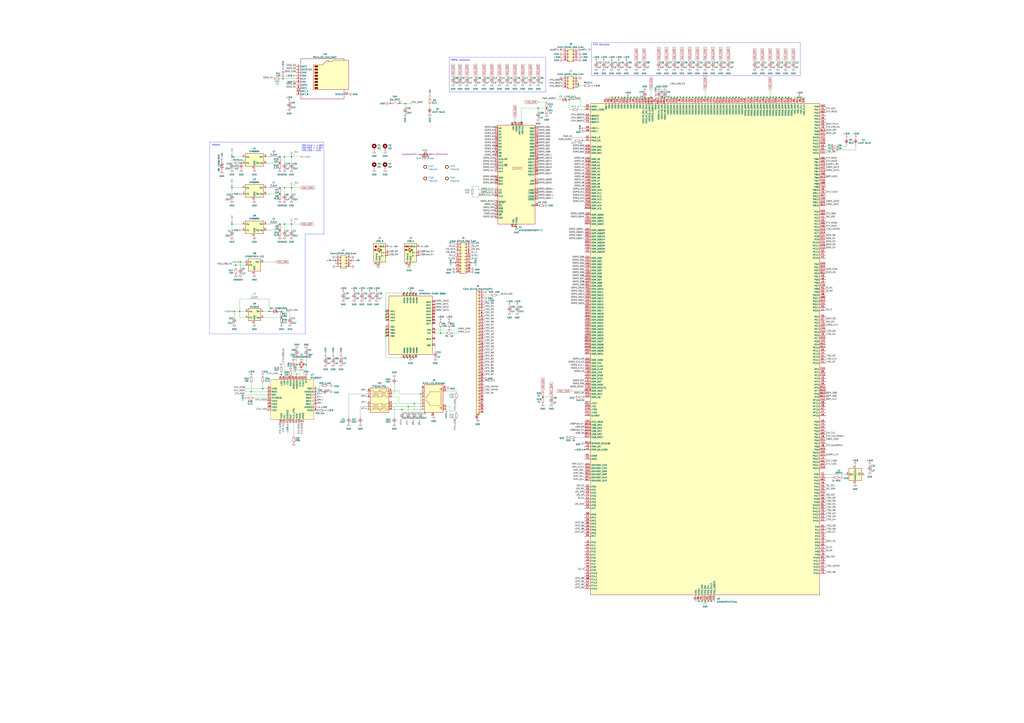
<source format=kicad_sch>
(kicad_sch (version 20231120) (generator "eeschema") (generator_version "8.0")
  (paper "A1")
  (title_block (title "RPRP STM32MP157F Devboard Eng R.") (date "2024-03-24") (rev "A") (company "Gorou Takayoshi"))
  (lib_symbols
    (symbol "Connector:Micro_SD_Card_Det2"
      (property "Reference" "J" (at -16.51 17.78 0))
      (property "Value" "Micro_SD_Card_Det2" (at 16.51 17.78 0))
      (symbol "Micro_SD_Card_Det2_1_1"
        (pin bidirectional line (at -22.86 10.16 0) (length 3.81) (name "DAT2") (number "1"))
        (pin passive line (at -22.86 -10.16 0) (length 3.81) (name "DET_A") (number "10"))
        (pin passive line (at 20.32 -12.7 180) (length 3.81) (name "SHIELD") (number "11"))
        (pin bidirectional line (at -22.86 7.62 0) (length 3.81) (name "DAT3/CD") (number "2"))
        (pin input line (at -22.86 5.08 0) (length 3.81) (name "CMD") (number "3"))
        (pin power_in line (at -22.86 2.54 0) (length 3.81) (name "VDD") (number "4"))
        (pin input line (at -22.86 0 0) (length 3.81) (name "CLK") (number "5"))
        (pin power_in line (at -22.86 -2.54 0) (length 3.81) (name "VSS") (number "6"))
        (pin bidirectional line (at -22.86 -5.08 0) (length 3.81) (name "DAT0") (number "7"))
        (pin bidirectional line (at -22.86 -7.62 0) (length 3.81) (name "DAT1") (number "8"))
        (pin passive line (at -22.86 -12.7 0) (length 3.81) (name "DET_B") (number "9"))
      )
    )
    (symbol "Connector:RJ45_LED_Shielded" (pin_names (offset 1.016))
      (property "Reference" "J" (at -5.08 13.97 0))
      (property "Value" "RJ45_LED_Shielded" (at 1.27 13.97 0))
      (symbol "RJ45_LED_Shielded_1_1"
        (pin passive line (at 10.16 -7.62 180) (length 2.54) (name "~") (number "1"))
        (pin passive line (at -10.16 7.62 0) (length 2.54) (name "~") (number "10"))
        (pin passive line (at -10.16 -5.08 0) (length 2.54) (name "~") (number "11"))
        (pin passive line (at -10.16 -7.62 0) (length 2.54) (name "~") (number "12"))
        (pin passive line (at 10.16 -5.08 180) (length 2.54) (name "~") (number "2"))
        (pin passive line (at 10.16 -2.54 180) (length 2.54) (name "~") (number "3"))
        (pin passive line (at 10.16 0 180) (length 2.54) (name "~") (number "4"))
        (pin passive line (at 10.16 2.54 180) (length 2.54) (name "~") (number "5"))
        (pin passive line (at 10.16 5.08 180) (length 2.54) (name "~") (number "6"))
        (pin passive line (at 10.16 7.62 180) (length 2.54) (name "~") (number "7"))
        (pin passive line (at 10.16 10.16 180) (length 2.54) (name "~") (number "8"))
        (pin passive line (at -10.16 10.16 0) (length 2.54) (name "~") (number "9"))
        (pin passive line (at 0 -12.7 90) (length 2.54) (name "~") (number "SH"))
      )
    )
    (symbol "Connector:TestPoint" (pin_numbers hide) (pin_names (offset 0.762) hide)
      (property "Reference" "TP" (at 0 6.858 0))
      (property "Value" "TestPoint" (at 0 5.08 0))
      (symbol "TestPoint_1_1"
        (pin passive line (at 0 0 90) (length 2.54) (name "1") (number "1"))
      )
    )
    (symbol "Connector:USB_A" (pin_names (offset 1.016))
      (property "Reference" "J" (at -5.08 11.43 0))
      (property "Value" "USB_A" (at -5.08 8.89 0))
      (symbol "USB_A_1_1"
        (pin power_in line (at 7.62 5.08 180) (length 2.54) (name "VBUS") (number "1"))
        (pin bidirectional line (at 7.62 -2.54 180) (length 2.54) (name "D-") (number "2"))
        (pin bidirectional line (at 7.62 0 180) (length 2.54) (name "D+") (number "3"))
        (pin power_in line (at 0 -10.16 90) (length 2.54) (name "GND") (number "4"))
        (pin passive line (at -2.54 -10.16 90) (length 2.54) (name "Shield") (number "5"))
      )
    )
    (symbol "Connector:USB_B" (pin_names (offset 1.016))
      (property "Reference" "J" (at -5.08 11.43 0))
      (property "Value" "USB_B" (at -5.08 8.89 0))
      (symbol "USB_B_1_1"
        (pin power_out line (at 7.62 5.08 180) (length 2.54) (name "VBUS") (number "1"))
        (pin bidirectional line (at 7.62 -2.54 180) (length 2.54) (name "D-") (number "2"))
        (pin bidirectional line (at 7.62 0 180) (length 2.54) (name "D+") (number "3"))
        (pin power_out line (at 0 -10.16 90) (length 2.54) (name "GND") (number "4"))
        (pin passive line (at -2.54 -10.16 90) (length 2.54) (name "Shield") (number "5"))
      )
    )
    (symbol "Connector_Generic:Conn_02x04_Odd_Even" (pin_names (offset 1.016) hide)
      (property "Reference" "J" (at 1.27 5.08 0))
      (property "Value" "Conn_02x04_Odd_Even" (at 1.27 -7.62 0))
      (symbol "Conn_02x04_Odd_Even_1_1"
        (pin passive line (at -5.08 2.54 0) (length 3.81) (name "Pin_1") (number "1"))
        (pin passive line (at 7.62 2.54 180) (length 3.81) (name "Pin_2") (number "2"))
        (pin passive line (at -5.08 0 0) (length 3.81) (name "Pin_3") (number "3"))
        (pin passive line (at 7.62 0 180) (length 3.81) (name "Pin_4") (number "4"))
        (pin passive line (at -5.08 -2.54 0) (length 3.81) (name "Pin_5") (number "5"))
        (pin passive line (at 7.62 -2.54 180) (length 3.81) (name "Pin_6") (number "6"))
        (pin passive line (at -5.08 -5.08 0) (length 3.81) (name "Pin_7") (number "7"))
        (pin passive line (at 7.62 -5.08 180) (length 3.81) (name "Pin_8") (number "8"))
      )
    )
    (symbol "Connector_Generic:Conn_02x10_Odd_Even" (pin_names (offset 1.016) hide)
      (property "Reference" "J" (at 1.27 12.7 0))
      (property "Value" "Conn_02x10_Odd_Even" (at 1.27 -15.24 0))
      (symbol "Conn_02x10_Odd_Even_1_1"
        (pin passive line (at -5.08 10.16 0) (length 3.81) (name "Pin_1") (number "1"))
        (pin passive line (at 7.62 0 180) (length 3.81) (name "Pin_10") (number "10"))
        (pin passive line (at -5.08 -2.54 0) (length 3.81) (name "Pin_11") (number "11"))
        (pin passive line (at 7.62 -2.54 180) (length 3.81) (name "Pin_12") (number "12"))
        (pin passive line (at -5.08 -5.08 0) (length 3.81) (name "Pin_13") (number "13"))
        (pin passive line (at 7.62 -5.08 180) (length 3.81) (name "Pin_14") (number "14"))
        (pin passive line (at -5.08 -7.62 0) (length 3.81) (name "Pin_15") (number "15"))
        (pin passive line (at 7.62 -7.62 180) (length 3.81) (name "Pin_16") (number "16"))
        (pin passive line (at -5.08 -10.16 0) (length 3.81) (name "Pin_17") (number "17"))
        (pin passive line (at 7.62 -10.16 180) (length 3.81) (name "Pin_18") (number "18"))
        (pin passive line (at -5.08 -12.7 0) (length 3.81) (name "Pin_19") (number "19"))
        (pin passive line (at 7.62 10.16 180) (length 3.81) (name "Pin_2") (number "2"))
        (pin passive line (at 7.62 -12.7 180) (length 3.81) (name "Pin_20") (number "20"))
        (pin passive line (at -5.08 7.62 0) (length 3.81) (name "Pin_3") (number "3"))
        (pin passive line (at 7.62 7.62 180) (length 3.81) (name "Pin_4") (number "4"))
        (pin passive line (at -5.08 5.08 0) (length 3.81) (name "Pin_5") (number "5"))
        (pin passive line (at 7.62 5.08 180) (length 3.81) (name "Pin_6") (number "6"))
        (pin passive line (at -5.08 2.54 0) (length 3.81) (name "Pin_7") (number "7"))
        (pin passive line (at 7.62 2.54 180) (length 3.81) (name "Pin_8") (number "8"))
        (pin passive line (at -5.08 0 0) (length 3.81) (name "Pin_9") (number "9"))
      )
    )
    (symbol "Connector_Generic_MountingPin:Conn_01x40_MountingPin" (pin_names (offset 1.016) hide)
      (property "Reference" "J" (at 0 50.8 0))
      (property "Value" "Conn_01x40_MountingPin" (at 1.27 -53.34 0))
      (symbol "Conn_01x40_MountingPin_1_1"
        (text "Mounting" (at 0 -52.451 0) (effects (font (size 0.381 0.381))))
        (pin passive line (at -5.08 48.26 0) (length 3.81) (name "Pin_1") (number "1"))
        (pin passive line (at -5.08 25.4 0) (length 3.81) (name "Pin_10") (number "10"))
        (pin passive line (at -5.08 22.86 0) (length 3.81) (name "Pin_11") (number "11"))
        (pin passive line (at -5.08 20.32 0) (length 3.81) (name "Pin_12") (number "12"))
        (pin passive line (at -5.08 17.78 0) (length 3.81) (name "Pin_13") (number "13"))
        (pin passive line (at -5.08 15.24 0) (length 3.81) (name "Pin_14") (number "14"))
        (pin passive line (at -5.08 12.7 0) (length 3.81) (name "Pin_15") (number "15"))
        (pin passive line (at -5.08 10.16 0) (length 3.81) (name "Pin_16") (number "16"))
        (pin passive line (at -5.08 7.62 0) (length 3.81) (name "Pin_17") (number "17"))
        (pin passive line (at -5.08 5.08 0) (length 3.81) (name "Pin_18") (number "18"))
        (pin passive line (at -5.08 2.54 0) (length 3.81) (name "Pin_19") (number "19"))
        (pin passive line (at -5.08 45.72 0) (length 3.81) (name "Pin_2") (number "2"))
        (pin passive line (at -5.08 0 0) (length 3.81) (name "Pin_20") (number "20"))
        (pin passive line (at -5.08 -2.54 0) (length 3.81) (name "Pin_21") (number "21"))
        (pin passive line (at -5.08 -5.08 0) (length 3.81) (name "Pin_22") (number "22"))
        (pin passive line (at -5.08 -7.62 0) (length 3.81) (name "Pin_23") (number "23"))
        (pin passive line (at -5.08 -10.16 0) (length 3.81) (name "Pin_24") (number "24"))
        (pin passive line (at -5.08 -12.7 0) (length 3.81) (name "Pin_25") (number "25"))
        (pin passive line (at -5.08 -15.24 0) (length 3.81) (name "Pin_26") (number "26"))
        (pin passive line (at -5.08 -17.78 0) (length 3.81) (name "Pin_27") (number "27"))
        (pin passive line (at -5.08 -20.32 0) (length 3.81) (name "Pin_28") (number "28"))
        (pin passive line (at -5.08 -22.86 0) (length 3.81) (name "Pin_29") (number "29"))
        (pin passive line (at -5.08 43.18 0) (length 3.81) (name "Pin_3") (number "3"))
        (pin passive line (at -5.08 -25.4 0) (length 3.81) (name "Pin_30") (number "30"))
        (pin passive line (at -5.08 -27.94 0) (length 3.81) (name "Pin_31") (number "31"))
        (pin passive line (at -5.08 -30.48 0) (length 3.81) (name "Pin_32") (number "32"))
        (pin passive line (at -5.08 -33.02 0) (length 3.81) (name "Pin_33") (number "33"))
        (pin passive line (at -5.08 -35.56 0) (length 3.81) (name "Pin_34") (number "34"))
        (pin passive line (at -5.08 -38.1 0) (length 3.81) (name "Pin_35") (number "35"))
        (pin passive line (at -5.08 -40.64 0) (length 3.81) (name "Pin_36") (number "36"))
        (pin passive line (at -5.08 -43.18 0) (length 3.81) (name "Pin_37") (number "37"))
        (pin passive line (at -5.08 -45.72 0) (length 3.81) (name "Pin_38") (number "38"))
        (pin passive line (at -5.08 -48.26 0) (length 3.81) (name "Pin_39") (number "39"))
        (pin passive line (at -5.08 40.64 0) (length 3.81) (name "Pin_4") (number "4"))
        (pin passive line (at -5.08 -50.8 0) (length 3.81) (name "Pin_40") (number "40"))
        (pin passive line (at -5.08 38.1 0) (length 3.81) (name "Pin_5") (number "5"))
        (pin passive line (at -5.08 35.56 0) (length 3.81) (name "Pin_6") (number "6"))
        (pin passive line (at -5.08 33.02 0) (length 3.81) (name "Pin_7") (number "7"))
        (pin passive line (at -5.08 30.48 0) (length 3.81) (name "Pin_8") (number "8"))
        (pin passive line (at -5.08 27.94 0) (length 3.81) (name "Pin_9") (number "9"))
        (pin passive line (at 0 -55.88 90) (length 3.048) (name "MountPin") (number "MP"))
      )
    )
    (symbol "Device:C_Small" (pin_numbers hide) (pin_names (offset 0.254) hide)
      (property "Reference" "C" (at 0.254 1.778 0))
      (property "Value" "C_Small" (at 0.254 -2.032 0))
      (symbol "C_Small_1_1"
        (pin passive line (at 0 2.54 270) (length 2.032) (name "~") (number "1"))
        (pin passive line (at 0 -2.54 90) (length 2.032) (name "~") (number "2"))
      )
    )
    (symbol "Device:Crystal_GND24_Small" (pin_names (offset 1.016) hide)
      (property "Reference" "Y" (at 1.27 4.445 0))
      (property "Value" "Crystal_GND24_Small" (at 1.27 2.54 0))
      (symbol "Crystal_GND24_Small_1_1"
        (pin passive line (at -2.54 0 0) (length 1.27) (name "1") (number "1"))
        (pin passive line (at 0 -2.54 90) (length 0.635) (name "2") (number "2"))
        (pin passive line (at 2.54 0 180) (length 1.27) (name "3") (number "3"))
        (pin passive line (at 0 2.54 270) (length 0.635) (name "4") (number "4"))
      )
    )
    (symbol "Device:L" (pin_numbers hide) (pin_names (offset 1.016) hide)
      (property "Reference" "L" (at -1.27 0 90))
      (property "Value" "L" (at 1.905 0 90))
      (symbol "L_1_1"
        (pin passive line (at 0 3.81 270) (length 1.27) (name "1") (number "1"))
        (pin passive line (at 0 -3.81 90) (length 1.27) (name "2") (number "2"))
      )
    )
    (symbol "Device:LED_Small" (pin_numbers hide) (pin_names (offset 0.254) hide)
      (property "Reference" "D" (at -1.27 3.175 0))
      (property "Value" "LED_Small" (at -4.445 -2.54 0))
      (symbol "LED_Small_1_1"
        (pin passive line (at -2.54 0 0) (length 1.778) (name "K") (number "1"))
        (pin passive line (at 2.54 0 180) (length 1.778) (name "A") (number "2"))
      )
    )
    (symbol "Device:R_Small" (pin_numbers hide) (pin_names (offset 0.254) hide)
      (property "Reference" "R" (at 0.762 0.508 0))
      (property "Value" "R_Small" (at 0.762 -1.016 0))
      (symbol "R_Small_1_1"
        (pin passive line (at 0 2.54 270) (length 0.762) (name "~") (number "1"))
        (pin passive line (at 0 -2.54 90) (length 0.762) (name "~") (number "2"))
      )
    )
    (symbol "Diode:1N5819WS" (pin_numbers hide) (pin_names (offset 1.016) hide)
      (property "Reference" "D" (at 0 2.54 0))
      (property "Value" "1N5819WS" (at 0 -2.54 0))
      (symbol "1N5819WS_1_1"
        (pin passive line (at -3.81 0 0) (length 2.54) (name "K") (number "1"))
        (pin passive line (at 3.81 0 180) (length 2.54) (name "A") (number "2"))
      )
    )
    (symbol "Driver_LED:MCP1662-xOT"
      (property "Reference" "U" (at -5.08 6.35 0))
      (property "Value" "MCP1662-xOT" (at 8.89 -6.35 0))
      (symbol "MCP1662-xOT_1_1"
        (pin power_out line (at 7.62 2.54 180) (length 2.54) (name "SW") (number "1"))
        (pin power_in line (at 0 -7.62 90) (length 2.54) (name "GND") (number "2"))
        (pin input line (at 7.62 -2.54 180) (length 2.54) (name "V_{FB}") (number "3"))
        (pin input line (at -7.62 -2.54 0) (length 2.54) (name "EN") (number "4"))
        (pin power_in line (at -7.62 2.54 0) (length 2.54) (name "V_{IN}") (number "5"))
      )
    )
    (symbol "Graphic:SYM_ESD_Small" (in_bom no) (on_board no))
    (symbol "MCU_ST_STM32MP1:STM32MP157FAAx"
      (property "Reference" "U" (at -93.98 204.47 0))
      (property "Value" "STM32MP157FAAx" (at 83.82 204.47 0))
      (symbol "STM32MP157FAAx_1_1"
        (pin power_in line (at -7.62 -205.74 90) (length 5.08) (name "VSS") (number "A1"))
        (pin bidirectional line (at 99.06 20.32 180) (length 5.08) (name "PE3") (number "A10"))
        (pin bidirectional line (at 99.06 177.8 180) (length 5.08) (name "PA9") (number "A11"))
        (pin bidirectional line (at 99.06 149.86 180) (length 5.08) (name "PB3") (number "A12"))
        (pin bidirectional line (at 99.06 121.92 180) (length 5.08) (name "PB14") (number "A13"))
        (pin power_in line (at 76.2 208.28 270) (length 5.08) (name "VDD_DSI") (number "A14"))
        (pin bidirectional line (at -99.06 -99.06 0) (length 5.08) (name "DSIHOST_D0N") (number "A15"))
        (pin bidirectional line (at -99.06 -93.98 0) (length 5.08) (name "DSIHOST_CKN") (number "A16"))
        (pin bidirectional line (at -99.06 -104.14 0) (length 5.08) (name "DSIHOST_D1N") (number "A17"))
        (pin power_in line (at -50.8 208.28 270) (length 5.08) (name "VDD1V2_DSI_PHY") (number "A18"))
        (pin passive line (at -7.62 -205.74 90) (length 5.08) hide (name "VSS") (number "A19"))
        (pin bidirectional line (at 99.06 -114.3 180) (length 5.08) (name "PH5") (number "A2"))
        (pin bidirectional line (at -99.06 25.4 0) (length 5.08) (name "DDR_DQ20") (number "A20"))
        (pin bidirectional line (at -99.06 17.78 0) (length 5.08) (name "DDR_DQ23") (number "A21"))
        (pin passive line (at -7.62 -205.74 90) (length 5.08) hide (name "VSS") (number "A22"))
        (pin bidirectional line (at 99.06 -111.76 180) (length 5.08) (name "PH4") (number "A3"))
        (pin bidirectional line (at 99.06 -5.08 180) (length 5.08) (name "PE13") (number "A4"))
        (pin bidirectional line (at -99.06 -149.86 0) (length 5.08) (name "PK6") (number "A5"))
        (pin bidirectional line (at -99.06 -144.78 0) (length 5.08) (name "PK4") (number "A6"))
        (pin bidirectional line (at -99.06 -190.5 0) (length 5.08) (name "PJ13") (number "A7"))
        (pin bidirectional line (at 99.06 45.72 180) (length 5.08) (name "PD10") (number "A8"))
        (pin bidirectional line (at 99.06 58.42 180) (length 5.08) (name "PD5") (number "A9"))
        (pin bidirectional line (at 99.06 -91.44 180) (length 5.08) (name "PG13") (number "AA1"))
        (pin bidirectional line (at 99.06 -33.02 180) (length 5.08) (name "PF7") (number "AA10"))
        (pin bidirectional line (at 99.06 -30.48 180) (length 5.08) (name "PF6") (number "AA11"))
        (pin bidirectional line (at -99.06 -76.2 0) (length 5.08) (name "BYPASS_REG1V8") (number "AA12"))
        (pin passive line (at 7.62 -205.74 90) (length 5.08) hide (name "VSS_USBHS") (number "AA13"))
        (pin bidirectional line (at -99.06 -63.5 0) (length 5.08) (name "USB_DM2") (number "AA14"))
        (pin bidirectional line (at -99.06 -66.04 0) (length 5.08) (name "USB_DP1") (number "AA15"))
        (pin passive line (at 7.62 -205.74 90) (length 5.08) hide (name "VSS_USBHS") (number "AA16"))
        (pin bidirectional line (at -99.06 -71.12 0) (length 5.08) (name "USB_RREF") (number "AA17"))
        (pin passive line (at -7.62 -205.74 90) (length 5.08) hide (name "VSS") (number "AA18"))
        (pin bidirectional line (at -99.06 116.84 0) (length 5.08) (name "DDR_ATO") (number "AA19"))
        (pin bidirectional line (at 99.06 -93.98 180) (length 5.08) (name "PG14") (number "AA2"))
        (pin bidirectional line (at -99.06 2.54 0) (length 5.08) (name "DDR_DQ29") (number "AA20"))
        (pin bidirectional line (at -99.06 5.08 0) (length 5.08) (name "DDR_DQ28") (number "AA21"))
        (pin bidirectional line (at -99.06 104.14 0) (length 5.08) (name "DDR_DQM3") (number "AA22"))
        (pin bidirectional line (at 99.06 200.66 180) (length 5.08) (name "PA0") (number "AA3"))
        (pin passive line (at -7.62 -205.74 90) (length 5.08) hide (name "VSS") (number "AA4"))
        (pin bidirectional line (at 99.06 154.94 180) (length 5.08) (name "PB1") (number "AA5"))
        (pin bidirectional line (at 99.06 101.6 180) (length 5.08) (name "PC5") (number "AA6"))
        (pin bidirectional line (at 99.06 127 180) (length 5.08) (name "PB12") (number "AA7"))
        (pin bidirectional line (at 99.06 144.78 180) (length 5.08) (name "PB5") (number "AA8"))
        (pin bidirectional line (at 99.06 -83.82 180) (length 5.08) (name "PG10") (number "AA9"))
        (pin passive line (at -7.62 -205.74 90) (length 5.08) hide (name "VSS") (number "AB1"))
        (pin bidirectional line (at 99.06 -35.56 180) (length 5.08) (name "PF8") (number "AB10"))
        (pin bidirectional line (at 99.06 -38.1 180) (length 5.08) (name "PF9") (number "AB11"))
        (pin power_in line (at -33.02 208.28 270) (length 5.08) (name "VDDA1V8_REG") (number "AB12"))
        (pin power_in line (at -43.18 208.28 270) (length 5.08) (name "VDD3V3_USBHS") (number "AB13"))
        (pin bidirectional line (at -99.06 -68.58 0) (length 5.08) (name "USB_DP2") (number "AB14"))
        (pin bidirectional line (at -99.06 -60.96 0) (length 5.08) (name "USB_DM1") (number "AB15"))
        (pin power_in line (at -45.72 208.28 270) (length 5.08) (name "VDD3V3_USBFS") (number "AB16"))
        (pin power_in line (at -38.1 208.28 270) (length 5.08) (name "VDDA1V1_REG") (number "AB17"))
        (pin passive line (at -7.62 -205.74 90) (length 5.08) hide (name "VSS") (number "AB18"))
        (pin bidirectional line (at -99.06 -33.02 0) (length 5.08) (name "DDR_VREF") (number "AB19"))
        (pin bidirectional line (at 99.06 195.58 180) (length 5.08) (name "PA2") (number "AB2"))
        (pin bidirectional line (at -99.06 7.62 0) (length 5.08) (name "DDR_DQ27") (number "AB20"))
        (pin bidirectional line (at -99.06 10.16 0) (length 5.08) (name "DDR_DQ26") (number "AB21"))
        (pin passive line (at -7.62 -205.74 90) (length 5.08) hide (name "VSS") (number "AB22"))
        (pin bidirectional line (at 99.06 111.76 180) (length 5.08) (name "PC1") (number "AB3"))
        (pin bidirectional line (at 99.06 -68.58 180) (length 5.08) (name "PG4") (number "AB4"))
        (pin bidirectional line (at 99.06 157.48 180) (length 5.08) (name "PB0") (number "AB5"))
        (pin bidirectional line (at 99.06 104.14 180) (length 5.08) (name "PC4") (number "AB6"))
        (pin bidirectional line (at 99.06 -106.68 180) (length 5.08) (name "PH2") (number "AB7"))
        (pin bidirectional line (at 99.06 137.16 180) (length 5.08) (name "PB8") (number "AB8"))
        (pin bidirectional line (at 99.06 43.18 180) (length 5.08) (name "PD11") (number "AB9"))
        (pin bidirectional line (at 99.06 -127 180) (length 5.08) (name "PH10") (number "B1"))
        (pin bidirectional line (at 99.06 68.58 180) (length 5.08) (name "PD1") (number "B10"))
        (pin bidirectional line (at 99.06 63.5 180) (length 5.08) (name "PD3") (number "B11"))
        (pin bidirectional line (at 99.06 119.38 180) (length 5.08) (name "PB15") (number "B12"))
        (pin bidirectional line (at 99.06 180.34 180) (length 5.08) (name "PA8") (number "B13"))
        (pin power_in line (at -35.56 208.28 270) (length 5.08) (name "VDDA1V8_DSI") (number "B14"))
        (pin bidirectional line (at -99.06 -101.6 0) (length 5.08) (name "DSIHOST_D0P") (number "B15"))
        (pin bidirectional line (at -99.06 -96.52 0) (length 5.08) (name "DSIHOST_CKP") (number "B16"))
        (pin bidirectional line (at -99.06 -106.68 0) (length 5.08) (name "DSIHOST_D1P") (number "B17"))
        (pin power_in line (at -48.26 208.28 270) (length 5.08) (name "VDD1V2_DSI_REG") (number "B18"))
        (pin passive line (at -7.62 -205.74 90) (length 5.08) hide (name "VSS") (number "B19"))
        (pin passive line (at -7.62 -205.74 90) (length 5.08) hide (name "VSS") (number "B2"))
        (pin bidirectional line (at -99.06 27.94 0) (length 5.08) (name "DDR_DQ19") (number "B20"))
        (pin bidirectional line (at -99.06 35.56 0) (length 5.08) (name "DDR_DQ16") (number "B21"))
        (pin bidirectional line (at -99.06 88.9 0) (length 5.08) (name "DDR_DQS2N") (number "B22"))
        (pin bidirectional line (at 99.06 -129.54 180) (length 5.08) (name "PH11") (number "B3"))
        (pin bidirectional line (at 99.06 -7.62 180) (length 5.08) (name "PE14") (number "B4"))
        (pin bidirectional line (at -99.06 -152.4 0) (length 5.08) (name "PK7") (number "B5"))
        (pin bidirectional line (at -99.06 -142.24 0) (length 5.08) (name "PK3") (number "B6"))
        (pin bidirectional line (at -99.06 -193.04 0) (length 5.08) (name "PJ14") (number "B7"))
        (pin bidirectional line (at -99.06 -187.96 0) (length 5.08) (name "PJ12") (number "B8"))
        (pin bidirectional line (at 99.06 -17.78 180) (length 5.08) (name "PF1") (number "B9"))
        (pin bidirectional line (at 99.06 -139.7 180) (length 5.08) (name "PH15") (number "C1"))
        (pin bidirectional line (at 99.06 71.12 180) (length 5.08) (name "PD0") (number "C10"))
        (pin passive line (at -7.62 -205.74 90) (length 5.08) hide (name "VSS") (number "C11"))
        (pin bidirectional line (at 99.06 15.24 180) (length 5.08) (name "PE5") (number "C12"))
        (pin bidirectional line (at 99.06 147.32 180) (length 5.08) (name "PB4") (number "C13"))
        (pin power_in line (at 0 -205.74 90) (length 5.08) (name "VSS_DSI") (number "C14"))
        (pin passive line (at 0 -205.74 90) (length 5.08) hide (name "VSS_DSI") (number "C15"))
        (pin passive line (at 0 -205.74 90) (length 5.08) hide (name "VSS_DSI") (number "C16"))
        (pin passive line (at 0 -205.74 90) (length 5.08) hide (name "VSS_DSI") (number "C17"))
        (pin passive line (at 0 -205.74 90) (length 5.08) hide (name "VSS_DSI") (number "C18"))
        (pin passive line (at -7.62 -205.74 90) (length 5.08) hide (name "VSS") (number "C19"))
        (pin bidirectional line (at 99.06 -137.16 180) (length 5.08) (name "PH14") (number "C2"))
        (pin passive line (at -7.62 -205.74 90) (length 5.08) hide (name "VSS") (number "C20"))
        (pin bidirectional line (at -99.06 86.36 0) (length 5.08) (name "DDR_DQS2P") (number "C21"))
        (pin bidirectional line (at -99.06 106.68 0) (length 5.08) (name "DDR_DQM2") (number "C22"))
        (pin passive line (at -7.62 -205.74 90) (length 5.08) hide (name "VSS") (number "C3"))
        (pin bidirectional line (at 99.06 -10.16 180) (length 5.08) (name "PE15") (number "C4"))
        (pin bidirectional line (at 99.06 27.94 180) (length 5.08) (name "PE0") (number "C5"))
        (pin bidirectional line (at -99.06 -147.32 0) (length 5.08) (name "PK5") (number "C6"))
        (pin bidirectional line (at -99.06 -195.58 0) (length 5.08) (name "PJ15") (number "C7"))
        (pin passive line (at -7.62 -205.74 90) (length 5.08) hide (name "VSS") (number "C8"))
        (pin bidirectional line (at 99.06 60.96 180) (length 5.08) (name "PD4") (number "C9"))
        (pin bidirectional line (at 99.06 -144.78 180) (length 5.08) (name "PI0") (number "D1"))
        (pin bidirectional line (at 99.06 -96.52 180) (length 5.08) (name "PG15") (number "D10"))
        (pin bidirectional line (at 99.06 -73.66 180) (length 5.08) (name "PG6") (number "D11"))
        (pin bidirectional line (at 99.06 66.04 180) (length 5.08) (name "PD2") (number "D12"))
        (pin bidirectional line (at 99.06 96.52 180) (length 5.08) (name "PC7") (number "D13"))
        (pin bidirectional line (at 99.06 91.44 180) (length 5.08) (name "PC9") (number "D14"))
        (pin bidirectional line (at 99.06 86.36 180) (length 5.08) (name "PC11") (number "D15"))
        (pin bidirectional line (at -99.06 -45.72 0) (length 5.08) (name "JTDI") (number "D16"))
        (pin bidirectional line (at -99.06 -43.18 0) (length 5.08) (name "JTCK") (number "D17"))
        (pin power_in line (at 81.28 208.28 270) (length 5.08) (name "VDD_PLL2") (number "D18"))
        (pin power_in line (at 5.08 -205.74 90) (length 5.08) (name "VSS_PLL2") (number "D19"))
        (pin bidirectional line (at 99.06 -180.34 180) (length 5.08) (name "PI14") (number "D2"))
        (pin bidirectional line (at -99.06 20.32 0) (length 5.08) (name "DDR_DQ22") (number "D20"))
        (pin bidirectional line (at -99.06 33.02 0) (length 5.08) (name "DDR_DQ17") (number "D21"))
        (pin bidirectional line (at -99.06 30.48 0) (length 5.08) (name "DDR_DQ18") (number "D22"))
        (pin bidirectional line (at 99.06 -134.62 180) (length 5.08) (name "PH13") (number "D3"))
        (pin passive line (at -7.62 -205.74 90) (length 5.08) hide (name "VSS") (number "D4"))
        (pin bidirectional line (at 99.06 0 180) (length 5.08) (name "PE11") (number "D5"))
        (pin bidirectional line (at 99.06 -121.92 180) (length 5.08) (name "PH8") (number "D6"))
        (pin bidirectional line (at 99.06 25.4 180) (length 5.08) (name "PE1") (number "D7"))
        (pin bidirectional line (at -99.06 -134.62 0) (length 5.08) (name "PK0") (number "D8"))
        (pin bidirectional line (at 99.06 -27.94 180) (length 5.08) (name "PF5") (number "D9"))
        (pin bidirectional line (at 99.06 -149.86 180) (length 5.08) (name "PI2") (number "E1"))
        (pin bidirectional line (at 99.06 -15.24 180) (length 5.08) (name "PF0") (number "E10"))
        (pin bidirectional line (at 99.06 162.56 180) (length 5.08) (name "PA15") (number "E11"))
        (pin bidirectional line (at 99.06 83.82 180) (length 5.08) (name "PC12") (number "E12"))
        (pin bidirectional line (at 99.06 99.06 180) (length 5.08) (name "PC6") (number "E13"))
        (pin bidirectional line (at 99.06 93.98 180) (length 5.08) (name "PC8") (number "E14"))
        (pin bidirectional line (at -99.06 -53.34 0) (length 5.08) (name "NJTRST") (number "E15"))
        (pin bidirectional line (at -99.06 -48.26 0) (length 5.08) (name "JTDO") (number "E16"))
        (pin bidirectional line (at -99.06 -50.8 0) (length 5.08) (name "JTMS") (number "E17"))
        (pin power_in line (at 33.02 208.28 270) (length 5.08) (name "VDDQ_DDR") (number "E18"))
        (pin passive line (at -7.62 -205.74 90) (length 5.08) hide (name "VSS") (number "E19"))
        (pin bidirectional line (at 99.06 -147.32 180) (length 5.08) (name "PI1") (number "E2"))
        (pin bidirectional line (at -99.06 68.58 0) (length 5.08) (name "DDR_DQ3") (number "E20"))
        (pin bidirectional line (at -99.06 76.2 0) (length 5.08) (name "DDR_DQ0") (number "E21"))
        (pin bidirectional line (at -99.06 22.86 0) (length 5.08) (name "DDR_DQ21") (number "E22"))
        (pin bidirectional line (at 99.06 -152.4 180) (length 5.08) (name "PI3") (number "E3"))
        (pin bidirectional line (at 99.06 -2.54 180) (length 5.08) (name "PE12") (number "E4"))
        (pin passive line (at -7.62 -205.74 90) (length 5.08) hide (name "VSS") (number "E5"))
        (pin bidirectional line (at 99.06 -124.46 180) (length 5.08) (name "PH9") (number "E6"))
        (pin bidirectional line (at -99.06 -137.16 0) (length 5.08) (name "PK1") (number "E7"))
        (pin bidirectional line (at -99.06 -139.7 0) (length 5.08) (name "PK2") (number "E8"))
        (pin bidirectional line (at 99.06 12.7 180) (length 5.08) (name "PE6") (number "E9"))
        (pin bidirectional line (at 99.06 -162.56 180) (length 5.08) (name "PI7") (number "F1"))
        (pin bidirectional line (at 99.06 53.34 180) (length 5.08) (name "PD7") (number "F10"))
        (pin bidirectional line (at 99.06 139.7 180) (length 5.08) (name "PB7") (number "F11"))
        (pin bidirectional line (at 99.06 134.62 180) (length 5.08) (name "PB9") (number "F12"))
        (pin bidirectional line (at 99.06 -20.32 180) (length 5.08) (name "PF2") (number "F13"))
        (pin bidirectional line (at 99.06 88.9 180) (length 5.08) (name "PC10") (number "F14"))
        (pin bidirectional line (at 99.06 17.78 180) (length 5.08) (name "PE4") (number "F15"))
        (pin passive line (at -7.62 -205.74 90) (length 5.08) hide (name "VSS") (number "F16"))
        (pin power_in line (at 35.56 208.28 270) (length 5.08) (name "VDDQ_DDR") (number "F17"))
        (pin bidirectional line (at -99.06 139.7 0) (length 5.08) (name "DDR_A7") (number "F18"))
        (pin bidirectional line (at -99.06 -30.48 0) (length 5.08) (name "DDR_RESETN") (number "F19"))
        (pin bidirectional line (at 99.06 -157.48 180) (length 5.08) (name "PI5") (number "F2"))
        (pin passive line (at -7.62 -205.74 90) (length 5.08) hide (name "VSS") (number "F20"))
        (pin bidirectional line (at -99.06 73.66 0) (length 5.08) (name "DDR_DQ1") (number "F21"))
        (pin bidirectional line (at 99.06 -182.88 180) (length 5.08) (name "PI15") (number "F3"))
        (pin bidirectional line (at -99.06 -119.38 0) (length 5.08) (name "PZ3") (number "F4"))
        (pin bidirectional line (at 99.06 -132.08 180) (length 5.08) (name "PH12") (number "F5"))
        (pin passive line (at -7.62 -205.74 90) (length 5.08) hide (name "VSS") (number "F6"))
        (pin passive line (at -7.62 -205.74 90) (length 5.08) hide (name "VSS") (number "F7"))
        (pin passive line (at -7.62 -205.74 90) (length 5.08) hide (name "VSS") (number "F8"))
        (pin bidirectional line (at 99.06 -25.4 180) (length 5.08) (name "PF4") (number "F9"))
        (pin bidirectional line (at -99.06 -121.92 0) (length 5.08) (name "PZ4") (number "G1"))
        (pin passive line (at -7.62 -205.74 90) (length 5.08) hide (name "VSS") (number "G10"))
        (pin passive line (at -7.62 -205.74 90) (length 5.08) hide (name "VSS") (number "G12"))
        (pin passive line (at -7.62 -205.74 90) (length 5.08) hide (name "VSS") (number "G14"))
        (pin power_in line (at 38.1 208.28 270) (length 5.08) (name "VDDQ_DDR") (number "G16"))
        (pin passive line (at -7.62 -205.74 90) (length 5.08) hide (name "VSS") (number "G17"))
        (pin bidirectional line (at -99.06 124.46 0) (length 5.08) (name "DDR_A13") (number "G18"))
        (pin bidirectional line (at -99.06 58.42 0) (length 5.08) (name "DDR_DQ7") (number "G19"))
        (pin bidirectional line (at -99.06 -111.76 0) (length 5.08) (name "PZ0") (number "G2"))
        (pin bidirectional line (at -99.06 111.76 0) (length 5.08) (name "DDR_DQM0") (number "G20"))
        (pin bidirectional line (at -99.06 99.06 0) (length 5.08) (name "DDR_DQS0N") (number "G21"))
        (pin bidirectional line (at -99.06 96.52 0) (length 5.08) (name "DDR_DQS0P") (number "G22"))
        (pin bidirectional line (at -99.06 -127 0) (length 5.08) (name "PZ6") (number "G3"))
        (pin passive line (at -7.62 -205.74 90) (length 5.08) hide (name "VSS") (number "G4"))
        (pin bidirectional line (at 99.06 -160.02 180) (length 5.08) (name "PI6") (number "G5"))
        (pin passive line (at -7.62 -205.74 90) (length 5.08) hide (name "VSS") (number "G6"))
        (pin passive line (at -7.62 -205.74 90) (length 5.08) hide (name "VSS") (number "G8"))
        (pin bidirectional line (at 99.06 -177.8 180) (length 5.08) (name "PI13") (number "H1"))
        (pin power_in line (at -27.94 208.28 270) (length 5.08) (name "VDDCORE") (number "H11"))
        (pin power_in line (at -25.4 208.28 270) (length 5.08) (name "VDDCORE") (number "H13"))
        (pin power_in line (at -22.86 208.28 270) (length 5.08) (name "VDDCORE") (number "H15"))
        (pin power_in line (at 40.64 208.28 270) (length 5.08) (name "VDDQ_DDR") (number "H17"))
        (pin bidirectional line (at -99.06 134.62 0) (length 5.08) (name "DDR_A9") (number "H18"))
        (pin bidirectional line (at -99.06 144.78 0) (length 5.08) (name "DDR_A5") (number "H19"))
        (pin bidirectional line (at 99.06 -175.26 180) (length 5.08) (name "PI12") (number "H2"))
        (pin bidirectional line (at -99.06 63.5 0) (length 5.08) (name "DDR_DQ5") (number "H20"))
        (pin bidirectional line (at -99.06 71.12 0) (length 5.08) (name "DDR_DQ2") (number "H21"))
        (pin bidirectional line (at -99.06 60.96 0) (length 5.08) (name "DDR_DQ6") (number "H22"))
        (pin bidirectional line (at -99.06 -129.54 0) (length 5.08) (name "PZ7") (number "H3"))
        (pin bidirectional line (at -99.06 -124.46 0) (length 5.08) (name "PZ5") (number "H4"))
        (pin bidirectional line (at -99.06 -114.3 0) (length 5.08) (name "PZ1") (number "H5"))
        (pin bidirectional line (at -99.06 -177.8 0) (length 5.08) (name "PJ8") (number "H6"))
        (pin passive line (at -7.62 -205.74 90) (length 5.08) hide (name "VSS") (number "H7"))
        (pin power_in line (at -30.48 208.28 270) (length 5.08) (name "VDDCORE") (number "H9"))
        (pin bidirectional line (at -99.06 -165.1 0) (length 5.08) (name "PJ3") (number "J1"))
        (pin power_in line (at -17.78 208.28 270) (length 5.08) (name "VDDCORE") (number "J10"))
        (pin passive line (at -7.62 -205.74 90) (length 5.08) hide (name "VSS") (number "J11"))
        (pin power_in line (at -15.24 208.28 270) (length 5.08) (name "VDDCORE") (number "J12"))
        (pin passive line (at -7.62 -205.74 90) (length 5.08) hide (name "VSS") (number "J13"))
        (pin power_in line (at -12.7 208.28 270) (length 5.08) (name "VDDCORE") (number "J14"))
        (pin power_in line (at 43.18 208.28 270) (length 5.08) (name "VDDQ_DDR") (number "J16"))
        (pin passive line (at -7.62 -205.74 90) (length 5.08) hide (name "VSS") (number "J17"))
        (pin bidirectional line (at -99.06 152.4 0) (length 5.08) (name "DDR_A2") (number "J18"))
        (pin bidirectional line (at -99.06 149.86 0) (length 5.08) (name "DDR_A3") (number "J19"))
        (pin bidirectional line (at -99.06 -157.48 0) (length 5.08) (name "PJ0") (number "J2"))
        (pin passive line (at -7.62 -205.74 90) (length 5.08) hide (name "VSS") (number "J20"))
        (pin bidirectional line (at -99.06 66.04 0) (length 5.08) (name "DDR_DQ4") (number "J21"))
        (pin bidirectional line (at -99.06 -182.88 0) (length 5.08) (name "PJ10") (number "J3"))
        (pin bidirectional line (at 99.06 -88.9 180) (length 5.08) (name "PG12") (number "J4"))
        (pin bidirectional line (at 99.06 -167.64 180) (length 5.08) (name "PI9") (number "J5"))
        (pin bidirectional line (at 99.06 -154.94 180) (length 5.08) (name "PI4") (number "J6"))
        (pin power_in line (at -20.32 208.28 270) (length 5.08) (name "VDDCORE") (number "J8"))
        (pin passive line (at -7.62 -205.74 90) (length 5.08) hide (name "VSS") (number "J9"))
        (pin bidirectional line (at -99.06 -170.18 0) (length 5.08) (name "PJ5") (number "K1"))
        (pin passive line (at -7.62 -205.74 90) (length 5.08) hide (name "VSS") (number "K10"))
        (pin power_in line (at -7.62 208.28 270) (length 5.08) (name "VDDCORE") (number "K11"))
        (pin passive line (at -7.62 -205.74 90) (length 5.08) hide (name "VSS") (number "K12"))
        (pin power_in line (at -5.08 208.28 270) (length 5.08) (name "VDDCORE") (number "K13"))
        (pin passive line (at -7.62 -205.74 90) (length 5.08) hide (name "VSS") (number "K14"))
        (pin power_in line (at -2.54 208.28 270) (length 5.08) (name "VDDCORE") (number "K15"))
        (pin power_in line (at 45.72 208.28 270) (length 5.08) (name "VDDQ_DDR") (number "K17"))
        (pin bidirectional line (at -99.06 162.56 0) (length 5.08) (name "DDR_BA2") (number "K18"))
        (pin bidirectional line (at -99.06 157.48 0) (length 5.08) (name "DDR_A0") (number "K19"))
        (pin bidirectional line (at -99.06 -167.64 0) (length 5.08) (name "PJ4") (number "K2"))
        (pin bidirectional line (at -99.06 167.64 0) (length 5.08) (name "DDR_BA0") (number "K20"))
        (pin bidirectional line (at -99.06 -22.86 0) (length 5.08) (name "DDR_DTO1") (number "K21"))
        (pin bidirectional line (at -99.06 -38.1 0) (length 5.08) (name "DDR_ZQ") (number "K22"))
        (pin passive line (at -7.62 -205.74 90) (length 5.08) hide (name "VSS") (number "K3"))
        (pin bidirectional line (at -99.06 -162.56 0) (length 5.08) (name "PJ2") (number "K4"))
        (pin bidirectional line (at -99.06 -116.84 0) (length 5.08) (name "PZ2") (number "K5"))
        (pin bidirectional line (at -99.06 -185.42 0) (length 5.08) (name "PJ11") (number "K6"))
        (pin passive line (at -7.62 -205.74 90) (length 5.08) hide (name "VSS") (number "K7"))
        (pin power_in line (at -10.16 208.28 270) (length 5.08) (name "VDDCORE") (number "K9"))
        (pin bidirectional line (at 99.06 33.02 180) (length 5.08) (name "PD15") (number "L1"))
        (pin power_in line (at 2.54 208.28 270) (length 5.08) (name "VDDCORE") (number "L10"))
        (pin passive line (at -7.62 -205.74 90) (length 5.08) hide (name "VSS") (number "L11"))
        (pin power_in line (at 5.08 208.28 270) (length 5.08) (name "VDDCORE") (number "L12"))
        (pin passive line (at -7.62 -205.74 90) (length 5.08) hide (name "VSS") (number "L13"))
        (pin power_in line (at 7.62 208.28 270) (length 5.08) (name "VDDCORE") (number "L14"))
        (pin power_in line (at 48.26 208.28 270) (length 5.08) (name "VDDQ_DDR") (number "L16"))
        (pin passive line (at -7.62 -205.74 90) (length 5.08) hide (name "VSS") (number "L17"))
        (pin bidirectional line (at -99.06 -17.78 0) (length 5.08) (name "DDR_CSN") (number "L18"))
        (pin passive line (at -7.62 -205.74 90) (length 5.08) hide (name "VSS") (number "L19"))
        (pin bidirectional line (at -99.06 -180.34 0) (length 5.08) (name "PJ9") (number "L2"))
        (pin passive line (at -7.62 -205.74 90) (length 5.08) hide (name "VSS") (number "L20"))
        (pin bidirectional line (at -99.06 -25.4 0) (length 5.08) (name "DDR_ODT") (number "L21"))
        (pin bidirectional line (at -99.06 -20.32 0) (length 5.08) (name "DDR_DTO0") (number "L22"))
        (pin bidirectional line (at 99.06 55.88 180) (length 5.08) (name "PD6") (number "L3"))
        (pin bidirectional line (at -99.06 -175.26 0) (length 5.08) (name "PJ7") (number "L4"))
        (pin bidirectional line (at -99.06 -172.72 0) (length 5.08) (name "PJ6") (number "L5"))
        (pin bidirectional line (at -99.06 -160.02 0) (length 5.08) (name "PJ1") (number "L6"))
        (pin power_in line (at 0 208.28 270) (length 5.08) (name "VDDCORE") (number "L8"))
        (pin passive line (at -7.62 -205.74 90) (length 5.08) hide (name "VSS") (number "L9"))
        (pin bidirectional line (at 99.06 50.8 180) (length 5.08) (name "PD8") (number "M1"))
        (pin passive line (at -7.62 -205.74 90) (length 5.08) hide (name "VSS") (number "M10"))
        (pin power_in line (at 10.16 208.28 270) (length 5.08) (name "VDDCORE") (number "M11"))
        (pin passive line (at -7.62 -205.74 90) (length 5.08) hide (name "VSS") (number "M12"))
        (pin power_in line (at 12.7 208.28 270) (length 5.08) (name "VDDCORE") (number "M13"))
        (pin passive line (at -7.62 -205.74 90) (length 5.08) hide (name "VSS") (number "M14"))
        (pin power_in line (at 15.24 208.28 270) (length 5.08) (name "VDDCORE") (number "M15"))
        (pin power_in line (at 50.8 208.28 270) (length 5.08) (name "VDDQ_DDR") (number "M17"))
        (pin bidirectional line (at -99.06 154.94 0) (length 5.08) (name "DDR_A1") (number "M18"))
        (pin bidirectional line (at -99.06 119.38 0) (length 5.08) (name "DDR_A15") (number "M19"))
        (pin bidirectional line (at 99.06 48.26 180) (length 5.08) (name "PD9") (number "M2"))
        (pin bidirectional line (at -99.06 -27.94 0) (length 5.08) (name "DDR_RASN") (number "M20"))
        (pin bidirectional line (at -99.06 -35.56 0) (length 5.08) (name "DDR_WEN") (number "M21"))
        (pin bidirectional line (at -99.06 -7.62 0) (length 5.08) (name "DDR_CASN") (number "M22"))
        (pin bidirectional line (at 99.06 35.56 180) (length 5.08) (name "PD14") (number "M3"))
        (pin power_in line (at -81.28 208.28 270) (length 5.08) (name "VBAT") (number "M4"))
        (pin power_in line (at 2.54 -205.74 90) (length 5.08) (name "VSS_PLL") (number "M5"))
        (pin power_in line (at 78.74 208.28 270) (length 5.08) (name "VDD_PLL") (number "M6"))
        (pin passive line (at -7.62 -205.74 90) (length 5.08) hide (name "VSS") (number "M7"))
        (pin power_in line (at -78.74 208.28 270) (length 5.08) (name "VDD") (number "M9"))
        (pin bidirectional line (at 99.06 -165.1 180) (length 5.08) (name "PI8") (number "N1"))
        (pin power_in line (at -73.66 208.28 270) (length 5.08) (name "VDD") (number "N10"))
        (pin passive line (at -7.62 -205.74 90) (length 5.08) hide (name "VSS") (number "N11"))
        (pin power_in line (at 17.78 208.28 270) (length 5.08) (name "VDDCORE") (number "N12"))
        (pin passive line (at -7.62 -205.74 90) (length 5.08) hide (name "VSS") (number "N13"))
        (pin power_in line (at 20.32 208.28 270) (length 5.08) (name "VDDCORE") (number "N14"))
        (pin power_in line (at 53.34 208.28 270) (length 5.08) (name "VDDQ_DDR") (number "N16"))
        (pin passive line (at -7.62 -205.74 90) (length 5.08) hide (name "VSS") (number "N17"))
        (pin bidirectional line (at -99.06 132.08 0) (length 5.08) (name "DDR_A10") (number "N18"))
        (pin bidirectional line (at -99.06 127 0) (length 5.08) (name "DDR_A12") (number "N19"))
        (pin bidirectional line (at 99.06 81.28 180) (length 5.08) (name "PC13") (number "N2"))
        (pin bidirectional line (at -99.06 -15.24 0) (length 5.08) (name "DDR_CLKP") (number "N20"))
        (pin bidirectional line (at -99.06 -12.7 0) (length 5.08) (name "DDR_CLKN") (number "N21"))
        (pin bidirectional line (at -99.06 55.88 0) (length 5.08) (name "DDR_DQ8") (number "N22"))
        (pin input line (at -99.06 193.04 0) (length 5.08) (name "BOOT0") (number "N3"))
        (pin input line (at -99.06 190.5 0) (length 5.08) (name "BOOT1") (number "N4"))
        (pin power_in line (at 73.66 208.28 270) (length 5.08) (name "VDD_ANA") (number "N5"))
        (pin input line (at -99.06 180.34 0) (length 5.08) (name "VREF-") (number "N6"))
        (pin power_in line (at -76.2 208.28 270) (length 5.08) (name "VDD") (number "N8"))
        (pin passive line (at -7.62 -205.74 90) (length 5.08) hide (name "VSS") (number "N9"))
        (pin bidirectional line (at 99.06 78.74 180) (length 5.08) (name "PC14") (number "P1"))
        (pin passive line (at -7.62 -205.74 90) (length 5.08) hide (name "VSS") (number "P10"))
        (pin power_in line (at -68.58 208.28 270) (length 5.08) (name "VDD") (number "P11"))
        (pin passive line (at -7.62 -205.74 90) (length 5.08) hide (name "VSS") (number "P12"))
        (pin power_in line (at 22.86 208.28 270) (length 5.08) (name "VDDCORE") (number "P13"))
        (pin passive line (at -7.62 -205.74 90) (length 5.08) hide (name "VSS") (number "P14"))
        (pin power_in line (at 25.4 208.28 270) (length 5.08) (name "VDDCORE") (number "P15"))
        (pin power_in line (at 55.88 208.28 270) (length 5.08) (name "VDDQ_DDR") (number "P17"))
        (pin bidirectional line (at -99.06 121.92 0) (length 5.08) (name "DDR_A14") (number "P18"))
        (pin bidirectional line (at -99.06 129.54 0) (length 5.08) (name "DDR_A11") (number "P19"))
        (pin bidirectional line (at 99.06 76.2 180) (length 5.08) (name "PC15") (number "P2"))
        (pin passive line (at -7.62 -205.74 90) (length 5.08) hide (name "VSS") (number "P20"))
        (pin bidirectional line (at -99.06 50.8 0) (length 5.08) (name "DDR_DQ10") (number "P21"))
        (pin passive line (at -7.62 -205.74 90) (length 5.08) hide (name "VSS") (number "P3"))
        (pin input line (at -99.06 187.96 0) (length 5.08) (name "BOOT2") (number "P4"))
        (pin power_in line (at -2.54 -205.74 90) (length 5.08) (name "VSS_ANA") (number "P5"))
        (pin input line (at -99.06 182.88 0) (length 5.08) (name "VREF+") (number "P6"))
        (pin passive line (at -7.62 -205.74 90) (length 5.08) hide (name "VSS") (number "P7"))
        (pin power_in line (at -71.12 208.28 270) (length 5.08) (name "VDD") (number "P9"))
        (pin input line (at -99.06 198.12 0) (length 5.08) (name "NRST_CORE") (number "R1"))
        (pin power_in line (at -66.04 208.28 270) (length 5.08) (name "VDD") (number "R10"))
        (pin power_in line (at -63.5 208.28 270) (length 5.08) (name "VDD") (number "R12"))
        (pin power_in line (at 27.94 208.28 270) (length 5.08) (name "VDDCORE") (number "R14"))
        (pin power_in line (at 58.42 208.28 270) (length 5.08) (name "VDDQ_DDR") (number "R16"))
        (pin passive line (at -7.62 -205.74 90) (length 5.08) hide (name "VSS") (number "R17"))
        (pin bidirectional line (at -99.06 165.1 0) (length 5.08) (name "DDR_BA1") (number "R18"))
        (pin bidirectional line (at -99.06 -10.16 0) (length 5.08) (name "DDR_CKE") (number "R19"))
        (pin input line (at -99.06 200.66 0) (length 5.08) (name "NRST") (number "R2"))
        (pin bidirectional line (at -99.06 43.18 0) (length 5.08) (name "DDR_DQ13") (number "R20"))
        (pin bidirectional line (at -99.06 53.34 0) (length 5.08) (name "DDR_DQ9") (number "R21"))
        (pin bidirectional line (at -99.06 93.98 0) (length 5.08) (name "DDR_DQS1N") (number "R22"))
        (pin bidirectional line (at 99.06 165.1 180) (length 5.08) (name "PA14") (number "R3"))
        (pin bidirectional line (at -99.06 -86.36 0) (length 5.08) (name "ANA0") (number "R4"))
        (pin power_in line (at -40.64 208.28 270) (length 5.08) (name "VDDA") (number "R5"))
        (pin power_in line (at -5.08 -205.74 90) (length 5.08) (name "VSSA") (number "R6"))
        (pin passive line (at -7.62 -205.74 90) (length 5.08) hide (name "VSS") (number "R8"))
        (pin bidirectional line (at 99.06 -101.6 180) (length 5.08) (name "PH0") (number "T1"))
        (pin passive line (at -7.62 -205.74 90) (length 5.08) hide (name "VSS") (number "T11"))
        (pin power_in line (at -60.96 208.28 270) (length 5.08) (name "VDD") (number "T13"))
        (pin power_in line (at 30.48 208.28 270) (length 5.08) (name "VDDCORE") (number "T15"))
        (pin power_in line (at 60.96 208.28 270) (length 5.08) (name "VDDQ_DDR") (number "T17"))
        (pin bidirectional line (at -99.06 147.32 0) (length 5.08) (name "DDR_A4") (number "T18"))
        (pin passive line (at -7.62 -205.74 90) (length 5.08) hide (name "VSS") (number "T19"))
        (pin bidirectional line (at 99.06 -104.14 180) (length 5.08) (name "PH1") (number "T2"))
        (pin bidirectional line (at -99.06 48.26 0) (length 5.08) (name "DDR_DQ11") (number "T20"))
        (pin bidirectional line (at -99.06 109.22 0) (length 5.08) (name "DDR_DQM1") (number "T21"))
        (pin bidirectional line (at -99.06 91.44 0) (length 5.08) (name "DDR_DQS1P") (number "T22"))
        (pin bidirectional line (at 99.06 -172.72 180) (length 5.08) (name "PI11") (number "T3"))
        (pin bidirectional line (at 99.06 193.04 180) (length 5.08) (name "PA3") (number "T4"))
        (pin bidirectional line (at -99.06 -88.9 0) (length 5.08) (name "ANA1") (number "T5"))
        (pin passive line (at -5.08 -205.74 90) (length 5.08) hide (name "VSSA") (number "T6"))
        (pin passive line (at -7.62 -205.74 90) (length 5.08) hide (name "VSS") (number "T7"))
        (pin passive line (at -7.62 -205.74 90) (length 5.08) hide (name "VSS") (number "T9"))
        (pin output line (at -99.06 175.26 0) (length 5.08) (name "PWR_LP") (number "U1"))
        (pin bidirectional line (at 99.06 114.3 180) (length 5.08) (name "PC0") (number "U10"))
        (pin bidirectional line (at 99.06 -86.36 180) (length 5.08) (name "PG11") (number "U11"))
        (pin power_in line (at -55.88 208.28 270) (length 5.08) (name "VDD") (number "U12"))
        (pin passive line (at -7.62 -205.74 90) (length 5.08) hide (name "VSS") (number "U13"))
        (pin power_in line (at -53.34 208.28 270) (length 5.08) (name "VDD") (number "U14"))
        (pin passive line (at -7.62 -205.74 90) (length 5.08) hide (name "VSS") (number "U15"))
        (pin power_in line (at 63.5 208.28 270) (length 5.08) (name "VDDQ_DDR") (number "U16"))
        (pin passive line (at -7.62 -205.74 90) (length 5.08) hide (name "VSS") (number "U17"))
        (pin bidirectional line (at -99.06 137.16 0) (length 5.08) (name "DDR_A8") (number "U18"))
        (pin bidirectional line (at -99.06 142.24 0) (length 5.08) (name "DDR_A6") (number "U19"))
        (pin bidirectional line (at -99.06 -81.28 0) (length 5.08) (name "PDR_ON_CORE") (number "U2"))
        (pin passive line (at -7.62 -205.74 90) (length 5.08) hide (name "VSS") (number "U20"))
        (pin bidirectional line (at -99.06 40.64 0) (length 5.08) (name "DDR_DQ14") (number "U21"))
        (pin bidirectional line (at 99.06 106.68 180) (length 5.08) (name "PC3") (number "U3"))
        (pin bidirectional line (at 99.06 -66.04 180) (length 5.08) (name "PG3") (number "U4"))
        (pin bidirectional line (at 99.06 187.96 180) (length 5.08) (name "PA5") (number "U5"))
        (pin passive line (at -5.08 -205.74 90) (length 5.08) hide (name "VSSA") (number "U6"))
        (pin passive line (at -7.62 -205.74 90) (length 5.08) hide (name "VSS") (number "U7"))
        (pin bidirectional line (at 99.06 -71.12 180) (length 5.08) (name "PG5") (number "U8"))
        (pin power_in line (at -58.42 208.28 270) (length 5.08) (name "VDD") (number "U9"))
        (pin output line (at -99.06 172.72 0) (length 5.08) (name "PWR_ON") (number "V1"))
        (pin bidirectional line (at 99.06 124.46 180) (length 5.08) (name "PB13") (number "V10"))
        (pin bidirectional line (at 99.06 -116.84 180) (length 5.08) (name "PH6") (number "V11"))
        (pin bidirectional line (at 99.06 -40.64 180) (length 5.08) (name "PF10") (number "V12"))
        (pin bidirectional line (at 99.06 152.4 180) (length 5.08) (name "PB2") (number "V13"))
        (pin bidirectional line (at 99.06 38.1 180) (length 5.08) (name "PD13") (number "V14"))
        (pin bidirectional line (at -99.06 -58.42 0) (length 5.08) (name "OTG_VBUS") (number "V15"))
        (pin passive line (at -7.62 -205.74 90) (length 5.08) hide (name "VSS") (number "V16"))
        (pin power_in line (at 66.04 208.28 270) (length 5.08) (name "VDDQ_DDR") (number "V17"))
        (pin passive line (at -7.62 -205.74 90) (length 5.08) hide (name "VSS") (number "V18"))
        (pin passive line (at -7.62 -205.74 90) (length 5.08) hide (name "VSS") (number "V19"))
        (pin bidirectional line (at -99.06 -78.74 0) (length 5.08) (name "PDR_ON") (number "V2"))
        (pin bidirectional line (at -99.06 45.72 0) (length 5.08) (name "DDR_DQ12") (number "V20"))
        (pin bidirectional line (at -99.06 38.1 0) (length 5.08) (name "DDR_DQ15") (number "V21"))
        (pin bidirectional line (at -99.06 15.24 0) (length 5.08) (name "DDR_DQ24") (number "V22"))
        (pin bidirectional line (at 99.06 -22.86 180) (length 5.08) (name "PF3") (number "V3"))
        (pin bidirectional line (at 99.06 198.12 180) (length 5.08) (name "PA1") (number "V4"))
        (pin passive line (at -7.62 -205.74 90) (length 5.08) hide (name "VSS") (number "V5"))
        (pin bidirectional line (at 99.06 190.5 180) (length 5.08) (name "PA4") (number "V6"))
        (pin bidirectional line (at 99.06 -50.8 180) (length 5.08) (name "PF14") (number "V7"))
        (pin bidirectional line (at 99.06 -45.72 180) (length 5.08) (name "PF12") (number "V8"))
        (pin bidirectional line (at 99.06 132.08 180) (length 5.08) (name "PB10") (number "V9"))
        (pin bidirectional line (at 99.06 -170.18 180) (length 5.08) (name "PI10") (number "W1"))
        (pin bidirectional line (at 99.06 10.16 180) (length 5.08) (name "PE7") (number "W10"))
        (pin bidirectional line (at 99.06 5.08 180) (length 5.08) (name "PE9") (number "W11"))
        (pin bidirectional line (at 99.06 40.64 180) (length 5.08) (name "PD12") (number "W12"))
        (pin bidirectional line (at 99.06 142.24 180) (length 5.08) (name "PB6") (number "W13"))
        (pin bidirectional line (at 99.06 2.54 180) (length 5.08) (name "PE10") (number "W14"))
        (pin bidirectional line (at 99.06 -81.28 180) (length 5.08) (name "PG9") (number "W15"))
        (pin bidirectional line (at 99.06 170.18 180) (length 5.08) (name "PA12") (number "W16"))
        (pin passive line (at -7.62 -205.74 90) (length 5.08) hide (name "VSS") (number "W17"))
        (pin power_in line (at 68.58 208.28 270) (length 5.08) (name "VDDQ_DDR") (number "W18"))
        (pin passive line (at -7.62 -205.74 90) (length 5.08) hide (name "VSS") (number "W19"))
        (pin bidirectional line (at 99.06 -119.38 180) (length 5.08) (name "PH7") (number "W2"))
        (pin bidirectional line (at -99.06 12.7 0) (length 5.08) (name "DDR_DQ25") (number "W20"))
        (pin bidirectional line (at -99.06 -2.54 0) (length 5.08) (name "DDR_DQ31") (number "W21"))
        (pin bidirectional line (at -99.06 0 0) (length 5.08) (name "DDR_DQ30") (number "W22"))
        (pin bidirectional line (at 99.06 167.64 180) (length 5.08) (name "PA13") (number "W3"))
        (pin bidirectional line (at 99.06 -63.5 180) (length 5.08) (name "PG2") (number "W4"))
        (pin bidirectional line (at 99.06 -58.42 180) (length 5.08) (name "PG0") (number "W5"))
        (pin bidirectional line (at 99.06 -53.34 180) (length 5.08) (name "PF15") (number "W6"))
        (pin bidirectional line (at 99.06 -48.26 180) (length 5.08) (name "PF13") (number "W7"))
        (pin bidirectional line (at 99.06 -43.18 180) (length 5.08) (name "PF11") (number "W8"))
        (pin bidirectional line (at 99.06 185.42 180) (length 5.08) (name "PA6") (number "W9"))
        (pin bidirectional line (at 99.06 109.22 180) (length 5.08) (name "PC2") (number "Y1"))
        (pin passive line (at -7.62 -205.74 90) (length 5.08) hide (name "VSS") (number "Y10"))
        (pin bidirectional line (at 99.06 -76.2 180) (length 5.08) (name "PG7") (number "Y11"))
        (pin bidirectional line (at 99.06 7.62 180) (length 5.08) (name "PE8") (number "Y12"))
        (pin power_in line (at 7.62 -205.74 90) (length 5.08) (name "VSS_USBHS") (number "Y13"))
        (pin passive line (at 7.62 -205.74 90) (length 5.08) hide (name "VSS_USBHS") (number "Y14"))
        (pin passive line (at 7.62 -205.74 90) (length 5.08) hide (name "VSS_USBHS") (number "Y15"))
        (pin bidirectional line (at 99.06 172.72 180) (length 5.08) (name "PA11") (number "Y16"))
        (pin bidirectional line (at 99.06 175.26 180) (length 5.08) (name "PA10") (number "Y17"))
        (pin passive line (at -7.62 -205.74 90) (length 5.08) hide (name "VSS") (number "Y18"))
        (pin power_in line (at 71.12 208.28 270) (length 5.08) (name "VDDQ_DDR") (number "Y19"))
        (pin bidirectional line (at 99.06 22.86 180) (length 5.08) (name "PE2") (number "Y2"))
        (pin passive line (at -7.62 -205.74 90) (length 5.08) hide (name "VSS") (number "Y20"))
        (pin bidirectional line (at -99.06 81.28 0) (length 5.08) (name "DDR_DQS3P") (number "Y21"))
        (pin bidirectional line (at -99.06 83.82 0) (length 5.08) (name "DDR_DQS3N") (number "Y22"))
        (pin passive line (at -7.62 -205.74 90) (length 5.08) hide (name "VSS") (number "Y3"))
        (pin bidirectional line (at 99.06 -60.96 180) (length 5.08) (name "PG1") (number "Y4"))
        (pin bidirectional line (at 99.06 129.54 180) (length 5.08) (name "PB11") (number "Y5"))
        (pin bidirectional line (at 99.06 -109.22 180) (length 5.08) (name "PH3") (number "Y6"))
        (pin passive line (at -7.62 -205.74 90) (length 5.08) hide (name "VSS") (number "Y7"))
        (pin bidirectional line (at 99.06 -78.74 180) (length 5.08) (name "PG8") (number "Y8"))
        (pin bidirectional line (at 99.06 182.88 180) (length 5.08) (name "PA7") (number "Y9"))
      )
    )
    (symbol "Mechanical:Fiducial"
      (property "Reference" "FID" (at 0 5.08 0))
      (property "Value" "Fiducial" (at 0 3.175 0))
    )
    (symbol "Mechanical:MountingHole_Pad" (pin_numbers hide) (pin_names (offset 1.016) hide)
      (property "Reference" "H" (at 0 6.35 0))
      (property "Value" "MountingHole_Pad" (at 0 4.445 0))
      (symbol "MountingHole_Pad_1_1"
        (pin input line (at 0 -2.54 90) (length 2.54) (name "1") (number "1"))
      )
    )
    (symbol "Memory_RAM:AS4C256M16D3"
      (property "Reference" "U" (at -13.97 41.91 0))
      (property "Value" "AS4C256M16D3" (at 13.97 41.91 0))
      (symbol "AS4C256M16D3_0_1"
        (pin power_in line (at 0 43.18 270) (length 2.54) (name "VDDQ") (number "A1"))
        (pin passive line (at 0 43.18 270) (length 2.54) hide (name "VDDQ") (number "A8"))
        (pin power_in line (at -2.54 -43.18 90) (length 2.54) (name "VSS") (number "A9"))
        (pin power_in line (at 0 -43.18 90) (length 2.54) (name "VSSQ") (number "B1"))
        (pin power_in line (at -2.54 43.18 270) (length 2.54) (name "VDD") (number "B2"))
        (pin passive line (at -2.54 -43.18 90) (length 2.54) hide (name "VSS") (number "B3"))
        (pin passive line (at 0 -43.18 90) (length 2.54) hide (name "VSSQ") (number "B9"))
        (pin passive line (at 0 43.18 270) (length 2.54) hide (name "VDDQ") (number "C1"))
        (pin passive line (at 0 43.18 270) (length 2.54) hide (name "VDDQ") (number "C9"))
        (pin passive line (at 0 -43.18 90) (length 2.54) hide (name "VSSQ") (number "D1"))
        (pin passive line (at 0 43.18 270) (length 2.54) hide (name "VDDQ") (number "D2"))
        (pin passive line (at 0 -43.18 90) (length 2.54) hide (name "VSSQ") (number "D8"))
        (pin passive line (at -2.54 43.18 270) (length 2.54) hide (name "VDD") (number "D9"))
        (pin passive line (at -2.54 -43.18 90) (length 2.54) hide (name "VSS") (number "E1"))
        (pin passive line (at 0 -43.18 90) (length 2.54) hide (name "VSSQ") (number "E2"))
        (pin bidirectional line (at 17.78 38.1 180) (length 2.54) (name "DQ0") (number "E3"))
        (pin passive line (at 0 -43.18 90) (length 2.54) hide (name "VSSQ") (number "E8"))
        (pin passive line (at 0 43.18 270) (length 2.54) hide (name "VDDQ") (number "E9"))
        (pin passive line (at 0 43.18 270) (length 2.54) hide (name "VDDQ") (number "F1"))
        (pin bidirectional line (at 17.78 33.02 180) (length 2.54) (name "DQ2") (number "F2"))
        (pin bidirectional line (at 17.78 35.56 180) (length 2.54) (name "DQ1") (number "F7"))
        (pin bidirectional line (at 17.78 30.48 180) (length 2.54) (name "DQ3") (number "F8"))
        (pin passive line (at 0 -43.18 90) (length 2.54) hide (name "VSSQ") (number "F9"))
        (pin passive line (at 0 -43.18 90) (length 2.54) hide (name "VSSQ") (number "G1"))
        (pin bidirectional line (at 17.78 22.86 180) (length 2.54) (name "DQ6") (number "G2"))
        (pin passive line (at -2.54 43.18 270) (length 2.54) hide (name "VDD") (number "G7"))
        (pin passive line (at -2.54 -43.18 90) (length 2.54) hide (name "VSS") (number "G8"))
        (pin passive line (at 0 -43.18 90) (length 2.54) hide (name "VSSQ") (number "G9"))
        (pin power_in line (at 2.54 43.18 270) (length 2.54) (name "VREFDQ") (number "H1"))
        (pin passive line (at 0 43.18 270) (length 2.54) hide (name "VDDQ") (number "H2"))
        (pin bidirectional line (at 17.78 27.94 180) (length 2.54) (name "DQ4") (number "H3"))
        (pin bidirectional line (at 17.78 20.32 180) (length 2.54) (name "DQ7") (number "H7"))
        (pin bidirectional line (at 17.78 25.4 180) (length 2.54) (name "DQ5") (number "H8"))
        (pin passive line (at 0 43.18 270) (length 2.54) hide (name "VDDQ") (number "H9"))
        (pin passive line (at -2.54 -43.18 90) (length 2.54) hide (name "VSS") (number "J2"))
        (pin passive line (at -2.54 -43.18 90) (length 2.54) hide (name "VSS") (number "J8"))
        (pin passive line (at -2.54 43.18 270) (length 2.54) hide (name "VDD") (number "K2"))
        (pin passive line (at -2.54 43.18 270) (length 2.54) hide (name "VDD") (number "K8"))
        (pin input line (at -17.78 -25.4 0) (length 2.54) (name "~{CS}") (number "L2"))
        (pin input line (at -17.78 12.7 0) (length 2.54) (name "A10/AP") (number "L7"))
        (pin passive line (at -2.54 -43.18 90) (length 2.54) hide (name "VSS") (number "M1"))
        (pin passive line (at -2.54 -43.18 90) (length 2.54) hide (name "VSS") (number "M9"))
        (pin passive line (at -2.54 43.18 270) (length 2.54) hide (name "VDD") (number "N1"))
        (pin input line (at -17.78 30.48 0) (length 2.54) (name "A3") (number "N2"))
        (pin input line (at -17.78 38.1 0) (length 2.54) (name "A0") (number "N3"))
        (pin input line (at -17.78 7.62 0) (length 2.54) (name "A12/~{BC}") (number "N7"))
        (pin passive line (at -2.54 43.18 270) (length 2.54) hide (name "VDD") (number "N9"))
        (pin passive line (at -2.54 -43.18 90) (length 2.54) hide (name "VSS") (number "P1"))
        (pin input line (at -17.78 25.4 0) (length 2.54) (name "A5") (number "P2"))
        (pin input line (at -17.78 33.02 0) (length 2.54) (name "A2") (number "P3"))
        (pin input line (at -17.78 35.56 0) (length 2.54) (name "A1") (number "P7"))
        (pin input line (at -17.78 27.94 0) (length 2.54) (name "A4") (number "P8"))
        (pin passive line (at -2.54 -43.18 90) (length 2.54) hide (name "VSS") (number "P9"))
        (pin passive line (at -2.54 43.18 270) (length 2.54) hide (name "VDD") (number "R1"))
        (pin input line (at -17.78 20.32 0) (length 2.54) (name "A7") (number "R2"))
        (pin input line (at -17.78 15.24 0) (length 2.54) (name "A9") (number "R3"))
        (pin input line (at -17.78 10.16 0) (length 2.54) (name "A11") (number "R7"))
        (pin input line (at -17.78 22.86 0) (length 2.54) (name "A6") (number "R8"))
        (pin passive line (at -2.54 43.18 270) (length 2.54) hide (name "VDD") (number "R9"))
        (pin passive line (at -2.54 -43.18 90) (length 2.54) hide (name "VSS") (number "T1"))
        (pin input line (at -17.78 -22.86 0) (length 2.54) (name "~{RESET}") (number "T2"))
        (pin input line (at -17.78 5.08 0) (length 2.54) (name "A13") (number "T3"))
        (pin input line (at -17.78 2.54 0) (length 2.54) (name "A14") (number "T7"))
        (pin input line (at -17.78 17.78 0) (length 2.54) (name "A8") (number "T8"))
        (pin passive line (at -2.54 -43.18 90) (length 2.54) hide (name "VSS") (number "T9"))
      )
      (symbol "AS4C256M16D3_1_1"
        (text "DDR3" (at -3.81 3.81 0) (effects (font (size 2.1336 2.1336)) (justify left bottom)))
        (pin bidirectional line (at 17.78 5.08 180) (length 2.54) (name "DQ13") (number "A2"))
        (pin bidirectional line (at 17.78 0 180) (length 2.54) (name "DQ15") (number "A3"))
        (pin bidirectional line (at 17.78 7.62 180) (length 2.54) (name "DQ12") (number "A7"))
        (pin bidirectional line (at 17.78 -20.32 180) (length 2.54) (name "~{UDQS}") (number "B7"))
        (pin bidirectional line (at 17.78 2.54 180) (length 2.54) (name "DQ14") (number "B8"))
        (pin bidirectional line (at 17.78 10.16 180) (length 2.54) (name "DQ11") (number "C2"))
        (pin bidirectional line (at 17.78 15.24 180) (length 2.54) (name "DQ9") (number "C3"))
        (pin bidirectional line (at 17.78 -17.78 180) (length 2.54) (name "UDQS") (number "C7"))
        (pin bidirectional line (at 17.78 12.7 180) (length 2.54) (name "DQ10") (number "C8"))
        (pin input line (at 17.78 -7.62 180) (length 2.54) (name "UDM") (number "D3"))
        (pin bidirectional line (at 17.78 17.78 180) (length 2.54) (name "DQ8") (number "D7"))
        (pin input line (at 17.78 -5.08 180) (length 2.54) (name "LDM") (number "E7"))
        (pin bidirectional line (at 17.78 -12.7 180) (length 2.54) (name "LDQS") (number "F3"))
        (pin bidirectional line (at 17.78 -15.24 180) (length 2.54) (name "~{LDQS}") (number "G3"))
        (pin no_connect line (at 15.24 -27.94 180) (length 2.54) hide (name "NC") (number "J1"))
        (pin input line (at -17.78 -27.94 0) (length 2.54) (name "~{RAS}") (number "J3"))
        (pin input line (at -17.78 -12.7 0) (length 2.54) (name "CK") (number "J7"))
        (pin no_connect line (at 15.24 -30.48 180) (length 2.54) hide (name "NC") (number "J9"))
        (pin input line (at -17.78 -35.56 0) (length 2.54) (name "ODT") (number "K1"))
        (pin input line (at -17.78 -30.48 0) (length 2.54) (name "~{CAS}") (number "K3"))
        (pin input line (at -17.78 -15.24 0) (length 2.54) (name "~{CK}") (number "K7"))
        (pin input line (at -17.78 -17.78 0) (length 2.54) (name "CKE") (number "K9"))
        (pin no_connect line (at 15.24 -33.02 180) (length 2.54) hide (name "NC") (number "L1"))
        (pin input line (at -17.78 -33.02 0) (length 2.54) (name "~{WE}") (number "L3"))
        (pin input line (at 17.78 -25.4 180) (length 2.54) (name "ZQ") (number "L8"))
        (pin no_connect line (at 15.24 -35.56 180) (length 2.54) hide (name "NC") (number "L9"))
        (pin input line (at -17.78 -2.54 0) (length 2.54) (name "BA0") (number "M2"))
        (pin input line (at -17.78 -7.62 0) (length 2.54) (name "BA2") (number "M3"))
        (pin no_connect line (at 15.24 -38.1 180) (length 2.54) hide (name "NC") (number "M7"))
        (pin power_in line (at 5.08 43.18 270) (length 2.54) (name "VREFCA") (number "M8"))
        (pin input line (at -17.78 -5.08 0) (length 2.54) (name "BA1") (number "N8"))
      )
    )
    (symbol "Oscillator:SG-5032CAN" (pin_names (offset 0.254))
      (property "Reference" "X" (at -5.08 6.35 0))
      (property "Value" "SG-5032CAN" (at 1.27 -6.35 0))
      (symbol "SG-5032CAN_1_1"
        (pin input line (at -7.62 0 0) (length 2.54) (name "~{ST}") (number "1"))
        (pin power_in line (at 0 -7.62 90) (length 2.54) (name "GND") (number "2"))
        (pin output line (at 7.62 0 180) (length 2.54) (name "OUT") (number "3"))
        (pin power_in line (at 0 7.62 270) (length 2.54) (name "VCC") (number "4"))
      )
    )
    (symbol "Regulator_Linear:LP5907MFX-3.0"
      (property "Reference" "U" (at -3.81 6.35 0))
      (property "Value" "LP5907MFX-3.0" (at 6.35 6.35 0))
      (symbol "LP5907MFX-3.0_0_1"
        (pin power_in line (at -7.62 2.54 0) (length 2.54) (name "IN") (number "1"))
        (pin power_in line (at 0 -7.62 90) (length 2.54) (name "GND") (number "2"))
        (pin input line (at -7.62 0 0) (length 2.54) (name "EN") (number "3"))
        (pin no_connect line (at 5.08 0 180) (length 2.54) hide (name "NC") (number "4"))
        (pin power_out line (at 7.62 2.54 180) (length 2.54) (name "OUT") (number "5"))
      )
    )
    (symbol "Regulator_Switching:ST1S12XX"
      (property "Reference" "U" (at -7.62 6.35 0))
      (property "Value" "ST1S12XX" (at 6.35 -6.35 0))
      (symbol "ST1S12XX_1_1"
        (pin input line (at -10.16 -2.54 0) (length 2.54) (name "EN") (number "1"))
        (pin power_in line (at 0 -7.62 90) (length 2.54) (name "GND") (number "2"))
        (pin output line (at 10.16 2.54 180) (length 2.54) (name "SW") (number "3"))
        (pin input line (at -10.16 2.54 0) (length 2.54) (name "V_{IN}") (number "4"))
        (pin input line (at 10.16 -2.54 180) (length 2.54) (name "FB/V_{O}") (number "5"))
      )
    )
    (symbol "Switch:SW_SPST" (pin_names (offset 0) hide)
      (property "Reference" "SW" (at 0 3.175 0))
      (property "Value" "SW_SPST" (at 0 -2.54 0))
      (symbol "SW_SPST_1_1"
        (pin passive line (at -5.08 0 0) (length 2.54) (name "A") (number "1"))
        (pin passive line (at 5.08 0 180) (length 2.54) (name "B") (number "2"))
      )
    )
    (symbol "Transformer:PT61017PEL" (pin_names hide)
      (property "Reference" "TR" (at 0 10.795 0))
      (property "Value" "PT61017PEL" (at 0 -10.795 0))
      (symbol "PT61017PEL_1_1"
        (pin passive line (at -10.16 -7.62 0) (length 2.54) (name "TD+") (number "1"))
        (pin passive line (at 10.16 5.08 180) (length 2.54) (name "C_RX") (number "10"))
        (pin passive line (at 10.16 2.54 180) (length 2.54) (name "RX+") (number "11"))
        (pin passive line (at 10.16 -2.54 180) (length 2.54) (name "TX-") (number "14"))
        (pin passive line (at 10.16 -5.08 180) (length 2.54) (name "C_TX") (number "15"))
        (pin passive line (at 10.16 -7.62 180) (length 2.54) (name "TX+") (number "16"))
        (pin passive line (at -10.16 -5.08 0) (length 2.54) (name "C_TD") (number "2"))
        (pin passive line (at -10.16 -2.54 0) (length 2.54) (name "TD-") (number "3"))
        (pin passive line (at -10.16 2.54 0) (length 2.54) (name "RD+") (number "6"))
        (pin passive line (at -10.16 5.08 0) (length 2.54) (name "C_RD") (number "7"))
        (pin passive line (at -10.16 7.62 0) (length 2.54) (name "RD-") (number "8"))
        (pin passive line (at 10.16 7.62 180) (length 2.54) (name "RX-") (number "9"))
      )
    )
    (symbol "power:+3V0" (power) (pin_names (offset 0))
      (property "Value" "+3V0" (at 0 3.556 0))
      (symbol "+3V0_1_1"
        (pin power_in line (at 0 0 90) (length 0) hide (name "+3V0") (number "1"))
      )
    )
    (symbol "power:+5V" (power) (pin_names (offset 0))
      (property "Value" "+5V" (at 0 3.556 0))
      (symbol "+5V_1_1"
        (pin power_in line (at 0 0 90) (length 0) hide (name "+5V") (number "1"))
      )
    )
    (symbol "power:GND" (power) (pin_names (offset 0))
      (property "Value" "GND" (at 0 -3.81 0))
      (symbol "GND_1_1"
        (pin power_in line (at 0 0 270) (length 0) hide (name "GND") (number "1"))
      )
    )
    (symbol "rprpSharedSym:EMMC04G-S100-B08U" (pin_names (offset 1.016))
      (property "Reference" "U" (at -17.78 25.4 0))
      (property "Value" "EMMC04G-S100-B08U" (at -15.24 0 0))
      (symbol "EMMC04G-S100-B08U_0_0"
        (pin bidirectional line (at 20.32 17.78 180) (length 2.54) (name "DAT0") (number "A3"))
        (pin bidirectional line (at 20.32 15.24 180) (length 2.54) (name "DAT1") (number "A4"))
        (pin bidirectional line (at 20.32 12.7 180) (length 2.54) (name "DAT2") (number "A5"))
        (pin bidirectional line (at 20.32 10.16 180) (length 2.54) (name "DAT3") (number "B2"))
        (pin bidirectional line (at 20.32 7.62 180) (length 2.54) (name "DAT4") (number "B3"))
        (pin bidirectional line (at 20.32 5.08 180) (length 2.54) (name "DAT5") (number "B4"))
        (pin bidirectional line (at 20.32 2.54 180) (length 2.54) (name "DAT6") (number "B5"))
        (pin bidirectional line (at 20.32 0 180) (length 2.54) (name "DAT7") (number "B6"))
        (pin bidirectional line (at 20.32 -17.78 180) (length 2.54) (name "VDDI") (number "C2"))
        (pin bidirectional line (at -5.08 -27.94 90) (length 2.54) (name "VSSQ1") (number "C4"))
        (pin bidirectional line (at -5.08 25.4 270) (length 2.54) (name "VCCQ1") (number "C6"))
        (pin bidirectional line (at -20.32 10.16 0) (length 2.54) (name "VCC1") (number "E6"))
        (pin bidirectional line (at -20.32 -2.54 0) (length 2.54) (name "VSS1") (number "E7"))
        (pin bidirectional line (at -20.32 7.62 0) (length 2.54) (name "VCC2") (number "F5"))
        (pin bidirectional line (at -20.32 -5.08 0) (length 2.54) (name "VSS2") (number "G5"))
        (pin bidirectional line (at -20.32 -7.62 0) (length 2.54) (name "VSS3") (number "H10"))
        (pin bidirectional line (at -20.32 5.08 0) (length 2.54) (name "VCC3") (number "J10"))
        (pin bidirectional line (at 20.32 -12.7 180) (length 2.54) (name "RST#") (number "K5"))
        (pin bidirectional line (at -20.32 -10.16 0) (length 2.54) (name "VSS4") (number "K8"))
        (pin bidirectional line (at -20.32 2.54 0) (length 2.54) (name "VCC4") (number "K9"))
        (pin bidirectional line (at -2.54 25.4 270) (length 2.54) (name "VCCQ2") (number "M4"))
        (pin bidirectional line (at 20.32 -5.08 180) (length 2.54) (name "CMD") (number "M5"))
        (pin bidirectional line (at 20.32 -7.62 180) (length 2.54) (name "CLK") (number "M6"))
        (pin bidirectional line (at -2.54 -27.94 90) (length 2.54) (name "VSSQ2") (number "N2"))
        (pin bidirectional line (at 0 25.4 270) (length 2.54) (name "VCCQ3") (number "N4"))
        (pin bidirectional line (at 0 -27.94 90) (length 2.54) (name "VSSQ3") (number "N5"))
        (pin bidirectional line (at 2.54 25.4 270) (length 2.54) (name "VCCQ4") (number "P3"))
        (pin bidirectional line (at 2.54 -27.94 90) (length 2.54) (name "VSSQ4") (number "P4"))
        (pin bidirectional line (at 5.08 25.4 270) (length 2.54) (name "VCCQ5") (number "P5"))
        (pin bidirectional line (at 5.08 -27.94 90) (length 2.54) (name "VSSQ5") (number "P6"))
      )
    )
    (symbol "rprpSharedSym:RTL8201F"
      (property "Reference" "U" (at -11.43 3.81 0))
      (property "Value" "RTL8201F" (at -11.43 3.81 0))
      (symbol "RTL8201F_1_1"
        (pin input line (at -20.32 8.89 0) (length 2.54) (name "RSET") (number "1"))
        (pin input line (at -6.35 -19.05 90) (length 2.54) (name "RXD1") (number "10"))
        (pin input line (at -3.81 -19.05 90) (length 2.54) (name "INTB") (number "11"))
        (pin input line (at -1.27 -19.05 90) (length 2.54) (name "CLK_CTRL") (number "12"))
        (pin input line (at 1.27 -19.05 90) (length 2.54) (name "RXC") (number "13"))
        (pin input line (at 3.81 -19.05 90) (length 2.54) (name "DVDD33") (number "14"))
        (pin input line (at 6.35 -19.05 90) (length 2.54) (name "TXC") (number "15"))
        (pin input line (at 8.89 -19.05 90) (length 2.54) (name "TXD0") (number "16"))
        (pin input line (at 20.32 -8.89 180) (length 2.54) (name "TXD1") (number "17"))
        (pin input line (at 20.32 -6.35 180) (length 2.54) (name "TXD2") (number "18"))
        (pin input line (at 20.32 -3.81 180) (length 2.54) (name "TXD3") (number "19"))
        (pin input line (at -20.32 6.35 0) (length 2.54) (name "AVDD10") (number "2"))
        (pin input line (at 20.32 -1.27 180) (length 2.54) (name "TXEN") (number "20"))
        (pin input line (at 20.32 1.27 180) (length 2.54) (name "PHYRSTB") (number "21"))
        (pin input line (at 20.32 3.81 180) (length 2.54) (name "MDC") (number "22"))
        (pin input line (at 20.32 6.35 180) (length 2.54) (name "MDIO") (number "23"))
        (pin input line (at 20.32 8.89 180) (length 2.54) (name "LED0") (number "24"))
        (pin input line (at 8.89 19.05 270) (length 2.54) (name "LED1") (number "25"))
        (pin input line (at 6.35 19.05 270) (length 2.54) (name "CRS") (number "26"))
        (pin input line (at 3.81 19.05 270) (length 2.54) (name "COL") (number "27"))
        (pin input line (at 1.27 19.05 270) (length 2.54) (name "RXER") (number "28"))
        (pin input line (at -1.27 19.05 270) (length 2.54) (name "DVDD10") (number "29"))
        (pin input line (at -20.32 3.81 0) (length 2.54) (name "MDI0+") (number "3"))
        (pin input line (at -3.81 19.05 270) (length 2.54) (name "AVDD33") (number "30"))
        (pin input line (at -6.35 19.05 270) (length 2.54) (name "XTAL1") (number "31"))
        (pin input line (at -8.89 19.05 270) (length 2.54) (name "XTAL2") (number "32"))
        (pin input line (at -11.43 19.05 270) (length 2.54) (name "EP") (number "33"))
        (pin input line (at -20.32 1.27 0) (length 2.54) (name "MDI0-") (number "4"))
        (pin input line (at -20.32 -1.27 0) (length 2.54) (name "MDI1+") (number "5"))
        (pin input line (at -20.32 -3.81 0) (length 2.54) (name "MDI1-") (number "6"))
        (pin input line (at -20.32 -6.35 0) (length 2.54) (name "AVDD33") (number "7"))
        (pin input line (at -20.32 -8.89 0) (length 2.54) (name "RXDV") (number "8"))
        (pin input line (at -8.89 -19.05 90) (length 2.54) (name "RXD0") (number "9"))
      )
    )
  )
  (junction (at 520.7 80.01))
  (junction (at 640.08 80.01))
  (junction (at 546.1 80.01))
  (junction (at 523.24 80.01))
  (junction (at 332.105 240.665))
  (junction (at 239.395 128.905))
  (junction (at 374.015 215.9))
  (junction (at 563.88 80.01))
  (junction (at 441.96 88.9))
  (junction (at 386.715 215.9))
  (junction (at 316.865 271.145))
  (junction (at 231.14 307.975))
  (junction (at 215.9 319.405))
  (junction (at 581.66 494.03))
  (junction (at 334.645 240.665))
  (junction (at 576.58 494.03))
  (junction (at 422.91 100.33))
  (junction (at 232.41 64.77))
  (junction (at 337.185 240.665))
  (junction (at 599.44 80.01))
  (junction (at 190.5 154.305))
  (junction (at 231.14 260.985))
  (junction (at 229.87 159.385))
  (junction (at 553.72 80.01))
  (junction (at 518.16 80.01))
  (junction (at 220.98 255.905))
  (junction (at 574.04 494.03))
  (junction (at 229.87 189.23))
  (junction (at 561.34 80.01))
  (junction (at 332.74 85.09))
  (junction (at 619.76 80.01))
  (junction (at 584.2 80.01))
  (junction (at 529.59 80.01))
  (junction (at 576.58 80.01))
  (junction (at 243.84 299.72))
  (junction (at 275.59 213.995))
  (junction (at 551.18 80.01))
  (junction (at 335.28 334.01))
  (junction (at 229.87 128.905))
  (junction (at 607.06 80.01))
  (junction (at 340.36 331.47))
  (junction (at 594.36 80.01))
  (junction (at 198.12 133.985))
  (junction (at 427.99 100.33))
  (junction (at 568.96 80.01))
  (junction (at 335.915 217.805))
  (junction (at 288.29 213.995))
  (junction (at 657.86 80.01))
  (junction (at 424.18 186.69))
  (junction (at 589.28 80.01))
  (junction (at 474.98 70.485))
  (junction (at 480.06 369.57))
  (junction (at 502.92 80.01))
  (junction (at 596.9 80.01))
  (junction (at 467.36 81.915))
  (junction (at 193.675 217.805))
  (junction (at 339.725 240.665))
  (junction (at 510.54 80.01))
  (junction (at 196.85 255.905))
  (junction (at 635 80.01))
  (junction (at 543.56 80.01))
  (junction (at 339.725 294.005))
  (junction (at 629.92 80.01))
  (junction (at 505.46 80.01))
  (junction (at 334.645 294.005))
  (junction (at 574.04 80.01))
  (junction (at 337.185 294.005))
  (junction (at 474.98 69.215))
  (junction (at 233.68 184.15))
  (junction (at 508 80.01))
  (junction (at 316.865 260.985))
  (junction (at 251.46 299.72))
  (junction (at 556.26 80.01))
  (junction (at 229.87 184.15))
  (junction (at 579.12 80.01))
  (junction (at 513.08 80.01))
  (junction (at 190.5 128.905))
  (junction (at 515.62 80.01))
  (junction (at 591.82 80.01))
  (junction (at 191.77 128.905))
  (junction (at 332.105 294.005))
  (junction (at 637.54 80.01))
  (junction (at 601.98 80.01))
  (junction (at 586.74 80.01))
  (junction (at 642.62 80.01))
  (junction (at 233.68 154.305))
  (junction (at 656.59 80.01))
  (junction (at 566.42 80.01))
  (junction (at 206.375 321.945))
  (junction (at 604.52 80.01))
  (junction (at 316.865 258.445))
  (junction (at 231.14 255.905))
  (junction (at 579.12 494.03))
  (junction (at 368.935 271.145))
  (junction (at 192.405 255.905))
  (junction (at 316.865 276.225))
  (junction (at 239.395 184.15))
  (junction (at 345.44 323.85))
  (junction (at 233.68 128.905))
  (junction (at 197.485 215.265))
  (junction (at 316.865 273.685))
  (junction (at 239.395 154.305))
  (junction (at 622.3 80.01))
  (junction (at 632.46 80.01))
  (junction (at 614.68 80.01))
  (junction (at 617.22 80.01))
  (junction (at 645.16 80.01))
  (junction (at 445.77 326.39))
  (junction (at 361.95 273.685))
  (junction (at 655.32 80.01))
  (junction (at 534.67 80.01))
  (junction (at 229.87 154.305))
  (junction (at 581.66 80.01))
  (junction (at 624.84 80.01))
  (junction (at 571.5 80.01))
  (junction (at 310.515 217.805))
  (junction (at 478.155 115.57))
  (junction (at 647.7 80.01))
  (junction (at 558.8 80.01))
  (junction (at 316.865 255.905))
  (junction (at 627.38 80.01))
  (junction (at 448.945 88.9))
  (junction (at 190.5 184.15))
  (junction (at 229.87 133.985))
  (junction (at 330.2 336.55))
  (junction (at 584.2 494.03))
  (wire (pts (xy 469.9 115.57) (xy 471.805 115.57)))
  (wire (pts (xy 231.14 306.07) (xy 231.14 307.975)))
  (wire (pts (xy 220.98 255.905) (xy 222.25 255.905)))
  (wire (pts (xy 192.405 133.985) (xy 191.77 133.985)))
  (polyline (pts (xy 172.085 236.855) (xy 172.085 274.32)))
  (wire (pts (xy 518.16 80.01) (xy 520.7 80.01)))
  (wire (pts (xy 197.485 220.345) (xy 197.485 215.265)))
  (wire (pts (xy 366.395 334.01) (xy 369.57 334.01)))
  (wire (pts (xy 229.87 154.305) (xy 233.68 154.305)))
  (wire (pts (xy 335.915 217.805) (xy 337.185 217.805)))
  (polyline (pts (xy 657.225 62.23) (xy 657.225 34.925)))
  (wire (pts (xy 219.075 128.905) (xy 220.98 128.905)))
  (wire (pts (xy 233.68 154.305) (xy 233.68 159.385)))
  (wire (pts (xy 591.82 80.01) (xy 594.36 80.01)))
  (wire (pts (xy 337.185 240.665) (xy 334.645 240.665)))
  (wire (pts (xy 196.85 245.745) (xy 196.85 255.905)))
  (wire (pts (xy 584.2 494.03) (xy 586.74 494.03)))
  (wire (pts (xy 397.51 242.57) (xy 403.225 242.57)))
  (wire (pts (xy 604.52 80.01) (xy 607.06 80.01)))
  (wire (pts (xy 216.535 260.985) (xy 231.14 260.985)))
  (wire (pts (xy 190.5 128.905) (xy 191.77 128.905)))
  (wire (pts (xy 219.71 319.405) (xy 215.9 319.405)))
  (wire (pts (xy 334.645 217.805) (xy 335.915 217.805)))
  (wire (pts (xy 246.38 304.165) (xy 246.38 309.245)))
  (wire (pts (xy 216.535 215.265) (xy 226.06 215.265)))
  (wire (pts (xy 599.44 80.01) (xy 601.98 80.01)))
  (wire (pts (xy 316.865 271.145) (xy 316.865 268.605)))
  (wire (pts (xy 441.96 88.9) (xy 441.96 92.075)))
  (wire (pts (xy 548.64 80.01) (xy 551.18 80.01)))
  (wire (pts (xy 328.295 321.31) (xy 321.945 321.31)))
  (wire (pts (xy 286.385 323.85) (xy 301.625 323.85)))
  (wire (pts (xy 270.51 321.945) (xy 269.24 321.945)))
  (wire (pts (xy 233.68 154.305) (xy 239.395 154.305)))
  (wire (pts (xy 393.065 153.035) (xy 393.065 156.21)))
  (wire (pts (xy 387.985 161.925) (xy 393.065 161.925)))
  (wire (pts (xy 357.505 288.925) (xy 357.505 283.845)))
  (wire (pts (xy 316.865 255.905) (xy 316.865 258.445)))
  (wire (pts (xy 657.86 80.01) (xy 660.4 80.01)))
  (wire (pts (xy 239.395 133.985) (xy 239.395 128.905)))
  (wire (pts (xy 228.6 128.905) (xy 229.87 128.905)))
  (wire (pts (xy 243.84 292.1) (xy 243.84 299.72)))
  (polyline (pts (xy 250.825 236.855) (xy 250.825 192.405)))
  (wire (pts (xy 190.5 217.805) (xy 193.675 217.805)))
  (wire (pts (xy 220.98 245.745) (xy 212.725 245.745)))
  (wire (pts (xy 393.065 161.925) (xy 393.065 158.75)))
  (wire (pts (xy 678.18 123.19) (xy 683.26 123.19)))
  (wire (pts (xy 533.4 80.01) (xy 534.67 80.01)))
  (wire (pts (xy 208.28 327.025) (xy 219.71 327.025)))
  (wire (pts (xy 695.325 118.745) (xy 695.325 120.65)))
  (polyline (pts (xy 485.775 34.925) (xy 485.775 62.23)))
  (wire (pts (xy 339.725 294.005) (xy 337.185 294.005)))
  (wire (pts (xy 393.065 158.75) (xy 406.4 158.75)))
  (wire (pts (xy 368.935 269.24) (xy 368.935 271.145)))
  (wire (pts (xy 619.76 80.01) (xy 622.3 80.01)))
  (wire (pts (xy 427.99 88.9) (xy 441.96 88.9)))
  (wire (pts (xy 637.54 80.01) (xy 640.08 80.01)))
  (wire (pts (xy 581.66 494.03) (xy 584.2 494.03)))
  (wire (pts (xy 321.945 331.47) (xy 325.755 331.47)))
  (wire (pts (xy 192.405 255.905) (xy 192.405 260.985)))
  (wire (pts (xy 571.5 494.03) (xy 574.04 494.03)))
  (wire (pts (xy 295.91 334.01) (xy 295.91 342.9)))
  (wire (pts (xy 374.65 322.58) (xy 374.65 321.31)))
  (wire (pts (xy 233.68 297.815) (xy 233.68 309.245)))
  (wire (pts (xy 228.6 307.975) (xy 231.14 307.975)))
  (wire (pts (xy 612.14 80.01) (xy 614.68 80.01)))
  (wire (pts (xy 645.16 80.01) (xy 647.7 80.01)))
  (wire (pts (xy 233.68 184.15) (xy 233.68 189.23)))
  (wire (pts (xy 368.935 271.145) (xy 375.92 271.145)))
  (wire (pts (xy 190.5 133.985) (xy 190.5 128.905)))
  (wire (pts (xy 301.625 334.01) (xy 295.91 334.01)))
  (wire (pts (xy 357.505 271.145) (xy 368.935 271.145)))
  (wire (pts (xy 329.565 85.09) (xy 332.74 85.09)))
  (wire (pts (xy 534.67 80.01) (xy 535.94 80.01)))
  (wire (pts (xy 596.9 80.01) (xy 599.44 80.01)))
  (wire (pts (xy 239.395 154.305) (xy 246.38 154.305)))
  (wire (pts (xy 702.945 123.19) (xy 688.34 123.19)))
  (wire (pts (xy 262.255 316.865) (xy 262.255 319.405)))
  (wire (pts (xy 586.74 80.01) (xy 589.28 80.01)))
  (wire (pts (xy 474.98 69.215) (xy 474.98 70.485)))
  (wire (pts (xy 550.545 69.85) (xy 543.56 69.85)))
  (wire (pts (xy 361.95 269.24) (xy 361.95 273.685)))
  (wire (pts (xy 325.755 331.47) (xy 325.755 334.01)))
  (polyline (pts (xy 250.825 236.855) (xy 250.825 274.32)))
  (wire (pts (xy 345.44 323.85) (xy 345.44 339.09)))
  (wire (pts (xy 445.77 326.39) (xy 452.755 326.39)))
  (wire (pts (xy 387.985 161.925) (xy 387.985 160.02)))
  (polyline (pts (xy 266.065 116.84) (xy 172.085 116.84)))
  (wire (pts (xy 323.85 334.01) (xy 323.85 342.9)))
  (wire (pts (xy 251.46 299.72) (xy 251.46 304.165)))
  (wire (pts (xy 581.66 80.01) (xy 584.2 80.01)))
  (wire (pts (xy 640.08 80.01) (xy 642.62 80.01)))
  (wire (pts (xy 508 80.01) (xy 510.54 80.01)))
  (wire (pts (xy 190.5 189.23) (xy 190.5 184.15)))
  (wire (pts (xy 543.56 80.01) (xy 546.1 80.01)))
  (wire (pts (xy 327.66 326.39) (xy 327.66 331.47)))
  (wire (pts (xy 332.105 294.005) (xy 316.865 294.005)))
  (wire (pts (xy 589.28 80.01) (xy 591.82 80.01)))
  (wire (pts (xy 629.92 80.01) (xy 632.46 80.01)))
  (wire (pts (xy 323.85 323.85) (xy 321.945 323.85)))
  (wire (pts (xy 316.865 260.985) (xy 316.865 263.525)))
  (wire (pts (xy 193.675 217.805) (xy 193.675 220.345)))
  (wire (pts (xy 408.305 242.57) (xy 411.48 242.57)))
  (wire (pts (xy 427.99 100.33) (xy 429.26 100.33)))
  (wire (pts (xy 421.64 186.69) (xy 424.18 186.69)))
  (wire (pts (xy 321.945 336.55) (xy 330.2 336.55)))
  (wire (pts (xy 219.075 159.385) (xy 229.87 159.385)))
  (wire (pts (xy 190.5 184.15) (xy 198.755 184.15)))
  (wire (pts (xy 584.2 80.01) (xy 586.74 80.01)))
  (polyline (pts (xy 266.065 192.405) (xy 266.065 116.84)))
  (wire (pts (xy 342.265 240.665) (xy 339.725 240.665)))
  (wire (pts (xy 480.06 367.03) (xy 480.06 369.57)))
  (wire (pts (xy 233.68 128.905) (xy 233.68 133.985)))
  (wire (pts (xy 192.405 255.905) (xy 196.85 255.905)))
  (wire (pts (xy 238.125 260.985) (xy 238.125 255.905)))
  (wire (pts (xy 702.945 118.745) (xy 702.945 123.19)))
  (wire (pts (xy 316.865 294.005) (xy 316.865 276.225)))
  (wire (pts (xy 342.265 294.005) (xy 339.725 294.005)))
  (wire (pts (xy 426.72 100.33) (xy 427.99 100.33)))
  (wire (pts (xy 371.475 273.685) (xy 375.92 273.685)))
  (polyline (pts (xy 485.775 34.925) (xy 657.225 34.925)))
  (wire (pts (xy 556.26 80.01) (xy 558.8 80.01)))
  (wire (pts (xy 286.385 342.9) (xy 286.385 323.85)))
  (wire (pts (xy 330.2 336.55) (xy 346.075 336.55)))
  (wire (pts (xy 288.29 213.995) (xy 288.29 216.535)))
  (wire (pts (xy 241.3 302.26) (xy 241.3 309.245)))
  (wire (pts (xy 374.65 337.82) (xy 374.65 339.09)))
  (wire (pts (xy 561.34 80.01) (xy 563.88 80.01)))
  (wire (pts (xy 353.06 85.725) (xy 353.06 88.265)))
  (wire (pts (xy 614.68 80.01) (xy 617.22 80.01)))
  (wire (pts (xy 529.59 80.01) (xy 530.86 80.01)))
  (wire (pts (xy 190.5 159.385) (xy 190.5 154.305)))
  (wire (pts (xy 369.57 334.01) (xy 369.57 337.82)))
  (wire (pts (xy 558.8 80.01) (xy 561.34 80.01)))
  (wire (pts (xy 215.9 319.405) (xy 215.9 314.325)))
  (polyline (pts (xy 172.085 116.84) (xy 172.085 236.855)))
  (wire (pts (xy 571.5 80.01) (xy 574.04 80.01)))
  (wire (pts (xy 239.395 184.15) (xy 246.38 184.15)))
  (polyline (pts (xy 485.775 62.23) (xy 657.225 62.23)))
  (wire (pts (xy 632.46 74.295) (xy 632.46 80.01)))
  (wire (pts (xy 205.105 245.745) (xy 196.85 245.745)))
  (wire (pts (xy 193.675 217.805) (xy 201.295 217.805)))
  (wire (pts (xy 617.22 80.01) (xy 619.76 80.01)))
  (wire (pts (xy 427.99 88.9) (xy 427.99 100.33)))
  (wire (pts (xy 332.74 85.09) (xy 332.74 88.265)))
  (wire (pts (xy 601.98 80.01) (xy 604.52 80.01)))
  (wire (pts (xy 479.425 70.485) (xy 474.98 70.485)))
  (wire (pts (xy 248.92 304.165) (xy 248.92 309.245)))
  (wire (pts (xy 568.96 80.01) (xy 571.5 80.01)))
  (wire (pts (xy 334.645 240.665) (xy 332.105 240.665)))
  (wire (pts (xy 229.87 64.77) (xy 232.41 64.77)))
  (wire (pts (xy 316.865 258.445) (xy 316.865 260.985)))
  (wire (pts (xy 515.62 80.01) (xy 518.16 80.01)))
  (wire (pts (xy 566.42 80.01) (xy 568.96 80.01)))
  (wire (pts (xy 635 80.01) (xy 637.54 80.01)))
  (wire (pts (xy 219.075 184.15) (xy 220.98 184.15)))
  (wire (pts (xy 476.885 115.57) (xy 478.155 115.57)))
  (wire (pts (xy 456.565 81.915) (xy 459.74 81.915)))
  (wire (pts (xy 345.44 323.85) (xy 328.295 323.85)))
  (wire (pts (xy 239.395 128.905) (xy 246.38 128.905)))
  (wire (pts (xy 523.24 80.01) (xy 525.78 80.01)))
  (wire (pts (xy 191.77 128.905) (xy 198.755 128.905)))
  (wire (pts (xy 334.645 294.005) (xy 332.105 294.005)))
  (wire (pts (xy 201.295 324.485) (xy 219.71 324.485)))
  (wire (pts (xy 467.36 81.915) (xy 467.36 90.17)))
  (wire (pts (xy 474.98 66.675) (xy 474.98 69.215)))
  (wire (pts (xy 647.7 80.01) (xy 650.24 80.01)))
  (wire (pts (xy 574.04 80.01) (xy 576.58 80.01)))
  (wire (pts (xy 238.125 255.905) (xy 231.14 255.905)))
  (wire (pts (xy 206.375 321.945) (xy 219.71 321.945)))
  (wire (pts (xy 250.19 299.72) (xy 251.46 299.72)))
  (polyline (pts (xy 250.825 192.405) (xy 266.065 192.405)))
  (wire (pts (xy 260.35 321.945) (xy 264.16 321.945)))
  (wire (pts (xy 241.3 347.345) (xy 241.3 358.775)))
  (wire (pts (xy 251.46 292.1) (xy 251.46 299.72)))
  (wire (pts (xy 197.485 133.985) (xy 198.12 133.985)))
  (wire (pts (xy 513.08 80.01) (xy 515.62 80.01)))
  (wire (pts (xy 197.485 215.265) (xy 201.295 215.265)))
  (wire (pts (xy 224.155 64.77) (xy 224.79 64.77)))
  (wire (pts (xy 251.46 304.165) (xy 248.92 304.165)))
  (wire (pts (xy 622.3 80.01) (xy 624.84 80.01)))
  (wire (pts (xy 422.91 100.33) (xy 424.18 100.33)))
  (wire (pts (xy 387.985 153.035) (xy 393.065 153.035)))
  (wire (pts (xy 520.7 80.01) (xy 523.24 80.01)))
  (wire (pts (xy 216.535 255.905) (xy 220.98 255.905)))
  (wire (pts (xy 323.85 315.595) (xy 323.85 323.85)))
  (wire (pts (xy 553.72 80.01) (xy 556.26 80.01)))
  (wire (pts (xy 472.44 359.41) (xy 480.06 359.41)))
  (wire (pts (xy 346.075 323.85) (xy 345.44 323.85)))
  (wire (pts (xy 469.9 113.03) (xy 478.155 113.03)))
  (wire (pts (xy 229.87 184.15) (xy 233.68 184.15)))
  (wire (pts (xy 469.9 90.17) (xy 467.36 90.17)))
  (wire (pts (xy 219.075 154.305) (xy 220.98 154.305)))
  (wire (pts (xy 579.12 80.01) (xy 581.66 80.01)))
  (wire (pts (xy 655.32 80.01) (xy 656.59 80.01)))
  (wire (pts (xy 316.865 273.685) (xy 316.865 271.145)))
  (wire (pts (xy 579.12 74.295) (xy 579.12 80.01)))
  (wire (pts (xy 369.57 337.82) (xy 374.65 337.82)))
  (wire (pts (xy 576.58 494.03) (xy 579.12 494.03)))
  (wire (pts (xy 551.18 80.01) (xy 553.72 80.01)))
  (wire (pts (xy 327.66 331.47) (xy 340.36 331.47)))
  (wire (pts (xy 594.36 80.01) (xy 596.9 80.01)))
  (wire (pts (xy 330.2 336.55) (xy 330.2 339.09)))
  (wire (pts (xy 206.375 314.325) (xy 206.375 321.945)))
  (wire (pts (xy 310.515 217.805) (xy 311.785 217.805)))
  (wire (pts (xy 201.295 319.405) (xy 215.9 319.405)))
  (wire (pts (xy 309.245 217.805) (xy 310.515 217.805)))
  (wire (pts (xy 245.11 299.72) (xy 243.84 299.72)))
  (wire (pts (xy 228.6 184.15) (xy 229.87 184.15)))
  (wire (pts (xy 476.885 87.63) (xy 480.06 87.63)))
  (wire (pts (xy 196.85 255.905) (xy 196.85 260.985)))
  (wire (pts (xy 563.88 80.01) (xy 566.42 80.01)))
  (wire (pts (xy 441.96 88.9) (xy 448.945 88.9)))
  (wire (pts (xy 695.325 120.65) (xy 688.34 120.65)))
  (wire (pts (xy 232.41 64.77) (xy 243.205 64.77)))
  (wire (pts (xy 441.96 83.82) (xy 448.945 83.82)))
  (wire (pts (xy 474.98 70.485) (xy 474.98 71.755)))
  (polyline (pts (xy 172.085 274.32) (xy 250.825 274.32)))
  (wire (pts (xy 264.16 316.865) (xy 262.255 316.865)))
  (wire (pts (xy 233.68 128.905) (xy 239.395 128.905)))
  (wire (pts (xy 262.255 319.405) (xy 260.35 319.405)))
  (wire (pts (xy 196.85 255.905) (xy 201.295 255.905)))
  (wire (pts (xy 652.78 80.01) (xy 655.32 80.01)))
  (wire (pts (xy 627.38 80.01) (xy 629.92 80.01)))
  (wire (pts (xy 469.265 321.31) (xy 480.06 321.31)))
  (wire (pts (xy 228.6 154.305) (xy 229.87 154.305)))
  (wire (pts (xy 543.56 69.85) (xy 543.56 80.01)))
  (wire (pts (xy 219.075 189.23) (xy 229.87 189.23)))
  (wire (pts (xy 321.945 326.39) (xy 327.66 326.39)))
  (wire (pts (xy 335.28 334.01) (xy 346.075 334.01)))
  (wire (pts (xy 229.87 128.905) (xy 233.68 128.905)))
  (wire (pts (xy 316.865 276.225) (xy 316.865 273.685)))
  (wire (pts (xy 232.41 63.5) (xy 232.41 64.77)))
  (wire (pts (xy 607.06 80.01) (xy 609.6 80.01)))
  (wire (pts (xy 340.36 331.47) (xy 346.075 331.47)))
  (wire (pts (xy 656.59 80.01) (xy 657.86 80.01)))
  (wire (pts (xy 579.12 494.03) (xy 581.66 494.03)))
  (wire (pts (xy 321.945 334.01) (xy 323.85 334.01)))
  (wire (pts (xy 374.65 321.31) (xy 366.395 321.31)))
  (wire (pts (xy 505.46 80.01) (xy 508 80.01)))
  (wire (pts (xy 678.18 392.43) (xy 684.53 392.43)))
  (wire (pts (xy 231.14 307.975) (xy 231.14 309.245)))
  (wire (pts (xy 243.84 304.165) (xy 246.38 304.165)))
  (wire (pts (xy 340.36 331.47) (xy 340.36 339.09)))
  (wire (pts (xy 422.91 97.155) (xy 422.91 100.33)))
  (wire (pts (xy 275.59 213.995) (xy 275.59 216.535)))
  (wire (pts (xy 474.98 90.17) (xy 480.06 90.17)))
  (wire (pts (xy 476.885 81.915) (xy 476.885 87.63)))
  (wire (pts (xy 219.075 133.985) (xy 229.87 133.985)))
  (wire (pts (xy 220.98 255.905) (xy 220.98 245.745)))
  (wire (pts (xy 478.155 113.03) (xy 478.155 115.57)))
  (wire (pts (xy 678.18 120.65) (xy 683.26 120.65)))
  (wire (pts (xy 332.74 85.09) (xy 337.82 85.09)))
  (wire (pts (xy 190.5 154.305) (xy 198.755 154.305)))
  (wire (pts (xy 243.84 299.72) (xy 243.84 304.165)))
  (wire (pts (xy 642.62 80.01) (xy 645.16 80.01)))
  (wire (pts (xy 335.28 334.01) (xy 335.28 339.09)))
  (wire (pts (xy 478.155 115.57) (xy 480.06 115.57)))
  (wire (pts (xy 229.87 255.905) (xy 231.14 255.905)))
  (wire (pts (xy 239.395 189.23) (xy 239.395 184.15)))
  (wire (pts (xy 201.295 321.945) (xy 206.375 321.945)))
  (wire (pts (xy 624.84 80.01) (xy 627.38 80.01)))
  (wire (pts (xy 528.32 80.01) (xy 529.59 80.01)))
  (wire (pts (xy 328.295 323.85) (xy 328.295 321.31)))
  (wire (pts (xy 361.95 273.685) (xy 366.395 273.685)))
  (wire (pts (xy 325.755 334.01) (xy 335.28 334.01)))
  (wire (pts (xy 502.92 80.01) (xy 505.46 80.01)))
  (wire (pts (xy 357.505 273.685) (xy 361.95 273.685)))
  (wire (pts (xy 500.38 80.01) (xy 502.92 80.01)))
  (wire (pts (xy 574.04 494.03) (xy 576.58 494.03)))
  (wire (pts (xy 510.54 80.01) (xy 513.08 80.01)))
  (wire (pts (xy 201.295 260.985) (xy 196.85 260.985)))
  (wire (pts (xy 269.24 316.865) (xy 270.51 316.865)))
  (wire (pts (xy 198.12 133.985) (xy 198.755 133.985)))
  (wire (pts (xy 632.46 80.01) (xy 635 80.01)))
  (wire (pts (xy 339.725 240.665) (xy 337.185 240.665)))
  (wire (pts (xy 239.395 159.385) (xy 239.395 154.305)))
  (wire (pts (xy 191.77 133.985) (xy 191.77 128.905)))
  (wire (pts (xy 534.67 74.295) (xy 534.67 80.01)))
  (wire (pts (xy 678.18 389.89) (xy 694.69 389.89)))
  (wire (pts (xy 576.58 80.01) (xy 579.12 80.01)))
  (wire (pts (xy 393.065 156.21) (xy 406.4 156.21)))
  (wire (pts (xy 316.865 240.665) (xy 316.865 255.905)))
  (wire (pts (xy 387.985 153.035) (xy 387.985 154.94)))
  (wire (pts (xy 374.015 215.9) (xy 374.015 218.44)))
  (wire (pts (xy 337.185 294.005) (xy 334.645 294.005)))
  (wire (pts (xy 233.68 184.15) (xy 239.395 184.15)))
  (wire (pts (xy 332.105 240.665) (xy 316.865 240.665)))
  (wire (pts (xy 386.715 215.9) (xy 386.715 218.44)))
  (wire (pts (xy 421.64 100.33) (xy 422.91 100.33)))
  (wire (pts (xy 467.36 81.915) (xy 476.885 81.915)))
  (rectangle (start 368.935 46.99) (end 448.31 75.565))
  (text "VDD_Core = 1.35V\nVDD_DDR = 1.35V\nVDD_USB = 3.3V" (at 247.65 124.46 0) (effects (font (size 1.27 1.27)) (justify left bottom)))
  (text "POWER" (at 173.99 120.015 0) (effects (font (size 1.27 1.27)) (justify left bottom)))
  (text "DDR3L decouple" (at 370.205 50.165 0) (effects (font (size 1.27 1.27)) (justify left bottom)))
  (text "CPU decouple" (at 487.045 37.465 0) (effects (font (size 1.27 1.27)) (justify left bottom)))
  (label "SDIO_D0" (at 243.205 69.85 180))
  (label "DDR3_A13" (at 480.06 163.83 180))
  (label "DDR3_CLK_EN" (at 406.4 161.29 180))
  (label "LTDC_G1" (at 397.51 273.05 0))
  (label "LDTC_B6" (at 480.06 435.61 180))
  (label "DCMI_D0" (at 678.18 110.49 0))
  (label "I2S_MCK" (at 480.06 415.29 180))
  (label "EMMC_DAT0" (at 357.505 248.285 0))
  (label "ETH_RxD3" (at 678.18 133.35 0))
  (label "DDR3_DQ7" (at 441.96 118.11 0))
  (label "DDR3_A4" (at 406.4 115.57 180))
  (label "LTDC_R0" (at 678.18 471.17 0))
  (label "USB_DM" (at 480.06 351.79 180))
  (label "DDR3_DQ5" (at 441.96 110.49 0))
  (label "eRx-" (at 260.35 332.105 0))
  (label "EMMC_CLK" (at 375.92 273.685 0))
  (label "DDR3_DQ1" (at 441.96 123.19 0))
  (label "EMMC_CMD" (at 375.92 271.145 0))
  (label "DDR3_DQ8" (at 480.06 232.41 180))
  (label "SDIO_D2" (at 678.18 199.39 0))
  (label "LDTC_B0" (at 397.51 290.83 0))
  (label "LTDC_G2" (at 678.18 422.91 0))
  (label "DDR3_DQ13" (at 480.06 245.11 180))
  (label "DDR3_DQ14" (at 441.96 133.35 0))
  (label "LDTC_B7" (at 397.51 308.61 0))
  (label "CPU_BOOT1" (at 480.06 97.79 180))
  (label "IO_G1" (at 480.06 410.21 180))
  (label "ISO_IO1" (at 678.18 265.43 0))
  (label "DDR3_DQ6" (at 480.06 227.33 180))
  (label "DDR3_DQ0" (at 480.06 212.09 180))
  (label "DCMI_D3" (at 678.18 262.89 0))
  (label "DDR3_CAS" (at 480.06 295.91 180))
  (label "PWR_ONRST" (at 469.9 115.57 180))
  (label "ETH_CRS_DV" (at 233.68 297.815 90))
  (label "ETH_MDIO" (at 678.18 92.71 0))
  (label "LDTC_B3" (at 480.06 483.87 180))
  (label "DDR3_DQS1+" (at 480.06 196.85 180))
  (label "DDR3_DQ9" (at 441.96 140.97 0))
  (label "DDR3_DQ7" (at 480.06 229.87 180))
  (label "ETH_TxD0" (at 678.18 379.73 0))
  (label "DDR3_BA2" (at 406.4 151.13 180))
  (label "CPU_NRST" (at 337.82 85.09 0))
  (label "DDR3_A14" (at 406.4 140.97 180))
  (label "DDR3_DQS0-" (at 441.96 158.75 0))
  (label "IO_M2" (at 678.18 240.03 0))
  (label "DDR3_DQ3" (at 480.06 219.71 180))
  (label "DDR3_BA1" (at 480.06 123.19 180))
  (label "eTx-" (at 301.625 331.47 180))
  (label "SDIO_CK" (at 678.18 204.47 0))
  (label "ETH_TxCtrl" (at 219.71 329.565 180))
  (label "LDTC_B0" (at 480.06 476.25 180))
  (label "DDR3_A0" (at 480.06 130.81 180))
  (label "EMMC_CLK" (at 678.18 267.97 0))
  (label "VDD_USB_EN" (at 190.5 217.805 180))
  (label "LTDC_R2" (at 397.51 255.27 0))
  (label "IO_N1" (at 678.18 453.39 0))
  (label "ETH_RxD0" (at 248.92 347.345 270))
  (label "DDR3_DQM1" (at 441.96 151.13 0))
  (label "LTDC_R4" (at 678.18 415.29 0))
  (label "IO_M2" (at 374.015 213.36 180))
  (label "DDR3_DQ1" (at 480.06 214.63 180))
  (label "ETH_Clk125MHz" (at 678.18 359.41 0))
  (label "ETH_CRS_DV" (at 678.18 105.41 0))
  (label "eRx-" (at 301.625 321.31 180))
  (label "LTDC_G6" (at 397.51 285.75 0))
  (label "DDR3_DQ15" (at 480.06 250.19 180))
  (label "CPU_BOOT2" (at 480.06 100.33 180))
  (label "LTDC_R1" (at 397.51 252.73 0))
  (label "MIPI_D0-" (at 480.06 387.35 180))
  (label "DDR3_DQ11" (at 441.96 128.27 0))
  (label "DDR3_A12" (at 406.4 135.89 180))
  (label "DDR3_A5" (at 480.06 143.51 180))
  (label "LTDC_R6" (at 397.51 265.43 0))
  (label "I2S_WS" (at 386.715 200.66 0))
  (label "DDR3_A2" (at 406.4 110.49 180))
  (label "I2S_CK" (at 386.715 203.2 0))
  (label "DDR3_DQ2" (at 480.06 217.17 180))
  (label "DDR3_BA0" (at 406.4 146.05 180))
  (label "ETH_TxD0" (at 231.14 347.345 270))
  (label "MIPI_D0+" (at 480.06 389.89 180))
  (label "DDR3_DQM0" (at 480.06 176.53 180))
  (label "DDR3_CLK-" (at 406.4 158.75 180))
  (label "LTDC_R5" (at 397.51 262.89 0))
  (label "BLED_VDD" (at 411.48 242.57 0))
  (label "MIPI_D1-" (at 480.06 392.43 180))
  (label "eRx+" (at 301.625 326.39 180))
  (label "DDR3_A6" (at 480.06 146.05 180))
  (label "USB_DP" (at 319.405 207.645 0))
  (label "LTDC_R4" (at 397.51 260.35 0))
  (label "DDR3_CS" (at 480.06 306.07 180))
  (label "ETH_RxD0" (at 678.18 184.15 0))
  (label "LDTC_B3" (at 397.51 298.45 0))
  (label "LTDC_G5" (at 397.51 283.21 0))
  (label "ETH_LED0" (at 201.295 319.405 180))
  (label "DDR3_A10" (at 406.4 130.81 180))
  (label "ETH_TxD1" (at 219.71 337.185 180))
  (label "PWR_EN" (at 469.9 113.03 180))
  (label "dUART4_RX" (at 678.18 135.89 0))
  (label "ETH_MDIO" (at 201.295 321.945 180))
  (label "DDR3_CLK+" (at 480.06 303.53 180))
  (label "DDR3_RAS" (at 480.06 316.23 180))
  (label "IO_L1" (at 678.18 255.27 0))
  (label "eTx+" (at 330.2 344.17 270))
  (label "DDR3_DQ10" (at 441.96 130.81 0))
  (label "DDR3_A0" (at 406.4 105.41 180))
  (label "SDIO_D2" (at 243.205 54.61 180))
  (label "DDR3_DQM1" (at 480.06 179.07 180))
  (label "I2S_SDO" (at 480.06 405.13 180))
  (label "ISO_IO2" (at 678.18 407.67 0))
  (label "DDR3_A13" (at 406.4 138.43 180))
  (label "EMMC_CMD" (at 678.18 361.95 0))
  (label "IO_L1" (at 386.715 208.28 0))
  (label "DDR3_DQS0+" (at 441.96 156.21 0))
  (label "DDR3_DQS0+" (at 480.06 191.77 180))
  (label "USBHost_D+" (at 480.06 354.33 180))
  (label "LTDC_R5" (at 678.18 417.83 0))
  (label "DDR3_A8" (at 480.06 151.13 180))
  (label "LTDC_R7" (at 678.18 298.45 0))
  (label "DDR3_A5" (at 406.4 118.11 180))
  (label "DDR3_A7" (at 406.4 123.19 180))
  (label "EMMC_DAT3" (at 678.18 140.97 0))
  (label "LTDC_R0" (at 397.51 250.19 0))
  (label "I2S_WS" (at 480.06 407.67 180))
  (label "SDIO_CK" (at 224.155 64.77 180))
  (label "ETH_LED0" (at 374.65 344.17 270))
  (label "ETH_MDC" (at 201.295 324.485 180))
  (label "CPU_BOOT1" (at 462.28 69.215 180))
  (label "DDR3_DQ2" (at 441.96 120.65 0))
  (label "LTDC_G0" (at 397.51 270.51 0))
  (label "CPU_NRST" (at 467.36 81.915 0))
  (label "DDR3_A8" (at 406.4 125.73 180))
  (label "DDR3_ODT" (at 406.4 179.07 180))
  (label "CPU_BOOT0" (at 462.28 66.675 180))
  (label "DDR3_RAS" (at 406.4 171.45 180))
  (label "DDR3_BA0" (at 480.06 120.65 180))
  (label "ETH_Out25MHz" (at 678.18 367.03 0))
  (label "eTx+" (at 260.35 324.485 0))
  (label "LDTC_B5" (at 397.51 303.53 0))
  (label "ETH_RxD1" (at 678.18 186.69 0))
  (label "ISO_IO0" (at 678.18 179.07 0))
  (label "LTDC_CLK" (at 678.18 295.91 0))
  (label "DDR3_DQS1-" (at 480.06 194.31 180))
  (label "MIPI_CLK-" (at 480.06 382.27 180))
  (label "LTDC_VSYNC" (at 397.51 321.31 0))
  (label "SDIO_CMD" (at 678.18 222.25 0))
  (label "LTDC_HSYNC" (at 397.51 318.77 0))
  (label "DDR3_RESET" (at 406.4 166.37 180))
  (label "DDR3_DQM0" (at 441.96 148.59 0))
  (label "DDR3_CLK-" (at 480.06 300.99 180))
  (label "DDR3_WE" (at 480.06 323.85 180))
  (label "ETH_TxC" (at 233.68 347.345 270))
  (label "LTDC_G3" (at 678.18 425.45 0))
  (label "DDR3_A11" (at 406.4 133.35 180))
  (label "LTDC_G0" (at 678.18 273.05 0))
  (label "ETH_RxD2" (at 678.18 130.81 0))
  (label "DDR3_A10" (at 480.06 156.21 180))
  (label "CPU_BOOT0" (at 480.06 95.25 180))
  (label "ETH_MDC" (at 678.18 176.53 0))
  (label "DDR3_BA1" (at 406.4 148.59 180))
  (label "DDR3_A9" (at 406.4 128.27 180))
  (label "LTDC_G4" (at 678.18 427.99 0))
  (label "DDR3_DQ13" (at 441.96 135.89 0))
  (label "USB_DP" (at 480.06 356.87 180))
  (label "LTDC_VSYNC" (at 678.18 466.09 0))
  (label "PWR_ONRST" (at 456.565 81.915 180))
  (label "QSPI_CLK" (at 678.18 328.93 0))
  (label "CPU_BOOT2" (at 462.28 71.755 180))
  (label "IO_F1" (at 678.18 450.85 0))
  (label "LDTC_B1" (at 480.06 478.79 180))
  (label "DCMI_PCLK" (at 678.18 102.87 0))
  (label "IO_G1" (at 374.015 203.2 180))
  (label "DDR3_DQ12" (at 480.06 242.57 180))
  (label "I2S_SDO" (at 374.015 208.28 180))
  (label "DDR3_DQ15" (at 441.96 138.43 0))
  (label "I2S_MCK" (at 374.015 205.74 180))
  (label "DDR3_RESET" (at 480.06 318.77 180))
  (label "EMMC_DAT1" (at 678.18 168.91 0))
  (label "LTDC_R7" (at 397.51 267.97 0))
  (label "DDR3_A3" (at 480.06 138.43 180))
  (label "DDR3_A3" (at 406.4 113.03 180))
  (label "DDR3_CAS" (at 406.4 173.99 180))
  (label "SDIO_CMD" (at 243.205 59.69 180))
  (label "ETH_TxCtrl" (at 678.18 158.75 0))
  (label "I2S_SDI" (at 386.715 205.74 0))
  (label "EMMC_DAT1" (at 357.505 250.825 0))
  (label "LTDC_G6" (at 678.18 435.61 0))
  (label "DDR3_A1" (at 406.4 107.95 180))
  (label "QSPI_DQ1" (at 678.18 326.39 0))
  (label "LTDC_R3" (at 397.51 257.81 0))
  (label "DDR3_DQ6" (at 441.96 115.57 0))
  (label "LTDC_G1" (at 678.18 275.59 0))
  (label "DDR3_BA2" (at 480.06 125.73 180))
  (label "dUART4_TX" (at 678.18 374.65 0))
  (label "IO_N1" (at 386.715 213.36 0))
  (label "dUART4_RX" (at 462.28 41.91 180))
  (label "EMMC_DAT0" (at 678.18 166.37 0))
  (label "I2C_SDA" (at 678.18 402.59 0))
  (label "QSPI_NCS" (at 678.18 146.05 0))
  (label "ETH_LED1" (at 374.65 327.66 270))
  (label "DDR3_DQS1-" (at 441.96 163.83 0))
  (label "SDIO_D1" (at 243.205 72.39 180))
  (label "EMMC_DAT2" (at 678.18 138.43 0))
  (label "LTDC_R3" (at 678.18 412.75 0))
  (label "ETH_RxD1" (at 246.38 347.345 270))
  (label "LDTC_B2" (at 480.06 481.33 180))
  (label "DDR3_DQ14" (at 480.06 247.65 180))
  (label "ISO_IO3" (at 678.18 458.47 0))
  (label "eTx-" (at 260.35 327.025 0))
  (label "LTDC_G2" (at 397.51 275.59 0))
  (label "SDIO_D0" (at 678.18 194.31 0))
  (label "DDR3_ODT" (at 480.06 313.69 180))
  (label "DDR3_DQ0" (at 441.96 107.95 0))
  (label "LDTC_B7" (at 480.06 438.15 180))
  (label "DCMI_VS" (at 678.18 445.77 0))
  (label "DDR3_DQ4" (at 441.96 105.41 0))
  (label "DDR3_A12" (at 480.06 161.29 180))
  (label "EMMC_DAT2" (at 357.505 253.365 0))
  (label "DDR3_DQ9" (at 480.06 234.95 180))
  (label "DDR3_A11" (at 480.06 158.75 180))
  (label "LDTC_B4" (at 480.06 430.53 180))
  (label "LTDC_R6" (at 678.18 420.37 0))
  (label "DDR3_A6" (at 406.4 120.65 180))
  (label "DDR3_DQS0-" (at 480.06 189.23 180))
  (label "DDR3_CLK+" (at 406.4 156.21 180))
  (label "SDIO_D1" (at 678.18 196.85 0))
  (label "EMMC_DAT3" (at 357.505 255.905 0))
  (label "MIPI_CLK+" (at 480.06 384.81 180))
  (label "IO_M1" (at 678.18 237.49 0))
  (label "DDR3_DQ4" (at 480.06 222.25 180))
  (label "BLED_VDD" (at 234.95 255.905 0))
  (label "IO_M1" (at 386.715 210.82 0))
  (label "DDR3_A9" (at 480.06 153.67 180))
  (label "ETH_RxC" (at 678.18 90.17 0))
  (label "USBHost_D-" (at 344.805 210.185 0))
  (label "I2S_SDI" (at 480.06 402.59 180))
  (label "eTx+" (at 301.625 336.55 180))
  (label "LTDC_DE" (at 678.18 293.37 0))
  (label "eRx-" (at 345.44 344.17 270))
  (label "QSPI_DQ0" (at 678.18 323.85 0))
  (label "DDR3_DQ10" (at 480.06 237.49 180))
  (label "DDR3_DQ11" (at 480.06 240.03 180))
  (label "IO_F1" (at 374.015 200.66 180))
  (label "DCMI_RST" (at 678.18 107.95 0))
  (label "LDTC_B1" (at 397.51 293.37 0))
  (label "DDR3_A2" (at 480.06 135.89 180))
  (label "USBHost_D-" (at 480.06 349.25 180))
  (label "LTDC_G5" (at 678.18 433.07 0))
  (label "DDR3_DQ12" (at 441.96 143.51 0))
  (label "DDR3_CS" (at 406.4 168.91 180))
  (label "DDR3_CLK_EN" (at 480.06 298.45 180))
  (label "DDR3_A1" (at 480.06 133.35 180))
  (label "DDR3_WE" (at 406.4 176.53 180))
  (label "USBHost_D+" (at 344.805 207.645 0))
  (label "LDTC_B2" (at 397.51 295.91 0))
  (label "ETH_LED1" (at 228.6 307.975 180))
  (label "eRx+" (at 340.36 344.17 270))
  (label "LTDC_R2" (at 678.18 410.21 0))
  (label "SDIO_D3" (at 243.205 57.15 180))
  (label "I2C_SCL" (at 678.18 400.05 0))
  (label "eRx+" (at 260.35 329.565 0))
  (label "ETH_TxD1" (at 678.18 382.27 0))
  (label "IO_L2" (at 374.015 210.82 180))
  (label "SDIO_D3" (at 678.18 201.93 0))
  (label "eTx-" (at 335.28 344.17 270))
  (label "IO_L2" (at 480.06 468.63 180))
  (label "DDR3_A14" (at 480.06 166.37 180))
  (label "LTDC_G3" (at 397.51 278.13 0))
  (label "LTDC_DE" (at 397.51 323.85 0))
  (label "LTDC_HSYNC" (at 678.18 189.23 0))
  (label "DDR3_DQ3" (at 441.96 113.03 0))
  (label "LDTC_B4" (at 397.51 300.99 0))
  (label "LTDC_G4" (at 397.51 280.67 0))
  (label "DCMI_D5" (at 678.18 224.79 0))
  (label "LTDC_G7" (at 678.18 438.15 0))
  (label "LTDC_R1" (at 678.18 125.73 0))
  (label "DDR3_DQ5" (at 480.06 224.79 180))
  (label "DDR3_A7" (at 480.06 148.59 180))
  (label "LTDC_G7" (at 397.51 288.29 0))
  (label "DDR3_DQ8" (at 441.96 125.73 0))
  (label "ETH_TxC" (at 678.18 356.87 0))
  (label "VDD_USB_EN" (at 550.545 69.85 0))
  (label "LDTC_B6" (at 397.51 306.07 0))
  (label "I2S_CK" (at 480.06 400.05 180))
  (label "LDTC_B5" (at 480.06 433.07 180))
  (label "DDR3_DQS1+" (at 441.96 161.29 0))
  (label "LTDC_CLK" (at 397.51 313.69 0))
  (label "USB_DM" (at 319.405 210.185 0))
  (label "DDR3_A4" (at 480.06 140.97 180))
  (label "MIPI_D1+" (at 480.06 394.97 180))
  (label "dUART4_TX" (at 474.98 41.91 0))
  (global_label "VDD_DDR" (shape input) (at 429.26 63.5 90) (property "Intersheetrefs" "${INTERSHEET_REFS}" (effects (hide yes))))
  (global_label "VDD_CORE" (shape input) (at 579.12 74.295 90) (property "Intersheetrefs" "${INTERSHEET_REFS}" (effects (hide yes))))
  (global_label "VDD_CORE" (shape input) (at 553.72 50.8 90) (property "Intersheetrefs" "${INTERSHEET_REFS}" (effects (hide yes))))
  (global_label "VREF_DDR" (shape input) (at 452.755 326.39 90) (property "Intersheetrefs" "${INTERSHEET_REFS}" (effects (hide yes))))
  (global_label "VDD_DDR" (shape input) (at 632.46 50.8 90) (property "Intersheetrefs" "${INTERSHEET_REFS}" (effects (hide yes))))
  (global_label "VDD_DDR" (shape input) (at 377.825 63.5 90) (property "Intersheetrefs" "${INTERSHEET_REFS}" (effects (hide yes))))
  (global_label "VDD_DDR" (shape input) (at 403.86 63.5 90) (property "Intersheetrefs" "${INTERSHEET_REFS}" (effects (hide yes))))
  (global_label "VDD_DDR" (shape input) (at 645.16 50.8 90) (property "Intersheetrefs" "${INTERSHEET_REFS}" (effects (hide yes))))
  (global_label "VDD_CORE" (shape input) (at 560.07 50.8 90) (property "Intersheetrefs" "${INTERSHEET_REFS}" (effects (hide yes))))
  (global_label "VDD_CORE" (shape input) (at 585.47 50.8 90) (property "Intersheetrefs" "${INTERSHEET_REFS}" (effects (hide yes))))
  (global_label "VDD_DDR" (shape input) (at 422.91 63.5 90) (property "Intersheetrefs" "${INTERSHEET_REFS}" (effects (hide yes))))
  (global_label "VDD_DDR" (shape input) (at 416.56 63.5 90) (property "Intersheetrefs" "${INTERSHEET_REFS}" (effects (hide yes))))
  (global_label "VDD_DDR" (shape input) (at 441.96 63.5 90) (property "Intersheetrefs" "${INTERSHEET_REFS}" (effects (hide yes))))
  (global_label "VDD_DDR" (shape input) (at 619.76 50.8 90) (property "Intersheetrefs" "${INTERSHEET_REFS}" (effects (hide yes))))
  (global_label "VDD_DDR" (shape input) (at 445.77 321.31 90) (property "Intersheetrefs" "${INTERSHEET_REFS}" (effects (hide yes))))
  (global_label "VDD_CORE" (shape input) (at 547.37 50.8 90) (property "Intersheetrefs" "${INTERSHEET_REFS}" (effects (hide yes))))
  (global_label "VDD_CORE" (shape input) (at 579.12 50.8 90) (property "Intersheetrefs" "${INTERSHEET_REFS}" (effects (hide yes))))
  (global_label "VDD_CORE" (shape input) (at 591.82 50.8 90) (property "Intersheetrefs" "${INTERSHEET_REFS}" (effects (hide yes))))
  (global_label "VDD_USB" (shape input) (at 534.67 74.295 90) (property "Intersheetrefs" "${INTERSHEET_REFS}" (effects (hide yes))))
  (global_label "VDD_DDR" (shape input) (at 441.96 83.82 180) (property "Intersheetrefs" "${INTERSHEET_REFS}" (effects (hide yes))))
  (global_label "VDD_DDR" (shape input) (at 638.81 50.8 90) (property "Intersheetrefs" "${INTERSHEET_REFS}" (effects (hide yes))))
  (global_label "VDD_USB" (shape input) (at 528.955 50.8 90) (property "Intersheetrefs" "${INTERSHEET_REFS}" (effects (hide yes))))
  (global_label "VDD_CORE" (shape input) (at 246.38 154.305 0) (property "Intersheetrefs" "${INTERSHEET_REFS}" (effects (hide yes))))
  (global_label "VDD_CORE" (shape input) (at 566.42 50.8 90) (property "Intersheetrefs" "${INTERSHEET_REFS}" (effects (hide yes))))
  (global_label "VDD_CORE" (shape input) (at 541.02 50.8 90) (property "Intersheetrefs" "${INTERSHEET_REFS}" (effects (hide yes))))
  (global_label "VDD_DDR" (shape input) (at 410.21 63.5 90) (property "Intersheetrefs" "${INTERSHEET_REFS}" (effects (hide yes))))
  (global_label "VDD_CORE" (shape input) (at 598.17 50.8 90) (property "Intersheetrefs" "${INTERSHEET_REFS}" (effects (hide yes))))
  (global_label "VDD_DDR" (shape input) (at 397.51 63.5 90) (property "Intersheetrefs" "${INTERSHEET_REFS}" (effects (hide yes))))
  (global_label "VDD_DDR" (shape input) (at 246.38 184.15 0) (property "Intersheetrefs" "${INTERSHEET_REFS}" (effects (hide yes))))
  (global_label "VDD_DDR" (shape input) (at 372.11 63.5 90) (property "Intersheetrefs" "${INTERSHEET_REFS}" (effects (hide yes))))
  (global_label "VDD_DDR" (shape input) (at 651.51 50.8 90) (property "Intersheetrefs" "${INTERSHEET_REFS}" (effects (hide yes))))
  (global_label "VDD_DDR" (shape input) (at 422.91 97.155 90) (property "Intersheetrefs" "${INTERSHEET_REFS}" (effects (hide yes))))
  (global_label "VDD_DDR" (shape input) (at 626.11 50.8 90) (property "Intersheetrefs" "${INTERSHEET_REFS}" (effects (hide yes))))
  (global_label "VDD_DDR" (shape input) (at 383.54 63.5 90) (property "Intersheetrefs" "${INTERSHEET_REFS}" (effects (hide yes))))
  (global_label "VDD_DDR" (shape input) (at 632.46 74.295 90) (property "Intersheetrefs" "${INTERSHEET_REFS}" (effects (hide yes))))
  (global_label "VDD_DDR" (shape input) (at 390.525 63.5 90) (property "Intersheetrefs" "${INTERSHEET_REFS}" (effects (hide yes))))
  (global_label "VDD_CORE" (shape input) (at 572.77 50.8 90) (property "Intersheetrefs" "${INTERSHEET_REFS}" (effects (hide yes))))
  (global_label "VDD_DDR" (shape input) (at 435.61 63.5 90) (property "Intersheetrefs" "${INTERSHEET_REFS}" (effects (hide yes))))
  (global_label "VDD_USB" (shape input) (at 522.605 50.8 90) (property "Intersheetrefs" "${INTERSHEET_REFS}" (effects (hide yes))))
  (global_label "VREF_DDR" (shape input) (at 469.265 321.31 180) (property "Intersheetrefs" "${INTERSHEET_REFS}" (effects (hide yes))))
  (global_label "VDD_USB" (shape input) (at 226.06 215.265 0) (property "Intersheetrefs" "${INTERSHEET_REFS}" (effects (hide yes))))
  (symbol (lib_id "power:GND") (at 323.85 310.515 0) (mirror x) (unit 1)
    (property "Reference" "#PWR0172" (effects (hide yes)))
    (property "Value" "GND" (at 323.85 306.07 0))
  )
  (symbol (lib_id "power:GND") (at 480.06 107.95 270) (unit 1)
    (property "Reference" "#PWR0140" (effects (hide yes)))
    (property "Value" "GND" (at 476.885 108.585 90) (effects (justify right)))
  )
  (symbol (lib_id "power:GND") (at 403.86 68.58 0) (unit 1)
    (property "Reference" "#PWR020" (effects (hide yes)))
    (property "Value" "GND" (at 403.86 73.025 0))
  )
  (symbol (lib_id "power:GND") (at 316.23 123.825 0) (unit 1)
    (property "Reference" "#PWR024" (effects (hide yes)))
    (property "Value" "GND" (at 316.23 128.27 0))
  )
  (symbol (lib_id "Device:C_Small") (at 238.125 263.525 0) (unit 1)
    (property "Reference" "C41" (at 238.76 261.62 0) (effects (justify left)))
    (property "Value" "22uF" (at 238.76 265.43 0) (effects (justify left)))
    (property "Footprint" "Capacitor_SMD:C_0805_2012Metric" (effects (hide yes)))
  )
  (symbol (lib_id "Device:L") (at 224.79 184.15 90) (unit 1)
    (property "Reference" "L2" (at 224.79 179.705 90))
    (property "Value" "2.2uH" (at 224.79 182.245 90))
    (property "Footprint" "Inductor_SMD:L_1008_2520Metric" (effects (hide yes)))
  )
  (symbol (lib_id "power:GND") (at 238.125 266.065 0) (unit 1)
    (property "Reference" "#PWR0132" (effects (hide yes)))
    (property "Value" "GND" (at 238.125 270.51 0))
  )
  (symbol (lib_id "Connector:TestPoint") (at 239.395 184.15 0) (unit 1)
    (property "Reference" "TP4" (at 241.3 180.213 0) (effects (justify left)))
    (property "Value" "T" (at 241.3 182.753 0) (effects (justify left)))
    (property "Footprint" "TestPoint:TestPoint_Pad_D1.0mm" (effects (hide yes)))
  )
  (symbol (lib_id "power:+3V0") (at 265.43 337.185 270) (unit 1)
    (property "Reference" "#PWR063" (effects (hide yes)))
    (property "Value" "+3V0" (at 271.145 337.185 90))
  )
  (symbol (lib_id "Device:C_Small") (at 190.5 136.525 0) (mirror y) (unit 1)
    (property "Reference" "C18" (at 189.865 134.62 0) (effects (justify left)))
    (property "Value" "22uF" (at 189.865 138.43 0) (effects (justify left)))
    (property "Footprint" "Capacitor_SMD:C_0805_2012Metric" (effects (hide yes)))
  )
  (symbol (lib_id "power:GND") (at 366.395 318.77 90) (unit 1)
    (property "Reference" "#PWR0167" (effects (hide yes)))
    (property "Value" "GND" (at 369.57 319.405 90) (effects (justify right)))
  )
  (symbol (lib_id "power:GND") (at 241.3 297.18 0) (mirror x) (unit 1)
    (property "Reference" "#PWR0158" (effects (hide yes)))
    (property "Value" "GND" (effects (hide yes)))
  )
  (symbol (lib_id "Device:C_Small") (at 422.91 66.04 0) (unit 1)
    (property "Reference" "C16" (at 423.545 64.135 0) (effects (justify left)))
    (property "Value" "1uF" (at 423.545 67.945 0) (effects (justify left)))
    (property "Footprint" "Capacitor_SMD:C_0402_1005Metric" (effects (hide yes)))
  )
  (symbol (lib_id "Device:C_Small") (at 233.68 161.925 0) (unit 1)
    (property "Reference" "C8" (at 234.315 160.02 0) (effects (justify left)))
    (property "Value" "1uF" (at 234.315 163.83 0) (effects (justify left)))
    (property "Footprint" "Capacitor_SMD:C_0603_1608Metric" (effects (hide yes)))
  )
  (symbol (lib_id "Device:C_Small") (at 295.91 345.44 180) (unit 1)
    (property "Reference" "C27" (at 292.735 344.805 0) (effects (justify left)))
    (property "Value" "10nF" (at 293.37 346.71 0) (effects (justify left)))
    (property "Footprint" "Capacitor_SMD:C_0402_1005Metric" (effects (hide yes)))
  )
  (symbol (lib_id "power:GND") (at 689.61 392.43 90) (unit 1)
    (property "Reference" "#PWR079" (effects (hide yes)))
    (property "Value" "GND" (at 692.785 393.065 90) (effects (justify right)))
  )
  (symbol (lib_id "Device:C_Small") (at 383.54 66.04 0) (unit 1)
    (property "Reference" "C47" (at 384.175 64.135 0) (effects (justify left)))
    (property "Value" "1uF" (at 384.175 67.945 0) (effects (justify left)))
    (property "Footprint" "Capacitor_SMD:C_0402_1005Metric" (effects (hide yes)))
  )
  (symbol (lib_id "power:+5V") (at 288.29 213.995 270) (unit 1)
    (property "Reference" "#PWR057" (effects (hide yes)))
    (property "Value" "+5V" (at 291.465 213.995 90) (effects (justify left)))
  )
  (symbol (lib_id "Regulator_Switching:ST1S12XX") (at 208.915 156.845 0) (unit 1)
    (property "Reference" "U2" (at 208.915 147.32 0))
    (property "Value" "SY8089A" (at 208.915 149.86 0))
    (property "Footprint" "Package_TO_SOT_SMD:TSOT-23-5" (effects (hide yes)))
    (property "Datasheet" "https://www.st.com/resource/en/datasheet/st1s12xx.pdf" (effects (hide yes)))
  )
  (symbol (lib_id "power:+3V0") (at 215.9 309.245 0) (unit 1)
    (property "Reference" "#PWR0164" (effects (hide yes)))
    (property "Value" "+3V0" (at 217.17 305.435 0))
  )
  (symbol (lib_id "power:GND") (at 474.98 49.53 90) (unit 1)
    (property "Reference" "#PWR0117" (effects (hide yes)))
    (property "Value" "GND" (at 478.155 49.53 90) (effects (justify right)))
  )
  (symbol (lib_id "Device:R_Small") (at 193.675 222.885 0) (mirror y) (unit 1)
    (property "Reference" "R17" (at 189.865 222.25 0))
    (property "Value" "10k" (at 189.865 224.155 0))
    (property "Footprint" "Resistor_SMD:R_0402_1005Metric" (effects (hide yes)))
  )
  (symbol (lib_id "Diode:1N5819WS") (at 463.55 81.915 180) (unit 1)
    (property "Reference" "D3" (at 459.105 79.375 0) (effects (justify right)))
    (property "Value" "1N5819WS" (at 462.915 79.375 0) (effects (justify right)))
    (property "Footprint" "Diode_SMD:D_SOD-323" (effects (hide yes)))
    (property "Datasheet" "https://datasheet.lcsc.com/lcsc/2204281430_Guangdong-Hottech-1N5819WS_C191023.pdf" (effects (hide yes)))
  )
  (symbol (lib_id "Device:C_Small") (at 424.815 254 0) (unit 1)
    (property "Reference" "C61" (at 425.45 252.095 0) (effects (justify left)))
    (property "Value" "22uF" (at 425.45 255.905 0) (effects (justify left)))
    (property "Footprint" "Capacitor_SMD:C_0805_2012Metric" (effects (hide yes)))
  )
  (symbol (lib_id "power:+5V") (at 182.245 132.715 0) (unit 1)
    (property "Reference" "#PWR0145" (effects (hide yes)))
    (property "Value" "+5V" (at 182.245 129.54 90) (effects (justify left)))
  )
  (symbol (lib_id "power:GND") (at 208.915 225.425 0) (unit 1)
    (property "Reference" "#PWR0115" (effects (hide yes)))
    (property "Value" "GND" (at 208.915 229.87 0))
  )
  (symbol (lib_id "Device:C_Small") (at 335.28 341.63 0) (mirror y) (unit 1)
    (property "Reference" "C73" (at 339.725 339.725 0) (effects (justify left)))
    (property "Value" "10nF" (at 340.36 343.535 0) (effects (justify left)))
    (property "Footprint" "Capacitor_SMD:C_0402_1005Metric" (effects (hide yes)))
  )
  (symbol (lib_id "power:+3V0") (at 418.465 251.46 0) (unit 1)
    (property "Reference" "#PWR0128" (effects (hide yes)))
    (property "Value" "+3V0" (at 418.465 247.65 0))
  )
  (symbol (lib_id "power:GND") (at 448.945 93.98 0) (mirror y) (unit 1)
    (property "Reference" "#PWR0123" (effects (hide yes)))
    (property "Value" "GND" (at 448.945 98.425 0))
  )
  (symbol (lib_id "power:GND") (at 632.46 55.88 0) (unit 1)
    (property "Reference" "#PWR012" (effects (hide yes)))
    (property "Value" "GND" (at 632.46 60.325 0))
  )
  (symbol (lib_id "power:GND") (at 182.245 140.335 0) (mirror y) (unit 1)
    (property "Reference" "#PWR0163" (effects (hide yes)))
    (property "Value" "GND" (at 182.245 144.78 0))
  )
  (symbol (lib_id "Device:C_Small") (at 502.285 53.34 0) (unit 1)
    (property "Reference" "C44" (at 502.92 51.435 0) (effects (justify left)))
    (property "Value" "1uF" (at 502.92 55.245 0) (effects (justify left)))
    (property "Footprint" "Capacitor_SMD:C_0402_1005Metric" (effects (hide yes)))
  )
  (symbol (lib_id "power:GND") (at 714.375 387.35 0) (unit 1)
    (property "Reference" "#PWR062" (effects (hide yes)))
    (property "Value" "GND" (at 714.375 391.795 0))
  )
  (symbol (lib_id "Regulator_Switching:ST1S12XX") (at 208.915 186.69 0) (unit 1)
    (property "Reference" "U6" (at 208.915 177.165 0))
    (property "Value" "SY8089A" (at 208.915 179.705 0))
    (property "Footprint" "Package_TO_SOT_SMD:TSOT-23-5" (effects (hide yes)))
    (property "Datasheet" "https://www.st.com/resource/en/datasheet/st1s12xx.pdf" (effects (hide yes)))
  )
  (symbol (lib_id "Device:R_Small") (at 685.8 120.65 90) (unit 1)
    (property "Reference" "R13" (at 681.99 119.38 90))
    (property "Value" "10k" (at 689.61 119.38 90))
    (property "Footprint" "Resistor_SMD:R_0603_1608Metric" (effects (hide yes)))
  )
  (symbol (lib_id "Device:R_Small") (at 229.87 136.525 180) (unit 1)
    (property "Reference" "R16" (at 226.695 135.89 0))
    (property "Value" "2.2k" (at 226.695 137.795 0))
    (property "Footprint" "Resistor_SMD:R_0603_1608Metric" (effects (hide yes)))
  )
  (symbol (lib_id "power:GND") (at 397.51 240.03 90) (unit 1)
    (property "Reference" "#PWR0154" (effects (hide yes)))
    (property "Value" "GND" (effects (hide yes)))
  )
  (symbol (lib_id "Regulator_Switching:ST1S12XX") (at 208.915 131.445 0) (unit 1)
    (property "Reference" "U4" (at 208.915 121.92 0))
    (property "Value" "SY8089A" (at 208.915 124.46 0))
    (property "Footprint" "Package_TO_SOT_SMD:TSOT-23-5" (effects (hide yes)))
    (property "Datasheet" "https://www.st.com/resource/en/datasheet/st1s12xx.pdf" (effects (hide yes)))
  )
  (symbol (lib_id "Device:C_Small") (at 560.07 53.34 0) (unit 1)
    (property "Reference" "C29" (at 560.705 51.435 0) (effects (justify left)))
    (property "Value" "1uF" (at 560.705 55.245 0) (effects (justify left)))
    (property "Footprint" "Capacitor_SMD:C_0402_1005Metric" (effects (hide yes)))
  )
  (symbol (lib_id "power:GND") (at 197.485 225.425 0) (unit 1)
    (property "Reference" "#PWR087" (effects (hide yes)))
    (property "Value" "GND" (at 197.485 229.87 0))
  )
  (symbol (lib_id "power:GND") (at 208.915 139.065 0) (unit 1)
    (property "Reference" "#PWR047" (effects (hide yes)))
    (property "Value" "GND" (at 208.915 143.51 0))
  )
  (symbol (lib_id "Device:R_Small") (at 205.74 327.025 270) (unit 1)
    (property "Reference" "R38" (at 205.4225 329.8825 90))
    (property "Value" "5.1k" (at 205.4225 331.7875 90))
    (property "Footprint" "Resistor_SMD:R_0402_1005Metric" (effects (hide yes)))
  )
  (symbol (lib_id "power:GND") (at 288.29 219.075 90) (unit 1)
    (property "Reference" "#PWR0183" (effects (hide yes)))
    (property "Value" "GND" (effects (hide yes)))
  )
  (symbol (lib_id "Mechanical:MountingHole_Pad") (at 316.23 136.525 0) (unit 1)
    (property "Reference" "H4" (at 318.77 134.62 0) (effects (justify left)))
    (property "Value" "M3" (at 318.77 137.16 0) (effects (justify left)))
    (property "Footprint" "MountingHole:MountingHole_3.2mm_M3_Pad_Via" (effects (hide yes)))
  )
  (symbol (lib_id "power:GND") (at 489.585 55.88 0) (unit 1)
    (property "Reference" "#PWR0101" (effects (hide yes)))
    (property "Value" "GND" (at 489.585 60.325 0))
  )
  (symbol (lib_id "Device:C_Small") (at 281.94 243.205 0) (unit 1)
    (property "Reference" "C79" (at 282.575 241.3 0) (effects (justify left)))
    (property "Value" "22uF" (at 282.575 245.11 0) (effects (justify left)))
    (property "Footprint" "Capacitor_SMD:C_0805_2012Metric" (effects (hide yes)))
  )
  (symbol (lib_id "power:GND") (at 307.34 123.825 0) (unit 1)
    (property "Reference" "#PWR023" (effects (hide yes)))
    (property "Value" "GND" (at 307.34 128.27 0))
  )
  (symbol (lib_id "Device:C_Small") (at 403.86 66.04 0) (unit 1)
    (property "Reference" "C13" (at 404.495 64.135 0) (effects (justify left)))
    (property "Value" "1uF" (at 404.495 67.945 0) (effects (justify left)))
    (property "Footprint" "Capacitor_SMD:C_0402_1005Metric" (effects (hide yes)))
  )
  (symbol (lib_id "Device:C_Small") (at 528.955 53.34 0) (unit 1)
    (property "Reference" "C58" (at 529.59 51.435 0) (effects (justify left)))
    (property "Value" "1uF" (at 529.59 55.245 0) (effects (justify left)))
    (property "Footprint" "Capacitor_SMD:C_0402_1005Metric" (effects (hide yes)))
  )
  (symbol (lib_id "power:GND") (at 247.65 302.26 0) (unit 1)
    (property "Reference" "#PWR0161" (effects (hide yes)))
    (property "Value" "GND" (effects (hide yes)))
  )
  (symbol (lib_id "power:GND") (at 286.385 347.98 0) (unit 1)
    (property "Reference" "#PWR0143" (effects (hide yes)))
    (property "Value" "GND" (at 286.385 352.425 0))
  )
  (symbol (lib_id "Device:R_Small") (at 374.65 341.63 0) (mirror y) (unit 1)
    (property "Reference" "R40" (at 370.84 340.995 0))
    (property "Value" "100" (at 370.84 342.9 0))
    (property "Footprint" "Resistor_SMD:R_0402_1005Metric" (effects (hide yes)))
  )
  (symbol (lib_id "Device:R_Small") (at 238.76 306.705 0) (mirror y) (unit 1)
    (property "Reference" "R35" (at 235.585 306.07 0))
    (property "Value" "10k" (at 235.585 307.975 0))
    (property "Footprint" "Resistor_SMD:R_0402_1005Metric" (effects (hide yes)))
  )
  (symbol (lib_id "power:GND") (at 429.26 68.58 0) (unit 1)
    (property "Reference" "#PWR030" (effects (hide yes)))
    (property "Value" "GND" (at 429.26 73.025 0))
  )
  (symbol (lib_id "Device:R_Small") (at 231.14 303.53 180) (unit 1)
    (property "Reference" "R37" (at 227.33 304.165 0))
    (property "Value" "5.1k" (at 227.33 302.26 0))
    (property "Footprint" "Resistor_SMD:R_0402_1005Metric" (effects (hide yes)))
  )
  (symbol (lib_id "Device:R_Small") (at 448.945 86.36 0) (unit 1)
    (property "Reference" "R23" (at 452.12 85.725 0))
    (property "Value" "1k" (at 452.12 87.63 0))
    (property "Footprint" "Resistor_SMD:R_0402_1005Metric" (effects (hide yes)))
  )
  (symbol (lib_id "power:GND") (at 270.51 316.865 90) (mirror x) (unit 1)
    (property "Reference" "#PWR0155" (effects (hide yes)))
    (property "Value" "GND" (at 274.32 317.5 90) (effects (justify right)))
  )
  (symbol (lib_id "power:GND") (at 416.56 68.58 0) (unit 1)
    (property "Reference" "#PWR028" (effects (hide yes)))
    (property "Value" "GND" (at 416.56 73.025 0))
  )
  (symbol (lib_id "power:+3V0") (at 260.35 334.645 270) (unit 1)
    (property "Reference" "#PWR055" (effects (hide yes)))
    (property "Value" "+3V0" (at 266.065 334.645 90))
  )
  (symbol (lib_id "power:GND") (at 547.37 55.88 0) (unit 1)
    (property "Reference" "#PWR096" (effects (hide yes)))
    (property "Value" "GND" (at 547.37 60.325 0))
  )
  (symbol (lib_id "Device:C_Small") (at 435.61 66.04 0) (unit 1)
    (property "Reference" "C25" (at 436.245 64.135 0) (effects (justify left)))
    (property "Value" "1uF" (at 436.245 67.945 0) (effects (justify left)))
    (property "Footprint" "Capacitor_SMD:C_0402_1005Metric" (effects (hide yes)))
  )
  (symbol (lib_id "Device:C_Small") (at 251.46 289.56 0) (unit 1)
    (property "Reference" "C51" (at 252.095 287.655 0) (effects (justify left)))
    (property "Value" "10pF" (at 252.095 291.465 0) (effects (justify left)))
    (property "Footprint" "Capacitor_SMD:C_0402_1005Metric" (effects (hide yes)))
  )
  (symbol (lib_id "power:GND") (at 303.53 245.745 0) (unit 1)
    (property "Reference" "#PWR0177" (effects (hide yes)))
    (property "Value" "GND" (at 303.53 250.19 0))
  )
  (symbol (lib_id "power:+3V0") (at 243.84 309.245 0) (unit 1)
    (property "Reference" "#PWR0111" (effects (hide yes)))
    (property "Value" "+3V0" (at 242.57 303.53 90))
  )
  (symbol (lib_id "power:+3V0") (at 489.585 50.8 0) (unit 1)
    (property "Reference" "#PWR0107" (effects (hide yes)))
    (property "Value" "+3V0" (at 489.585 46.99 0))
  )
  (symbol (lib_id "power:GND") (at 286.385 77.47 90) (unit 1)
    (property "Reference" "#PWR091" (effects (hide yes)))
    (property "Value" "GND" (at 289.56 77.47 90) (effects (justify right)))
  )
  (symbol (lib_id "power:+3V0") (at 236.22 347.345 180) (unit 1)
    (property "Reference" "#PWR0148" (effects (hide yes)))
    (property "Value" "+3V0" (at 236.22 353.06 90))
  )
  (symbol (lib_id "power:+3V0") (at 198.755 159.385 90) (unit 1)
    (property "Reference" "#PWR0186" (effects (hide yes)))
    (property "Value" "+3V0" (at 193.04 159.385 90))
  )
  (symbol (lib_id "power:GND") (at 190.5 139.065 0) (mirror y) (unit 1)
    (property "Reference" "#PWR040" (effects (hide yes)))
    (property "Value" "GND" (at 190.5 143.51 0))
  )
  (symbol (lib_id "power:GND") (at 638.81 55.88 0) (unit 1)
    (property "Reference" "#PWR013" (effects (hide yes)))
    (property "Value" "GND" (at 638.81 60.325 0))
  )
  (symbol (lib_id "power:GND") (at 553.72 55.88 0) (unit 1)
    (property "Reference" "#PWR097" (effects (hide yes)))
    (property "Value" "GND" (at 553.72 60.325 0))
  )
  (symbol (lib_id "power:GND") (at 397.51 68.58 0) (unit 1)
    (property "Reference" "#PWR042" (effects (hide yes)))
    (property "Value" "GND" (at 397.51 73.025 0))
  )
  (symbol (lib_id "power:GND") (at 247.65 297.18 180) (unit 1)
    (property "Reference" "#PWR0162" (effects (hide yes)))
    (property "Value" "GND" (effects (hide yes)))
  )
  (symbol (lib_id "power:GND") (at 239.395 164.465 0) (unit 1)
    (property "Reference" "#PWR017" (effects (hide yes)))
    (property "Value" "GND" (at 239.395 168.91 0))
  )
  (symbol (lib_id "Device:C_Small") (at 345.44 341.63 0) (mirror y) (unit 1)
    (property "Reference" "C71" (at 349.885 339.725 0) (effects (justify left)))
    (property "Value" "10nF" (at 350.52 343.535 0) (effects (justify left)))
    (property "Footprint" "Capacitor_SMD:C_0402_1005Metric" (effects (hide yes)))
  )
  (symbol (lib_id "power:GND") (at 418.465 256.54 0) (unit 1)
    (property "Reference" "#PWR0129" (effects (hide yes)))
    (property "Value" "GND" (at 418.465 260.985 0))
  )
  (symbol (lib_id "Device:C_Small") (at 239.395 191.77 0) (unit 1)
    (property "Reference" "C3" (at 240.03 189.865 0) (effects (justify left)))
    (property "Value" "22uF" (at 240.03 193.675 0) (effects (justify left)))
    (property "Footprint" "Capacitor_SMD:C_0805_2012Metric" (effects (hide yes)))
  )
  (symbol (lib_id "power:GND") (at 572.77 55.88 0) (unit 1)
    (property "Reference" "#PWR038" (effects (hide yes)))
    (property "Value" "GND" (at 572.77 60.325 0))
  )
  (symbol (lib_id "Device:C_Small") (at 418.465 254 0) (unit 1)
    (property "Reference" "C50" (at 419.1 252.095 0) (effects (justify left)))
    (property "Value" "1uF" (at 419.1 255.905 0) (effects (justify left)))
    (property "Footprint" "Capacitor_SMD:C_0402_1005Metric" (effects (hide yes)))
  )
  (symbol (lib_id "power:GND") (at 560.07 55.88 0) (unit 1)
    (property "Reference" "#PWR036" (effects (hide yes)))
    (property "Value" "GND" (at 560.07 60.325 0))
  )
  (symbol (lib_id "power:GND") (at 383.54 68.58 0) (unit 1)
    (property "Reference" "#PWR0112" (effects (hide yes)))
    (property "Value" "GND" (at 383.54 73.025 0))
  )
  (symbol (lib_id "Device:C_Small") (at 197.485 222.885 0) (unit 1)
    (property "Reference" "C9" (at 198.12 220.98 0) (effects (justify left)))
    (property "Value" "1uF" (at 198.12 224.79 0) (effects (justify left)))
    (property "Footprint" "Capacitor_SMD:C_0603_1608Metric" (effects (hide yes)))
  )
  (symbol (lib_id "Mechanical:Fiducial") (at 349.25 137.16 0) (unit 1)
    (property "Reference" "FID1" (at 351.79 136.525 0) (effects (justify left)))
    (property "Value" "Fiducial" (at 351.79 139.065 0) (effects (justify left)))
    (property "Footprint" "Fiducial:Fiducial_0.5mm_Mask1.5mm" (effects (hide yes)))
  )
  (symbol (lib_id "power:+3V0") (at 484.505 70.485 270) (unit 1)
    (property "Reference" "#PWR094" (effects (hide yes)))
    (property "Value" "+3V0" (at 490.22 70.485 90))
  )
  (symbol (lib_id "Diode:1N5819WS") (at 182.245 136.525 270) (unit 1)
    (property "Reference" "D8" (at 179.705 140.97 0) (effects (justify right)))
    (property "Value" "1N5819WS" (at 179.705 137.16 0) (effects (justify right)))
    (property "Footprint" "Diode_SMD:D_SOD-323" (effects (hide yes)))
    (property "Datasheet" "https://datasheet.lcsc.com/lcsc/2204281430_Guangdong-Hottech-1N5819WS_C191023.pdf" (effects (hide yes)))
  )
  (symbol (lib_id "power:GND") (at 467.36 359.41 270) (unit 1)
    (property "Reference" "#PWR0134" (effects (hide yes)))
    (property "Value" "GND" (at 463.55 360.045 90) (effects (justify right)))
  )
  (symbol (lib_id "power:GND") (at 651.51 55.88 0) (unit 1)
    (property "Reference" "#PWR015" (effects (hide yes)))
    (property "Value" "GND" (at 651.51 60.325 0))
  )
  (symbol (lib_id "power:+3V0") (at 514.35 50.8 0) (unit 1)
    (property "Reference" "#PWR0169" (effects (hide yes)))
    (property "Value" "+3V0" (at 514.35 46.99 0))
  )
  (symbol (lib_id "power:GND") (at 514.35 55.88 0) (unit 1)
    (property "Reference" "#PWR0170" (effects (hide yes)))
    (property "Value" "GND" (at 514.35 60.325 0))
  )
  (symbol (lib_id "power:GND") (at 275.59 219.075 270) (unit 1)
    (property "Reference" "#PWR0182" (effects (hide yes)))
    (property "Value" "GND" (effects (hide yes)))
  )
  (symbol (lib_id "Device:C_Small") (at 429.26 66.04 0) (unit 1)
    (property "Reference" "C17" (at 429.895 64.135 0) (effects (justify left)))
    (property "Value" "1uF" (at 429.895 67.945 0) (effects (justify left)))
    (property "Footprint" "Capacitor_SMD:C_0402_1005Metric" (effects (hide yes)))
  )
  (symbol (lib_id "power:+5V") (at 190.5 184.15 0) (unit 1)
    (property "Reference" "#PWR04" (effects (hide yes)))
    (property "Value" "+5V" (at 190.5 180.975 90) (effects (justify left)))
  )
  (symbol (lib_id "Connector_Generic:Conn_02x04_Odd_Even") (at 469.9 44.45 0) (mirror y) (unit 1)
    (property "Reference" "J8" (at 468.63 36.195 0))
    (property "Value" "Conn_02x04_Odd_Even" (at 468.63 38.735 0))
    (property "Footprint" "Connector_PinHeader_2.54mm:PinHeader_2x04_P2.54mm_Vertical" (effects (hide yes)))
  )
  (symbol (lib_id "Mechanical:Fiducial") (at 349.25 146.685 0) (unit 1)
    (property "Reference" "FID3" (at 351.79 146.05 0) (effects (justify left)))
    (property "Value" "Fiducial" (at 351.79 148.59 0) (effects (justify left)))
    (property "Footprint" "Fiducial:Fiducial_0.5mm_Mask1.5mm" (effects (hide yes)))
  )
  (symbol (lib_id "Device:R_Small") (at 361.95 266.7 0) (mirror y) (unit 1)
    (property "Reference" "R5" (at 364.49 266.065 0))
    (property "Value" "10k" (at 365.125 267.97 0))
    (property "Footprint" "Resistor_SMD:R_0402_1005Metric" (effects (hide yes)))
  )
  (symbol (lib_id "Device:R_Small") (at 474.345 115.57 270) (unit 1)
    (property "Reference" "R11" (at 471.17 117.475 90))
    (property "Value" "10k" (at 476.25 117.475 90))
    (property "Footprint" "Resistor_SMD:R_0402_1005Metric" (effects (hide yes)))
  )
  (symbol (lib_id "power:GND") (at 447.04 168.91 90) (unit 1)
    (property "Reference" "#PWR01" (effects (hide yes)))
    (property "Value" "GND" (at 450.215 168.91 90) (effects (justify right)))
  )
  (symbol (lib_id "power:GND") (at 335.915 217.805 0) (unit 1)
    (property "Reference" "#PWR0173" (effects (hide yes)))
    (property "Value" "GND" (at 335.915 222.25 0))
  )
  (symbol (lib_id "Connector:TestPoint") (at 239.395 128.905 0) (unit 1)
    (property "Reference" "TP2" (at 241.3 124.968 0) (effects (justify left)))
    (property "Value" "T" (at 241.3 127.508 0) (effects (justify left)))
    (property "Footprint" "TestPoint:TestPoint_Pad_D1.0mm" (effects (hide yes)))
  )
  (symbol (lib_id "Device:C_Small") (at 547.37 53.34 0) (unit 1)
    (property "Reference" "C37" (at 548.005 51.435 0) (effects (justify left)))
    (property "Value" "1uF" (at 548.005 55.245 0) (effects (justify left)))
    (property "Footprint" "Capacitor_SMD:C_0402_1005Metric" (effects (hide yes)))
  )
  (symbol (lib_id "power:+3V0") (at 237.49 83.82 0) (unit 1)
    (property "Reference" "#PWR0127" (effects (hide yes)))
    (property "Value" "+3V0" (at 237.49 80.01 0))
  )
  (symbol (lib_id "Connector_Generic:Conn_02x04_Odd_Even") (at 469.9 66.675 0) (mirror y) (unit 1)
    (property "Reference" "J7" (at 468.63 58.42 0))
    (property "Value" "Conn_02x04_Odd_Even" (at 468.63 60.96 0))
    (property "Footprint" "Connector_PinHeader_2.54mm:PinHeader_2x04_P2.54mm_Vertical" (effects (hide yes)))
  )
  (symbol (lib_id "power:+3V0") (at 267.335 294.005 0) (unit 1)
    (property "Reference" "#PWR064" (effects (hide yes)))
    (property "Value" "+3V0" (at 267.335 288.29 90))
  )
  (symbol (lib_id "power:GND") (at 251.46 287.02 0) (mirror x) (unit 1)
    (property "Reference" "#PWR0141" (effects (hide yes)))
    (property "Value" "GND" (at 251.46 283.21 0))
  )
  (symbol (lib_id "Device:C_Small") (at 522.605 53.34 0) (unit 1)
    (property "Reference" "C57" (at 523.24 51.435 0) (effects (justify left)))
    (property "Value" "1uF" (at 523.24 55.245 0) (effects (justify left)))
    (property "Footprint" "Capacitor_SMD:C_0402_1005Metric" (effects (hide yes)))
  )
  (symbol (lib_id "power:+3V0") (at 656.59 80.01 0) (unit 1)
    (property "Reference" "#PWR081" (effects (hide yes)))
    (property "Value" "+3V0" (at 656.59 76.2 0))
  )
  (symbol (lib_id "Device:R_Small") (at 241.3 361.315 0) (mirror x) (unit 1)
    (property "Reference" "R36" (at 244.475 361.95 0))
    (property "Value" "10k" (at 244.475 360.045 0))
    (property "Footprint" "Resistor_SMD:R_0402_1005Metric" (effects (hide yes)))
  )
  (symbol (lib_id "power:GND") (at 267.335 299.085 0) (unit 1)
    (property "Reference" "#PWR0146" (effects (hide yes)))
    (property "Value" "GND" (at 267.335 303.53 0))
  )
  (symbol (lib_id "Device:C_Small") (at 452.755 328.93 0) (unit 1)
    (property "Reference" "C48" (at 453.39 327.025 0) (effects (justify left)))
    (property "Value" "1uF" (at 453.39 330.835 0) (effects (justify left)))
    (property "Footprint" "Capacitor_SMD:C_0402_1005Metric" (effects (hide yes)))
  )
  (symbol (lib_id "power:GND") (at 495.935 55.88 0) (unit 1)
    (property "Reference" "#PWR0103" (effects (hide yes)))
    (property "Value" "GND" (at 495.935 60.325 0))
  )
  (symbol (lib_id "power:GND") (at 208.915 164.465 0) (unit 1)
    (property "Reference" "#PWR095" (effects (hide yes)))
    (property "Value" "GND" (at 208.915 168.91 0))
  )
  (symbol (lib_id "Device:C_Small") (at 309.245 243.205 0) (unit 1)
    (property "Reference" "C78" (at 309.88 241.3 0) (effects (justify left)))
    (property "Value" "1uF" (at 309.88 245.11 0) (effects (justify left)))
    (property "Footprint" "Capacitor_SMD:C_0402_1005Metric" (effects (hide yes)))
  )
  (symbol (lib_id "Device:C_Small") (at 541.02 53.34 0) (unit 1)
    (property "Reference" "C36" (at 541.655 51.435 0) (effects (justify left)))
    (property "Value" "1uF" (at 541.655 55.245 0) (effects (justify left)))
    (property "Footprint" "Capacitor_SMD:C_0402_1005Metric" (effects (hide yes)))
  )
  (symbol (lib_id "Connector_Generic:Conn_02x04_Odd_Even") (at 280.67 213.995 0) (unit 1)
    (property "Reference" "J4" (at 281.94 205.74 0))
    (property "Value" "Conn_02x04_Odd_Even" (at 281.94 208.28 0))
    (property "Footprint" "Connector_PinHeader_2.54mm:PinHeader_2x04_P2.54mm_Vertical" (effects (hide yes)))
  )
  (symbol (lib_id "Device:L") (at 208.915 245.745 90) (unit 1)
    (property "Reference" "L5" (at 208.915 241.3 90))
    (property "Value" "2.2uH" (at 208.915 243.84 90))
    (property "Footprint" "Inductor_SMD:L_1008_2520Metric" (effects (hide yes)))
  )
  (symbol (lib_id "Oscillator:SG-5032CAN") (at 702.31 389.89 0) (mirror y) (unit 1)
    (property "Reference" "X1" (at 688.975 386.7659 0))
    (property "Value" "25MHz" (at 688.975 388.62 0))
    (property "Footprint" "Crystal:Crystal_SMD_EuroQuartz_MT-4Pin_3.2x2.5mm" (effects (hide yes)))
    (property "Datasheet" "https://support.epson.biz/td/api/doc_check.php?dl=brief_SG5032CAN&lang=en" (effects (hide yes)))
  )
  (symbol (lib_id "power:+3V0") (at 309.245 240.665 0) (unit 1)
    (property "Reference" "#PWR0178" (effects (hide yes)))
    (property "Value" "+3V0" (at 309.245 236.855 0))
  )
  (symbol (lib_id "power:+3V0") (at 297.18 240.665 0) (unit 1)
    (property "Reference" "#PWR0124" (effects (hide yes)))
    (property "Value" "+3V0" (at 297.18 236.855 0))
  )
  (symbol (lib_id "Mechanical:Fiducial") (at 367.03 137.16 0) (unit 1)
    (property "Reference" "FID2" (at 369.57 136.525 0) (effects (justify left)))
    (property "Value" "Fiducial" (at 369.57 139.065 0) (effects (justify left)))
    (property "Footprint" "Fiducial:Fiducial_0.5mm_Mask1.5mm" (effects (hide yes)))
  )
  (symbol (lib_id "power:GND") (at 239.395 194.31 0) (unit 1)
    (property "Reference" "#PWR09" (effects (hide yes)))
    (property "Value" "GND" (at 239.395 198.755 0))
  )
  (symbol (lib_id "Transformer:PT61017PEL") (at 311.785 328.93 0) (unit 1)
    (property "Reference" "TR1" (at 311.785 314.96 0))
    (property "Value" "PT61017PEL" (at 311.785 317.5 0))
    (property "Footprint" "Transformer_SMD:Transformer_Ethernet_Bourns_PT61017PEL" (effects (hide yes)))
    (property "Datasheet" "https://www.bourns.com/docs/Product-Datasheets/PT61017PEL.pdf" (effects (hide yes)))
  )
  (symbol (lib_id "Device:C_Small") (at 280.035 296.545 0) (unit 1)
    (property "Reference" "C70" (at 280.67 294.64 0) (effects (justify left)))
    (property "Value" "1uF" (at 280.67 298.45 0) (effects (justify left)))
    (property "Footprint" "Capacitor_SMD:C_0402_1005Metric" (effects (hide yes)))
  )
  (symbol (lib_id "power:GND") (at 508 55.88 0) (unit 1)
    (property "Reference" "#PWR0109" (effects (hide yes)))
    (property "Value" "GND" (at 508 60.325 0))
  )
  (symbol (lib_id "power:+5V") (at 319.405 202.565 270) (unit 1)
    (property "Reference" "#PWR061" (effects (hide yes)))
    (property "Value" "+5V" (at 322.58 202.565 90) (effects (justify left)))
  )
  (symbol (lib_id "Graphic:SYM_ESD_Small") (at 349.25 127 0) (unit 1) (exclude_from_sim yes)
    (property "Reference" "SYM1" (at 349.25 123.444 0))
    (property "Value" "SYM_ESD_Small" (at 349.25 130.175 0))
    (property "Footprint" "Symbol:ESD-Logo_8.9x8mm_SilkScreen" (at 349.25 126.746 0))
  )
  (symbol (lib_id "power:GND") (at 238.76 304.165 0) (mirror x) (unit 1)
    (property "Reference" "#PWR0159" (effects (hide yes)))
    (property "Value" "GND" (effects (hide yes)))
  )
  (symbol (lib_id "power:GND") (at 541.02 74.93 0) (mirror x) (unit 1)
    (property "Reference" "#PWR085" (effects (hide yes)))
    (property "Value" "GND" (at 541.02 71.12 0))
  )
  (symbol (lib_id "power:GND") (at 233.68 164.465 0) (unit 1)
    (property "Reference" "#PWR019" (effects (hide yes)))
    (property "Value" "GND" (at 233.68 168.91 0))
  )
  (symbol (lib_id "Connector:Micro_SD_Card_Det2") (at 266.065 64.77 0) (unit 1)
    (property "Reference" "J10" (at 266.7 44.45 0))
    (property "Value" "Micro_SD_Card_Det2" (at 266.7 46.99 0))
    (property "Footprint" "rprp:Yu-MicroSD-TF-01A" (effects (hide yes)))
    (property "Datasheet" "https://www.hirose.com/en/product/document?clcode=&productname=&series=DM3&documenttype=Catalog&lang=en&documentid=D49662_en" (effects (hide yes)))
  )
  (symbol (lib_id "Device:R_Small") (at 368.935 266.7 0) (mirror y) (unit 1)
    (property "Reference" "R34" (at 371.475 266.065 0))
    (property "Value" "10k" (at 372.11 267.97 0))
    (property "Footprint" "Resistor_SMD:R_0402_1005Metric" (effects (hide yes)))
  )
  (symbol (lib_id "Device:C_Small") (at 626.11 53.34 0) (unit 1)
    (property "Reference" "C4" (at 626.745 51.435 0) (effects (justify left)))
    (property "Value" "1uF" (at 626.745 55.245 0) (effects (justify left)))
    (property "Footprint" "Capacitor_SMD:C_0402_1005Metric" (effects (hide yes)))
  )
  (symbol (lib_id "power:GND") (at 462.28 44.45 270) (unit 1)
    (property "Reference" "#PWR0114" (effects (hide yes)))
    (property "Value" "GND" (at 459.105 44.45 90) (effects (justify right)))
  )
  (symbol (lib_id "Device:R_Small") (at 232.41 60.96 0) (mirror y) (unit 1)
    (property "Reference" "R41" (at 228.6 60.325 0))
    (property "Value" "10k" (at 228.6 62.23 0))
    (property "Footprint" "Resistor_SMD:R_0402_1005Metric" (effects (hide yes)))
  )
  (symbol (lib_id "Device:C_Small") (at 239.395 161.925 0) (unit 1)
    (property "Reference" "C7" (at 240.03 160.02 0) (effects (justify left)))
    (property "Value" "22uF" (at 240.03 163.83 0) (effects (justify left)))
    (property "Footprint" "Capacitor_SMD:C_0805_2012Metric" (effects (hide yes)))
  )
  (symbol (lib_id "Device:C_Small") (at 619.76 53.34 0) (unit 1)
    (property "Reference" "C24" (at 620.395 51.435 0) (effects (justify left)))
    (property "Value" "1uF" (at 620.395 55.245 0) (effects (justify left)))
    (property "Footprint" "Capacitor_SMD:C_0402_1005Metric" (effects (hide yes)))
  )
  (symbol (lib_id "power:GND") (at 190.5 194.31 0) (mirror y) (unit 1)
    (property "Reference" "#PWR05" (effects (hide yes)))
    (property "Value" "GND" (at 190.5 198.755 0))
  )
  (symbol (lib_id "power:+3V0") (at 361.95 264.16 0) (unit 1)
    (property "Reference" "#PWR0184" (effects (hide yes)))
    (property "Value" "+3V0" (at 361.95 260.35 0))
  )
  (symbol (lib_id "power:GND") (at 229.87 194.31 0) (unit 1)
    (property "Reference" "#PWR07" (effects (hide yes)))
    (property "Value" "GND" (at 229.87 198.755 0))
  )
  (symbol (lib_id "power:+3V0") (at 280.035 294.005 0) (unit 1)
    (property "Reference" "#PWR093" (effects (hide yes)))
    (property "Value" "+3V0" (at 280.035 288.29 90))
  )
  (symbol (lib_id "power:GND") (at 541.02 55.88 0) (unit 1)
    (property "Reference" "#PWR077" (effects (hide yes)))
    (property "Value" "GND" (at 541.02 60.325 0))
  )
  (symbol (lib_id "Device:R_Small") (at 368.935 273.685 270) (unit 1)
    (property "Reference" "R1" (at 367.03 276.225 90))
    (property "Value" "10" (at 370.84 276.225 90))
    (property "Footprint" "Resistor_SMD:R_0402_1005Metric" (effects (hide yes)))
  )
  (symbol (lib_id "power:GND") (at 251.46 309.245 0) (mirror x) (unit 1)
    (property "Reference" "#PWR067" (effects (hide yes)))
    (property "Value" "GND" (at 251.46 305.435 0))
  )
  (symbol (lib_id "power:GND") (at 546.1 74.93 0) (mirror x) (unit 1)
    (property "Reference" "#PWR086" (effects (hide yes)))
    (property "Value" "GND" (at 546.1 71.12 0))
  )
  (symbol (lib_id "power:GND") (at 386.715 220.98 90) (unit 1)
    (property "Reference" "#PWR0190" (effects (hide yes)))
    (property "Value" "GND" (at 389.89 221.615 90) (effects (justify right)))
  )
  (symbol (lib_id "power:GND") (at 626.11 55.88 0) (unit 1)
    (property "Reference" "#PWR010" (effects (hide yes)))
    (property "Value" "GND" (at 626.11 60.325 0))
  )
  (symbol (lib_id "Device:C_Small") (at 397.51 66.04 0) (unit 1)
    (property "Reference" "C33" (at 398.145 64.135 0) (effects (justify left)))
    (property "Value" "1uF" (at 398.145 67.945 0) (effects (justify left)))
    (property "Footprint" "Capacitor_SMD:C_0402_1005Metric" (effects (hide yes)))
  )
  (symbol (lib_id "power:GND") (at 441.96 68.58 0) (unit 1)
    (property "Reference" "#PWR032" (effects (hide yes)))
    (property "Value" "GND" (at 441.96 73.025 0))
  )
  (symbol (lib_id "power:GND") (at 410.21 68.58 0) (unit 1)
    (property "Reference" "#PWR027" (effects (hide yes)))
    (property "Value" "GND" (at 410.21 73.025 0))
  )
  (symbol (lib_id "power:+5V") (at 275.59 213.995 90) (unit 1)
    (property "Reference" "#PWR0136" (effects (hide yes)))
    (property "Value" "+5V" (at 272.415 213.995 90) (effects (justify left)))
  )
  (symbol (lib_id "power:GND") (at 397.51 245.11 90) (unit 1)
    (property "Reference" "#PWR072" (effects (hide yes)))
    (property "Value" "GND" (at 400.685 245.11 90) (effects (justify right)))
  )
  (symbol (lib_id "power:GND") (at 441.96 97.155 0) (unit 1)
    (property "Reference" "#PWR034" (effects (hide yes)))
    (property "Value" "GND" (at 441.96 101.6 0))
  )
  (symbol (lib_id "Device:C_Small") (at 546.1 77.47 0) (unit 1)
    (property "Reference" "C55" (at 546.735 75.565 0) (effects (justify left)))
    (property "Value" "1uF" (at 546.735 79.375 0) (effects (justify left)))
    (property "Footprint" "Capacitor_SMD:C_0402_1005Metric" (effects (hide yes)))
  )
  (symbol (lib_id "power:+3V0") (at 474.98 46.99 270) (unit 1)
    (property "Reference" "#PWR052" (effects (hide yes)))
    (property "Value" "+3V0" (at 480.06 46.99 90))
  )
  (symbol (lib_id "Device:R_Small") (at 405.765 242.57 90) (unit 1)
    (property "Reference" "R29" (at 403.225 240.03 90))
    (property "Value" "100" (at 408.305 240.03 90))
    (property "Footprint" "Resistor_SMD:R_0603_1608Metric" (effects (hide yes)))
  )
  (symbol (lib_id "power:+5V") (at 190.5 154.305 0) (unit 1)
    (property "Reference" "#PWR021" (effects (hide yes)))
    (property "Value" "+5V" (at 190.5 151.13 90) (effects (justify left)))
  )
  (symbol (lib_id "Device:R_Small") (at 472.44 90.17 90) (unit 1)
    (property "Reference" "R12" (at 471.17 87.63 90))
    (property "Value" "0" (at 474.98 87.63 90))
    (property "Footprint" "Resistor_SMD:R_0402_1005Metric" (effects (hide yes)))
  )
  (symbol (lib_id "Device:C_Small") (at 508 53.34 0) (unit 1)
    (property "Reference" "C45" (at 508.635 51.435 0) (effects (justify left)))
    (property "Value" "1uF" (at 508.635 55.245 0) (effects (justify left)))
    (property "Footprint" "Capacitor_SMD:C_0402_1005Metric" (effects (hide yes)))
  )
  (symbol (lib_id "Device:C_Small") (at 529.59 77.47 0) (mirror y) (unit 1)
    (property "Reference" "C52" (at 528.955 75.565 0) (effects (justify left)))
    (property "Value" "1uF" (at 528.955 79.375 0) (effects (justify left)))
    (property "Footprint" "Capacitor_SMD:C_0402_1005Metric" (effects (hide yes)))
  )
  (symbol (lib_id "power:GND") (at 307.34 139.065 0) (unit 1)
    (property "Reference" "#PWR025" (effects (hide yes)))
    (property "Value" "GND" (at 307.34 143.51 0))
  )
  (symbol (lib_id "power:GND") (at 237.49 88.9 0) (unit 1)
    (property "Reference" "#PWR0125" (effects (hide yes)))
    (property "Value" "GND" (at 237.49 93.345 0))
  )
  (symbol (lib_id "Mechanical:MountingHole_Pad") (at 316.23 121.285 0) (unit 1)
    (property "Reference" "H2" (at 318.77 119.38 0) (effects (justify left)))
    (property "Value" "M3" (at 318.77 121.92 0) (effects (justify left)))
    (property "Footprint" "MountingHole:MountingHole_3.2mm_M3_Pad_Via" (effects (hide yes)))
  )
  (symbol (lib_id "power:GND") (at 529.59 74.93 180) (unit 1)
    (property "Reference" "#PWR083" (effects (hide yes)))
    (property "Value" "GND" (at 529.59 71.12 0))
  )
  (symbol (lib_id "Device:R_Small") (at 231.14 258.445 0) (mirror x) (unit 1)
    (property "Reference" "R27" (at 233.68 257.81 0))
    (property "Value" "100k" (at 233.68 259.715 0))
    (property "Footprint" "Resistor_SMD:R_0603_1608Metric" (effects (hide yes)))
  )
  (symbol (lib_id "Device:C_Small") (at 553.72 53.34 0) (unit 1)
    (property "Reference" "C38" (at 554.355 51.435 0) (effects (justify left)))
    (property "Value" "1uF" (at 554.355 55.245 0) (effects (justify left)))
    (property "Footprint" "Capacitor_SMD:C_0402_1005Metric" (effects (hide yes)))
  )
  (symbol (lib_id "power:GND") (at 229.87 164.465 0) (unit 1)
    (property "Reference" "#PWR016" (effects (hide yes)))
    (property "Value" "GND" (at 229.87 168.91 0))
  )
  (symbol (lib_id "power:GND") (at 273.685 299.085 0) (unit 1)
    (property "Reference" "#PWR0147" (effects (hide yes)))
    (property "Value" "GND" (at 273.685 303.53 0))
  )
  (symbol (lib_id "power:GND") (at 198.12 139.065 0) (unit 1)
    (property "Reference" "#PWR058" (effects (hide yes)))
    (property "Value" "GND" (at 198.12 143.51 0))
  )
  (symbol (lib_id "Device:C_Small") (at 714.375 384.81 0) (unit 1)
    (property "Reference" "C22" (at 715.01 382.905 0) (effects (justify left)))
    (property "Value" "1uF" (at 715.01 386.715 0) (effects (justify left)))
    (property "Footprint" "Capacitor_SMD:C_0402_1005Metric" (effects (hide yes)))
  )
  (symbol (lib_id "Device:R_Small") (at 194.945 133.985 90) (unit 1)
    (property "Reference" "R21" (at 193.675 131.445 90))
    (property "Value" "5.1k" (at 197.485 131.445 90))
    (property "Footprint" "Resistor_SMD:R_0603_1608Metric" (effects (hide yes)))
  )
  (symbol (lib_id "power:+3V0") (at 424.815 251.46 0) (unit 1)
    (property "Reference" "#PWR0130" (effects (hide yes)))
    (property "Value" "+3V0" (at 424.815 247.65 0))
  )
  (symbol (lib_id "power:+3V0") (at 508 50.8 0) (unit 1)
    (property "Reference" "#PWR0108" (effects (hide yes)))
    (property "Value" "+3V0" (at 508 46.99 0))
  )
  (symbol (lib_id "Device:C_Small") (at 237.49 86.36 0) (unit 1)
    (property "Reference" "C49" (at 238.125 84.455 0) (effects (justify left)))
    (property "Value" "22uF" (at 238.125 88.265 0) (effects (justify left)))
    (property "Footprint" "Capacitor_SMD:C_0805_2012Metric" (effects (hide yes)))
  )
  (symbol (lib_id "power:GND") (at 353.06 93.345 0) (unit 1)
    (property "Reference" "#PWR075" (effects (hide yes)))
    (property "Value" "GND" (at 353.06 96.52 90) (effects (justify right)))
  )
  (symbol (lib_id "power:GND") (at 474.98 44.45 90) (unit 1)
    (property "Reference" "#PWR0113" (effects (hide yes)))
    (property "Value" "GND" (at 478.155 44.45 90) (effects (justify right)))
  )
  (symbol (lib_id "power:GND") (at 309.245 245.745 0) (unit 1)
    (property "Reference" "#PWR0179" (effects (hide yes)))
    (property "Value" "GND" (at 309.245 250.19 0))
  )
  (symbol (lib_id "power:GND") (at 231.14 266.065 0) (unit 1)
    (property "Reference" "#PWR0100" (effects (hide yes)))
    (property "Value" "GND" (at 231.14 270.51 0))
  )
  (symbol (lib_id "Device:R_Small") (at 229.87 191.77 180) (unit 1)
    (property "Reference" "R10" (at 227.33 191.135 0))
    (property "Value" "8.2k" (at 227.33 193.04 0))
    (property "Footprint" "Resistor_SMD:R_0603_1608Metric" (effects (hide yes)))
  )
  (symbol (lib_id "power:GND") (at 281.94 245.745 0) (unit 1)
    (property "Reference" "#PWR0180" (effects (hide yes)))
    (property "Value" "GND" (at 281.94 250.19 0))
  )
  (symbol (lib_id "power:+3V0") (at 374.015 215.9 90) (unit 1)
    (property "Reference" "#PWR0192" (effects (hide yes)))
    (property "Value" "+3V0" (at 370.205 215.9 0))
  )
  (symbol (lib_id "Device:R_Small") (at 206.375 311.785 0) (mirror y) (unit 1)
    (property "Reference" "R33" (at 202.565 311.15 0))
    (property "Value" "10k" (at 202.565 313.055 0))
    (property "Footprint" "Resistor_SMD:R_0402_1005Metric" (effects (hide yes)))
  )
  (symbol (lib_id "power:+3V0") (at 206.375 309.245 0) (unit 1)
    (property "Reference" "#PWR0157" (effects (hide yes)))
    (property "Value" "+3V0" (at 206.375 305.435 0))
  )
  (symbol (lib_id "power:GND") (at 528.955 55.88 0) (unit 1)
    (property "Reference" "#PWR0119" (effects (hide yes)))
    (property "Value" "GND" (at 528.955 60.325 0))
  )
  (symbol (lib_id "power:GND") (at 231.14 300.99 0) (mirror x) (unit 1)
    (property "Reference" "#PWR0165" (effects (hide yes)))
    (property "Value" "GND" (effects (hide yes)))
  )
  (symbol (lib_id "Device:R_Small") (at 229.87 156.845 180) (unit 1)
    (property "Reference" "R7" (at 227.33 156.21 0))
    (property "Value" "10k" (at 227.33 158.115 0))
    (property "Footprint" "Resistor_SMD:R_0603_1608Metric" (effects (hide yes)))
  )
  (symbol (lib_id "Device:C_Small") (at 332.74 90.805 0) (unit 1)
    (property "Reference" "C46" (at 333.375 88.9 0) (effects (justify left)))
    (property "Value" "10nF" (at 333.375 92.71 0) (effects (justify left)))
    (property "Footprint" "Capacitor_SMD:C_0402_1005Metric" (effects (hide yes)))
  )
  (symbol (lib_id "power:+3V0") (at 243.205 62.23 90) (unit 1)
    (property "Reference" "#PWR045" (effects (hide yes)))
    (property "Value" "+3V0" (at 237.49 62.23 90))
  )
  (symbol (lib_id "Device:C_Small") (at 514.35 53.34 0) (unit 1)
    (property "Reference" "C59" (at 514.985 51.435 0) (effects (justify left)))
    (property "Value" "1uF" (at 514.985 55.245 0) (effects (justify left)))
    (property "Footprint" "Capacitor_SMD:C_0402_1005Metric" (effects (hide yes)))
  )
  (symbol (lib_id "power:+3V0") (at 462.28 46.99 90) (unit 1)
    (property "Reference" "#PWR051" (effects (hide yes)))
    (property "Value" "+3V0" (at 457.2 46.99 90))
  )
  (symbol (lib_id "Device:C_Small") (at 645.16 53.34 0) (unit 1)
    (property "Reference" "C11" (at 645.795 51.435 0) (effects (justify left)))
    (property "Value" "1uF" (at 645.795 55.245 0) (effects (justify left)))
    (property "Footprint" "Capacitor_SMD:C_0402_1005Metric" (effects (hide yes)))
  )
  (symbol (lib_id "Device:C_Small") (at 233.68 136.525 0) (unit 1)
    (property "Reference" "C19" (at 234.315 134.62 0) (effects (justify left)))
    (property "Value" "1uF" (at 234.315 138.43 0) (effects (justify left)))
    (property "Footprint" "Capacitor_SMD:C_0603_1608Metric" (effects (hide yes)))
  )
  (symbol (lib_id "Device:LED_Small") (at 353.06 90.805 90) (unit 1)
    (property "Reference" "D2" (at 359.41 89.535 90))
    (property "Value" "LIGHT BLUE" (at 360.045 92.075 90))
    (property "Footprint" "LED_SMD:LED_0603_1608Metric" (effects (hide yes)))
  )
  (symbol (lib_id "power:GND") (at 462.28 64.135 270) (unit 1)
    (property "Reference" "#PWR065" (effects (hide yes)))
    (property "Value" "GND" (effects (hide yes)))
  )
  (symbol (lib_id "rprpSharedSym:RTL8201F") (at 240.03 328.295 0) (mirror y) (unit 1)
    (property "Reference" "U7" (at 256.54 307.975 0))
    (property "Value" "RTL8201F" (at 259.715 310.515 0))
    (property "Footprint" "Package_DFN_QFN:QFN-32-1EP_5x5mm_P0.5mm_EP3.65x3.65mm" (effects (hide yes)))
  )
  (symbol (lib_id "Device:C_Small") (at 495.935 53.34 0) (unit 1)
    (property "Reference" "C43" (at 496.57 51.435 0) (effects (justify left)))
    (property "Value" "1uF" (at 496.57 55.245 0) (effects (justify left)))
    (property "Footprint" "Capacitor_SMD:C_0402_1005Metric" (effects (hide yes)))
  )
  (symbol (lib_id "power:+5V") (at 353.06 80.645 0) (unit 1)
    (property "Reference" "#PWR03" (effects (hide yes)))
    (property "Value" "+5V" (at 353.06 77.47 90) (effects (justify left)))
  )
  (symbol (lib_id "power:GND") (at 435.61 68.58 0) (unit 1)
    (property "Reference" "#PWR031" (effects (hide yes)))
    (property "Value" "GND" (at 435.61 73.025 0))
  )
  (symbol (lib_id "Device:C_Small") (at 323.85 313.055 0) (mirror y) (unit 1)
    (property "Reference" "C64" (at 320.675 313.69 0) (effects (justify left)))
    (property "Value" "10nF" (at 321.31 311.785 0) (effects (justify left)))
    (property "Footprint" "Capacitor_SMD:C_0402_1005Metric" (effects (hide yes)))
  )
  (symbol (lib_id "power:GND") (at 295.91 347.98 0) (unit 1)
    (property "Reference" "#PWR0144" (effects (hide yes)))
    (property "Value" "GND" (at 295.91 352.425 0))
  )
  (symbol (lib_id "power:+3V0") (at 366.395 336.55 180) (unit 1)
    (property "Reference" "#PWR0168" (effects (hide yes)))
    (property "Value" "+3V0" (at 366.395 342.265 90))
  )
  (symbol (lib_id "Device:C_Small") (at 297.18 243.205 0) (unit 1)
    (property "Reference" "C76" (at 297.815 241.3 0) (effects (justify left)))
    (property "Value" "1uF" (at 297.815 245.11 0) (effects (justify left)))
    (property "Footprint" "Capacitor_SMD:C_0402_1005Metric" (effects (hide yes)))
  )
  (symbol (lib_id "power:GND") (at 270.51 321.945 90) (mirror x) (unit 1)
    (property "Reference" "#PWR0151" (effects (hide yes)))
    (property "Value" "GND" (at 274.32 322.58 90) (effects (justify right)))
  )
  (symbol (lib_id "Connector:TestPoint") (at 239.395 154.305 0) (unit 1)
    (property "Reference" "TP3" (at 241.3 150.368 0) (effects (justify left)))
    (property "Value" "T" (at 241.3 152.908 0) (effects (justify left)))
    (property "Footprint" "TestPoint:TestPoint_Pad_D1.0mm" (effects (hide yes)))
  )
  (symbol (lib_id "power:GND") (at 323.85 347.98 0) (unit 1)
    (property "Reference" "#PWR0156" (effects (hide yes)))
    (property "Value" "GND" (at 323.85 352.425 0))
  )
  (symbol (lib_id "power:GND") (at 243.84 287.02 0) (mirror x) (unit 1)
    (property "Reference" "#PWR0142" (effects (hide yes)))
    (property "Value" "GND" (at 243.84 283.21 0))
  )
  (symbol (lib_id "power:GND") (at 372.11 68.58 0) (unit 1)
    (property "Reference" "#PWR0152" (effects (hide yes)))
    (property "Value" "GND" (at 372.11 73.025 0))
  )
  (symbol (lib_id "power:GND") (at 190.5 164.465 0) (mirror y) (unit 1)
    (property "Reference" "#PWR018" (effects (hide yes)))
    (property "Value" "GND" (at 190.5 168.91 0))
  )
  (symbol (lib_id "power:+3V0") (at 303.53 240.665 0) (unit 1)
    (property "Reference" "#PWR0176" (effects (hide yes)))
    (property "Value" "+3V0" (at 303.53 236.855 0))
  )
  (symbol (lib_id "power:GND") (at 275.59 211.455 270) (unit 1)
    (property "Reference" "#PWR0137" (effects (hide yes)))
    (property "Value" "GND" (effects (hide yes)))
  )
  (symbol (lib_id "Device:L") (at 224.79 128.905 90) (unit 1)
    (property "Reference" "L3" (at 224.79 124.46 90))
    (property "Value" "2.2uH" (at 224.79 127 90))
    (property "Footprint" "Inductor_SMD:L_1008_2520Metric" (effects (hide yes)))
  )
  (symbol (lib_id "power:GND") (at 377.825 68.58 0) (unit 1)
    (property "Reference" "#PWR071" (effects (hide yes)))
    (property "Value" "GND" (at 377.825 73.025 0))
  )
  (symbol (lib_id "Device:R_Small") (at 387.985 157.48 180) (unit 1)
    (property "Reference" "R18" (at 383.54 156.21 0))
    (property "Value" "100" (at 383.54 158.115 0))
    (property "Footprint" "Resistor_SMD:R_0402_1005Metric" (effects (hide yes)))
  )
  (symbol (lib_id "power:GND") (at 474.98 326.39 270) (unit 1)
    (property "Reference" "#PWR02" (effects (hide yes)))
    (property "Value" "GND" (at 471.805 327.025 90) (effects (justify right)))
  )
  (symbol (lib_id "power:GND") (at 357.505 294.005 0) (unit 1)
    (property "Reference" "#PWR0116" (effects (hide yes)))
    (property "Value" "GND" (at 357.505 298.45 0))
  )
  (symbol (lib_id "power:GND") (at 579.12 55.88 0) (unit 1)
    (property "Reference" "#PWR041" (effects (hide yes)))
    (property "Value" "GND" (at 579.12 60.325 0))
  )
  (symbol (lib_id "power:GND") (at 374.015 220.98 270) (unit 1)
    (property "Reference" "#PWR0191" (effects (hide yes)))
    (property "Value" "GND" (at 370.84 221.615 90) (effects (justify right)))
  )
  (symbol (lib_id "Device:C_Small") (at 190.5 161.925 0) (mirror y) (unit 1)
    (property "Reference" "C23" (at 189.865 160.02 0) (effects (justify left)))
    (property "Value" "22uF" (at 189.865 163.83 0) (effects (justify left)))
    (property "Footprint" "Capacitor_SMD:C_0805_2012Metric" (effects (hide yes)))
  )
  (symbol (lib_id "power:GND") (at 591.82 55.88 0) (unit 1)
    (property "Reference" "#PWR076" (effects (hide yes)))
    (property "Value" "GND" (at 591.82 60.325 0))
  )
  (symbol (lib_id "Device:R_Small") (at 687.07 392.43 270) (unit 1)
    (property "Reference" "R22" (at 688.34 394.97 90))
    (property "Value" "1k" (at 684.53 394.97 90))
    (property "Footprint" "Resistor_SMD:R_0402_1005Metric" (effects (hide yes)))
  )
  (symbol (lib_id "Device:R_Small") (at 481.965 70.485 90) (unit 1)
    (property "Reference" "R6" (at 480.695 67.945 90))
    (property "Value" "5.1k" (at 484.505 67.945 90))
    (property "Footprint" "Resistor_SMD:R_0603_1608Metric" (effects (hide yes)))
  )
  (symbol (lib_id "power:+3V0") (at 480.06 369.57 90) (unit 1)
    (property "Reference" "#PWR074" (effects (hide yes)))
    (property "Value" "+3V0" (at 474.345 369.57 90))
  )
  (symbol (lib_id "power:GND") (at 280.035 299.085 0) (unit 1)
    (property "Reference" "#PWR0149" (effects (hide yes)))
    (property "Value" "GND" (at 280.035 303.53 0))
  )
  (symbol (lib_id "power:GND") (at 585.47 55.88 0) (unit 1)
    (property "Reference" "#PWR099" (effects (hide yes)))
    (property "Value" "GND" (at 585.47 60.325 0))
  )
  (symbol (lib_id "power:GND") (at 702.31 397.51 0) (unit 1)
    (property "Reference" "#PWR0126" (effects (hide yes)))
    (property "Value" "GND" (at 702.31 401.955 0))
  )
  (symbol (lib_id "Device:C_Small") (at 632.46 53.34 0) (unit 1)
    (property "Reference" "C6" (at 633.095 51.435 0) (effects (justify left)))
    (property "Value" "1uF" (at 633.095 55.245 0) (effects (justify left)))
    (property "Footprint" "Capacitor_SMD:C_0402_1005Metric" (effects (hide yes)))
  )
  (symbol (lib_id "power:GND") (at 192.405 266.065 0) (mirror y) (unit 1)
    (property "Reference" "#PWR0153" (effects (hide yes)))
    (property "Value" "GND" (at 192.405 270.51 0))
  )
  (symbol (lib_id "Device:C_Small") (at 377.825 66.04 0) (unit 1)
    (property "Reference" "C67" (at 378.46 64.135 0) (effects (justify left)))
    (property "Value" "1uF" (at 378.46 67.945 0) (effects (justify left)))
    (property "Footprint" "Capacitor_SMD:C_0402_1005Metric" (effects (hide yes)))
  )
  (symbol (lib_id "Device:R_Small") (at 229.87 161.925 180) (unit 1)
    (property "Reference" "R8" (at 227.33 161.29 0))
    (property "Value" "8.2k" (at 227.33 163.195 0))
    (property "Footprint" "Resistor_SMD:R_0603_1608Metric" (effects (hide yes)))
  )
  (symbol (lib_id "power:+3V0") (at 337.185 240.665 0) (unit 1)
    (property "Reference" "#PWR039" (effects (hide yes)))
    (property "Value" "+3V0" (at 337.185 236.855 0))
  )
  (symbol (lib_id "power:GND") (at 392.43 344.17 0) (unit 1)
    (property "Reference" "#PWR011" (effects (hide yes)))
    (property "Value" "GND" (at 392.43 348.615 0))
  )
  (symbol (lib_id "power:GND") (at 480.06 364.49 270) (unit 1)
    (property "Reference" "#PWR0121" (effects (hide yes)))
    (property "Value" "GND" (at 476.885 365.125 90) (effects (justify right)))
  )
  (symbol (lib_id "power:GND") (at 316.23 139.065 0) (unit 1)
    (property "Reference" "#PWR026" (effects (hide yes)))
    (property "Value" "GND" (at 316.23 143.51 0))
  )
  (symbol (lib_id "Device:R_Small") (at 445.77 328.93 0) (mirror y) (unit 1)
    (property "Reference" "R19" (at 442.595 328.295 0))
    (property "Value" "1k" (at 442.595 330.2 0))
    (property "Footprint" "Resistor_SMD:R_0402_1005Metric" (effects (hide yes)))
  )
  (symbol (lib_id "Device:C_Small") (at 323.85 345.44 180) (unit 1)
    (property "Reference" "C63" (at 320.675 344.805 0) (effects (justify left)))
    (property "Value" "10nF" (at 321.31 346.71 0) (effects (justify left)))
    (property "Footprint" "Capacitor_SMD:C_0402_1005Metric" (effects (hide yes)))
  )
  (symbol (lib_id "power:+3V0") (at 273.685 294.005 0) (unit 1)
    (property "Reference" "#PWR092" (effects (hide yes)))
    (property "Value" "+3V0" (at 273.685 288.29 90))
  )
  (symbol (lib_id "rprpSharedSym:EMMC04G-S100-B08U") (at 337.185 266.065 0) (unit 1)
    (property "Reference" "U14" (at 344.0939 238.76 0) (effects (justify left)))
    (property "Value" "EMMC04G-S100-B08U" (at 344.0939 241.3 0) (effects (justify left)))
    (property "Footprint" "rprp:MICRON_EMMC_153" (effects (hide yes)))
    (property "Description" "\nEMMC Series 4 GB 11.5 x 13 x 1.0 mm eMMC Flash memory Card - BGA-153\n" (effects (hide yes)))
    (property "MF" "Kingston" (effects (hide yes)))
    (property "Package" "BGA-153 Kingston" (effects (hide yes)))
    (property "Price" "None" (effects (hide yes)))
    (property "SnapEDA_Link" "https://www.snapeda.com/parts/EMMC04G-S100-B08U/Kingston/view-part/?ref=snap" (effects (hide yes)))
    (property "MP" "EMMC04G-S100-B08U" (effects (hide yes)))
    (property "Availability" "Not in stock" (effects (hide yes)))
    (property "Check_prices" "https://www.snapeda.com/parts/EMMC04G-S100-B08U/Kingston/view-part/?ref=eda" (effects (hide yes)))
  )
  (symbol (lib_id "Connector:RJ45_LED_Shielded") (at 356.235 328.93 0) (mirror y) (unit 1)
    (property "Reference" "J9" (at 356.235 312.42 0))
    (property "Value" "RJ45_LED_Shielded" (at 356.235 314.96 0))
    (property "Footprint" "Connector_RJ:RJ45_Amphenol_RJHSE538X" (effects (hide yes)))
  )
  (symbol (lib_id "power:GND") (at 445.77 331.47 0) (unit 1)
    (property "Reference" "#PWR066" (effects (hide yes)))
    (property "Value" "GND" (at 445.77 335.915 0))
  )
  (symbol (lib_id "power:GND") (at 239.395 139.065 0) (unit 1)
    (property "Reference" "#PWR050" (effects (hide yes)))
    (property "Value" "GND" (at 239.395 143.51 0))
  )
  (symbol (lib_id "Device:C_Small") (at 638.81 53.34 0) (unit 1)
    (property "Reference" "C10" (at 639.445 51.435 0) (effects (justify left)))
    (property "Value" "1uF" (at 639.445 55.245 0) (effects (justify left)))
    (property "Footprint" "Capacitor_SMD:C_0402_1005Metric" (effects (hide yes)))
  )
  (symbol (lib_id "Regulator_Linear:LP5907MFX-3.0") (at 208.915 217.805 0) (unit 1)
    (property "Reference" "U8" (at 208.915 208.28 0))
    (property "Value" "LP5907MFX-3.3" (at 208.915 210.82 0))
    (property "Footprint" "Package_TO_SOT_SMD:SOT-23-5" (effects (hide yes)))
    (property "Datasheet" "http://www.ti.com/lit/ds/symlink/lp5907.pdf" (effects (hide yes)))
  )
  (symbol (lib_id "power:+3V0") (at 702.31 382.27 0) (unit 1)
    (property "Reference" "#PWR059" (effects (hide yes)))
    (property "Value" "+3V0" (at 702.31 378.46 0))
  )
  (symbol (lib_id "power:+3V0") (at 538.48 80.01 0) (unit 1)
    (property "Reference" "#PWR080" (effects (hide yes)))
    (property "Value" "+3V0" (at 538.48 74.295 90))
  )
  (symbol (lib_id "Device:C_Small") (at 390.525 66.04 0) (unit 1)
    (property "Reference" "C39" (at 391.16 64.135 0) (effects (justify left)))
    (property "Value" "1uF" (at 391.16 67.945 0) (effects (justify left)))
    (property "Footprint" "Capacitor_SMD:C_0402_1005Metric" (effects (hide yes)))
  )
  (symbol (lib_id "power:GND") (at 310.515 217.805 0) (unit 1)
    (property "Reference" "#PWR070" (effects (hide yes)))
    (property "Value" "GND" (effects (hide yes)))
  )
  (symbol (lib_id "Device:C_Small") (at 330.2 341.63 0) (mirror y) (unit 1)
    (property "Reference" "C74" (at 334.645 339.725 0) (effects (justify left)))
    (property "Value" "10nF" (at 335.28 343.535 0) (effects (justify left)))
    (property "Footprint" "Capacitor_SMD:C_0402_1005Metric" (effects (hide yes)))
  )
  (symbol (lib_id "power:GND") (at 208.915 266.065 0) (unit 1)
    (property "Reference" "#PWR035" (effects (hide yes)))
    (property "Value" "GND" (at 208.915 270.51 0))
  )
  (symbol (lib_id "power:+5V") (at 197.485 215.265 90) (unit 1)
    (property "Reference" "#PWR022" (effects (hide yes)))
    (property "Value" "+5V" (at 194.31 215.265 90) (effects (justify left)))
  )
  (symbol (lib_id "power:GND") (at 288.29 211.455 90) (unit 1)
    (property "Reference" "#PWR0138" (effects (hide yes)))
    (property "Value" "GND" (effects (hide yes)))
  )
  (symbol (lib_id "power:+3V0") (at 702.945 113.665 0) (unit 1)
    (property "Reference" "#PWR082" (effects (hide yes)))
    (property "Value" "+3V0" (at 702.945 109.855 0))
  )
  (symbol (lib_id "power:GND") (at 297.18 245.745 0) (unit 1)
    (property "Reference" "#PWR0175" (effects (hide yes)))
    (property "Value" "GND" (at 297.18 250.19 0))
  )
  (symbol (lib_id "Device:L") (at 224.79 154.305 90) (unit 1)
    (property "Reference" "L1" (at 224.79 149.86 90))
    (property "Value" "2.2uH" (at 224.79 152.4 90))
    (property "Footprint" "Inductor_SMD:L_1008_2520Metric" (effects (hide yes)))
  )
  (symbol (lib_id "power:GND") (at 233.68 194.31 0) (unit 1)
    (property "Reference" "#PWR08" (effects (hide yes)))
    (property "Value" "GND" (at 233.68 198.755 0))
  )
  (symbol (lib_id "power:+3V0") (at 397.51 247.65 270) (unit 1)
    (property "Reference" "#PWR069" (effects (hide yes)))
    (property "Value" "+3V0" (at 403.225 247.015 90))
  )
  (symbol (lib_id "Device:R_Small") (at 445.77 323.85 0) (mirror y) (unit 1)
    (property "Reference" "R20" (at 442.595 323.215 0))
    (property "Value" "1k" (at 442.595 325.12 0))
    (property "Footprint" "Resistor_SMD:R_0402_1005Metric" (effects (hide yes)))
  )
  (symbol (lib_id "power:+3V0") (at 386.715 215.9 270) (unit 1)
    (property "Reference" "#PWR0193" (effects (hide yes)))
    (property "Value" "+3V0" (at 390.525 215.9 0))
  )
  (symbol (lib_id "Device:C_Small") (at 651.51 53.34 0) (unit 1)
    (property "Reference" "C12" (at 652.145 51.435 0) (effects (justify left)))
    (property "Value" "1uF" (at 652.145 55.245 0) (effects (justify left)))
    (property "Footprint" "Capacitor_SMD:C_0402_1005Metric" (effects (hide yes)))
  )
  (symbol (lib_id "Device:C_Small") (at 489.585 53.34 0) (unit 1)
    (property "Reference" "C42" (at 490.22 51.435 0) (effects (justify left)))
    (property "Value" "1uF" (at 490.22 55.245 0) (effects (justify left)))
    (property "Footprint" "Capacitor_SMD:C_0402_1005Metric" (effects (hide yes)))
  )
  (symbol (lib_id "power:+3V0") (at 232.41 58.42 0) (unit 1)
    (property "Reference" "#PWR0171" (effects (hide yes)))
    (property "Value" "+3V0" (at 232.41 52.705 90))
  )
  (symbol (lib_id "power:GND") (at 229.87 139.065 0) (unit 1)
    (property "Reference" "#PWR048" (effects (hide yes)))
    (property "Value" "GND" (at 229.87 143.51 0))
  )
  (symbol (lib_id "Device:C_Small") (at 340.36 341.63 0) (mirror y) (unit 1)
    (property "Reference" "C72" (at 344.805 339.725 0) (effects (justify left)))
    (property "Value" "10nF" (at 345.44 343.535 0) (effects (justify left)))
    (property "Footprint" "Capacitor_SMD:C_0402_1005Metric" (effects (hide yes)))
  )
  (symbol (lib_id "Device:C_Small") (at 441.96 94.615 0) (unit 1)
    (property "Reference" "C28" (at 442.595 92.71 0) (effects (justify left)))
    (property "Value" "1uF" (at 442.595 96.52 0) (effects (justify left)))
    (property "Footprint" "Capacitor_SMD:C_0402_1005Metric" (effects (hide yes)))
  )
  (symbol (lib_id "power:GND") (at 522.605 55.88 0) (unit 1)
    (property "Reference" "#PWR084" (effects (hide yes)))
    (property "Value" "GND" (at 522.605 60.325 0))
  )
  (symbol (lib_id "Device:C_Small") (at 267.335 296.545 0) (unit 1)
    (property "Reference" "C60" (at 267.97 294.64 0) (effects (justify left)))
    (property "Value" "1uF" (at 267.97 298.45 0) (effects (justify left)))
    (property "Footprint" "Capacitor_SMD:C_0402_1005Metric" (effects (hide yes)))
  )
  (symbol (lib_id "power:GND") (at 462.28 49.53 270) (unit 1)
    (property "Reference" "#PWR0118" (effects (hide yes)))
    (property "Value" "GND" (at 459.105 49.53 90) (effects (justify right)))
  )
  (symbol (lib_id "Device:Crystal_GND24_Small") (at 247.65 299.72 0) (unit 1)
    (property "Reference" "Y1" (at 247.65 291.465 0))
    (property "Value" "X322525MOB4SI" (at 247.65 293.37 0))
    (property "Footprint" "Crystal:Crystal_SMD_EuroQuartz_MT-4Pin_3.2x2.5mm" (effects (hide yes)))
  )
  (symbol (lib_id "Device:R_Small") (at 262.89 337.185 270) (mirror x) (unit 1)
    (property "Reference" "R31" (at 260.985 339.725 90))
    (property "Value" "10k" (at 264.795 339.725 90))
    (property "Footprint" "Resistor_SMD:R_0402_1005Metric" (effects (hide yes)))
  )
  (symbol (lib_id "Device:R_Small") (at 374.65 325.12 0) (mirror y) (unit 1)
    (property "Reference" "R39" (at 370.84 324.485 0))
    (property "Value" "100" (at 370.84 326.39 0))
    (property "Footprint" "Resistor_SMD:R_0402_1005Metric" (effects (hide yes)))
  )
  (symbol (lib_id "Device:R_Small") (at 215.9 311.785 0) (unit 1)
    (property "Reference" "R26" (at 219.71 311.15 0))
    (property "Value" "5.1k" (at 219.71 313.055 0))
    (property "Footprint" "Resistor_SMD:R_0402_1005Metric" (effects (hide yes)))
  )
  (symbol (lib_id "power:GND") (at 332.74 93.345 0) (unit 1)
    (property "Reference" "#PWR0110" (effects (hide yes)))
    (property "Value" "GND" (at 332.74 96.52 90) (effects (justify right)))
  )
  (symbol (lib_id "Device:C_Small") (at 190.5 191.77 0) (mirror y) (unit 1)
    (property "Reference" "C1" (at 189.865 189.865 0) (effects (justify left)))
    (property "Value" "22uF" (at 189.865 193.675 0) (effects (justify left)))
    (property "Footprint" "Capacitor_SMD:C_0805_2012Metric" (effects (hide yes)))
  )
  (symbol (lib_id "Device:R_Small") (at 477.52 326.39 270) (unit 1)
    (property "Reference" "R4" (at 478.79 328.93 90))
    (property "Value" "240" (at 474.98 328.93 90))
    (property "Footprint" "Resistor_SMD:R_0402_1005Metric" (effects (hide yes)))
  )
  (symbol (lib_id "power:GND") (at 424.815 256.54 0) (unit 1)
    (property "Reference" "#PWR0131" (effects (hide yes)))
    (property "Value" "GND" (at 424.815 260.985 0))
  )
  (symbol (lib_id "Device:C_Small") (at 273.685 296.545 0) (unit 1)
    (property "Reference" "C69" (at 274.32 294.64 0) (effects (justify left)))
    (property "Value" "1uF" (at 274.32 298.45 0) (effects (justify left)))
    (property "Footprint" "Capacitor_SMD:C_0402_1005Metric" (effects (hide yes)))
  )
  (symbol (lib_id "Device:C_Small") (at 566.42 53.34 0) (unit 1)
    (property "Reference" "C30" (at 567.055 51.435 0) (effects (justify left)))
    (property "Value" "1uF" (at 567.055 55.245 0) (effects (justify left)))
    (property "Footprint" "Capacitor_SMD:C_0402_1005Metric" (effects (hide yes)))
  )
  (symbol (lib_id "power:GND") (at 319.405 85.09 270) (unit 1)
    (property "Reference" "#PWR043" (effects (hide yes)))
    (property "Value" "GND" (at 316.23 85.09 90) (effects (justify right)))
  )
  (symbol (lib_id "Memory_RAM:AS4C256M16D3") (at 424.18 143.51 0) (unit 1)
    (property "Reference" "U1" (at 426.1359 186.69 0) (effects (justify left)))
    (property "Value" "NT5CB256M16ER-FL" (at 426.1359 189.23 0) (effects (justify left)))
    (property "Footprint" "Package_BGA:BGA-96_9.0x13.0mm_Layout2x3x16_P0.8mm" (effects (hide yes)))
    (property "Datasheet" "https://www.alliancememory.com/wp-content/uploads/pdf/ddr3/4GB-AS4C256M16D3.pdf" (effects (hide yes)))
  )
  (symbol (lib_id "Driver_LED:MCP1662-xOT") (at 208.915 258.445 0) (unit 1)
    (property "Reference" "U9" (at 208.915 249.555 0))
    (property "Value" "MT3540" (at 208.915 252.095 0))
    (property "Footprint" "Package_TO_SOT_SMD:SOT-23-5" (effects (hide yes)))
    (property "Datasheet" "https://ww1.microchip.com/downloads/en/DeviceDoc/20005316E.pdf" (effects (hide yes)))
  )
  (symbol (lib_id "power:+5V") (at 190.5 128.905 0) (unit 1)
    (property "Reference" "#PWR033" (effects (hide yes)))
    (property "Value" "+5V" (at 190.5 125.73 90) (effects (justify left)))
  )
  (symbol (lib_id "Device:C_Small") (at 290.83 243.205 0) (unit 1)
    (property "Reference" "C75" (at 291.465 241.3 0) (effects (justify left)))
    (property "Value" "1uF" (at 291.465 245.11 0) (effects (justify left)))
    (property "Footprint" "Capacitor_SMD:C_0402_1005Metric" (effects (hide yes)))
  )
  (symbol (lib_id "Device:C_Small") (at 585.47 53.34 0) (unit 1)
    (property "Reference" "C40" (at 586.105 51.435 0) (effects (justify left)))
    (property "Value" "1uF" (at 586.105 55.245 0) (effects (justify left)))
    (property "Footprint" "Capacitor_SMD:C_0402_1005Metric" (effects (hide yes)))
  )
  (symbol (lib_id "power:+3V0") (at 281.94 240.665 0) (unit 1)
    (property "Reference" "#PWR0181" (effects (hide yes)))
    (property "Value" "+3V0" (at 281.94 236.855 0))
  )
  (symbol (lib_id "Device:LED_Small") (at 695.325 116.205 90) (unit 1)
    (property "Reference" "D5" (at 698.5 114.935 90))
    (property "Value" "RED" (at 699.135 117.475 90))
    (property "Footprint" "LED_SMD:LED_0603_1608Metric" (effects (hide yes)))
  )
  (symbol (lib_id "power:GND") (at 208.915 194.31 0) (unit 1)
    (property "Reference" "#PWR06" (effects (hide yes)))
    (property "Value" "GND" (at 208.915 198.755 0))
  )
  (symbol (lib_id "Device:C_Small") (at 357.505 291.465 0) (unit 1)
    (property "Reference" "C53" (at 358.14 289.56 0) (effects (justify left)))
    (property "Value" "1uF" (at 358.14 293.37 0) (effects (justify left)))
    (property "Footprint" "Capacitor_SMD:C_0402_1005Metric" (effects (hide yes)))
  )
  (symbol (lib_id "Mechanical:Fiducial") (at 367.03 146.685 0) (unit 1)
    (property "Reference" "FID4" (at 369.57 146.05 0) (effects (justify left)))
    (property "Value" "Fiducial" (at 369.57 148.59 0) (effects (justify left)))
    (property "Footprint" "Fiducial:Fiducial_0.5mm_Mask1.5mm" (effects (hide yes)))
  )
  (symbol (lib_id "power:+3V0") (at 246.38 128.905 270) (unit 1)
    (property "Reference" "#PWR054" (effects (hide yes)))
    (property "Value" "+3V0" (at 252.095 128.905 90))
  )
  (symbol (lib_id "power:GND") (at 386.715 223.52 90) (unit 1)
    (property "Reference" "#PWR0189" (effects (hide yes)))
    (property "Value" "GND" (at 389.89 224.155 90) (effects (justify right)))
  )
  (symbol (lib_id "Device:R_Small") (at 469.9 359.41 270) (unit 1)
    (property "Reference" "R25" (at 466.725 361.95 90))
    (property "Value" "3k" (at 471.17 361.95 90))
    (property "Footprint" "Resistor_SMD:R_0402_1005Metric" (effects (hide yes)))
  )
  (symbol (lib_id "Device:C_Small") (at 198.12 136.525 0) (mirror y) (unit 1)
    (property "Reference" "C21" (at 196.215 136.525 0) (effects (justify left)))
    (property "Value" "1uF" (at 196.215 138.43 0) (effects (justify left)))
    (property "Footprint" "Capacitor_SMD:C_0402_1005Metric" (effects (hide yes)))
  )
  (symbol (lib_id "power:+3V0") (at 480.06 105.41 90) (unit 1)
    (property "Reference" "#PWR0139" (effects (hide yes)))
    (property "Value" "+3V0" (at 476.25 105.41 0))
  )
  (symbol (lib_id "Device:C_Small") (at 441.96 66.04 0) (unit 1)
    (property "Reference" "C26" (at 442.595 64.135 0) (effects (justify left)))
    (property "Value" "1uF" (at 442.595 67.945 0) (effects (justify left)))
    (property "Footprint" "Capacitor_SMD:C_0402_1005Metric" (effects (hide yes)))
  )
  (symbol (lib_id "Device:R_Small") (at 229.87 186.69 180) (unit 1)
    (property "Reference" "R9" (at 227.33 186.055 0))
    (property "Value" "10k" (at 227.33 187.96 0))
    (property "Footprint" "Resistor_SMD:R_0603_1608Metric" (effects (hide yes)))
  )
  (symbol (lib_id "Device:R_Small") (at 231.14 263.525 0) (mirror x) (unit 1)
    (property "Reference" "R28" (at 233.68 262.89 0))
    (property "Value" "5.1k" (at 233.68 264.795 0))
    (property "Footprint" "Resistor_SMD:R_0603_1608Metric" (effects (hide yes)))
  )
  (symbol (lib_id "Mechanical:MountingHole_Pad") (at 307.34 136.525 0) (unit 1)
    (property "Reference" "H3" (at 309.88 134.62 0) (effects (justify left)))
    (property "Value" "M3" (at 309.88 137.16 0) (effects (justify left)))
    (property "Footprint" "MountingHole:MountingHole_3.2mm_M3_Pad_Via" (effects (hide yes)))
  )
  (symbol (lib_id "Device:C_Small") (at 286.385 345.44 180) (unit 1)
    (property "Reference" "C5" (at 283.21 344.805 0) (effects (justify left)))
    (property "Value" "10nF" (at 283.845 346.71 0) (effects (justify left)))
    (property "Footprint" "Capacitor_SMD:C_0402_1005Metric" (effects (hide yes)))
  )
  (symbol (lib_id "power:GND") (at 356.235 341.63 0) (unit 1)
    (property "Reference" "#PWR0150" (effects (hide yes)))
    (property "Value" "GND" (at 356.235 346.075 0))
  )
  (symbol (lib_id "power:+3V0") (at 714.375 382.27 0) (unit 1)
    (property "Reference" "#PWR060" (effects (hide yes)))
    (property "Value" "+3V0" (at 714.375 378.46 0))
  )
  (symbol (lib_id "power:GND") (at 579.12 494.03 0) (unit 1)
    (property "Reference" "#PWR089" (effects (hide yes)))
    (property "Value" "GND" (at 579.12 498.475 0))
  )
  (symbol (lib_id "Device:R_Small") (at 448.945 91.44 0) (unit 1)
    (property "Reference" "R24" (at 452.12 90.805 0))
    (property "Value" "1k" (at 452.12 92.71 0))
    (property "Footprint" "Resistor_SMD:R_0402_1005Metric" (effects (hide yes)))
  )
  (symbol (lib_id "Device:C_Small") (at 243.84 289.56 0) (mirror y) (unit 1)
    (property "Reference" "C56" (at 243.205 287.655 0) (effects (justify left)))
    (property "Value" "10pF" (at 243.205 291.465 0) (effects (justify left)))
    (property "Footprint" "Capacitor_SMD:C_0402_1005Metric" (effects (hide yes)))
  )
  (symbol (lib_id "power:+3V0") (at 192.405 255.905 90) (unit 1)
    (property "Reference" "#PWR0133" (effects (hide yes)))
    (property "Value" "+3V0" (at 186.69 255.905 90))
  )
  (symbol (lib_id "Diode:1N5819WS") (at 226.06 255.905 180) (unit 1)
    (property "Reference" "D1" (at 221.615 253.365 0) (effects (justify right)))
    (property "Value" "1N5819WS" (at 225.425 253.365 0) (effects (justify right)))
    (property "Footprint" "Diode_SMD:D_SOD-323" (effects (hide yes)))
    (property "Datasheet" "https://datasheet.lcsc.com/lcsc/2204281430_Guangdong-Hottech-1N5819WS_C191023.pdf" (effects (hide yes)))
  )
  (symbol (lib_id "Device:C_Small") (at 372.11 66.04 0) (unit 1)
    (property "Reference" "C68" (at 372.745 64.135 0) (effects (justify left)))
    (property "Value" "22uF" (at 372.745 67.945 0) (effects (justify left)))
    (property "Footprint" "Capacitor_SMD:C_0805_2012Metric" (effects (hide yes)))
  )
  (symbol (lib_id "power:+3V0") (at 502.285 50.8 0) (unit 1)
    (property "Reference" "#PWR0106" (effects (hide yes)))
    (property "Value" "+3V0" (at 502.285 46.99 0))
  )
  (symbol (lib_id "Device:LED_Small") (at 702.945 116.205 90) (unit 1)
    (property "Reference" "D4" (at 709.295 114.935 90))
    (property "Value" "LIGHT BLUE" (at 709.93 117.475 90))
    (property "Footprint" "LED_SMD:LED_0603_1608Metric" (effects (hide yes)))
  )
  (symbol (lib_id "Connector_Generic_MountingPin:Conn_01x40_MountingPin") (at 392.43 288.29 0) (mirror y) (unit 1)
    (property "Reference" "J6" (at 392.43 234.95 0))
    (property "Value" "Conn_01x40_MountingPin" (at 392.43 237.49 0))
    (property "Footprint" "Connector_FFC-FPC:Hirose_FH12-40S-0.5SH_1x40-1MP_P0.50mm_Horizontal" (effects (hide yes)))
  )
  (symbol (lib_id "Device:C_Small") (at 192.405 263.525 0) (mirror y) (unit 1)
    (property "Reference" "C62" (at 191.77 261.62 0) (effects (justify left)))
    (property "Value" "22uF" (at 191.77 265.43 0) (effects (justify left)))
    (property "Footprint" "Capacitor_SMD:C_0805_2012Metric" (effects (hide yes)))
  )
  (symbol (lib_id "power:GND") (at 619.76 55.88 0) (unit 1)
    (property "Reference" "#PWR078" (effects (hide yes)))
    (property "Value" "GND" (at 619.76 60.325 0))
  )
  (symbol (lib_id "Device:C_Small") (at 303.53 243.205 0) (unit 1)
    (property "Reference" "C77" (at 304.165 241.3 0) (effects (justify left)))
    (property "Value" "1uF" (at 304.165 245.11 0) (effects (justify left)))
    (property "Footprint" "Capacitor_SMD:C_0402_1005Metric" (effects (hide yes)))
  )
  (symbol (lib_id "power:GND") (at 424.18 186.69 0) (unit 1)
    (property "Reference" "#PWR088" (effects (hide yes)))
    (property "Value" "GND" (at 424.18 191.135 0))
  )
  (symbol (lib_id "Device:C_Small") (at 598.17 53.34 0) (unit 1)
    (property "Reference" "C35" (at 598.805 51.435 0) (effects (justify left)))
    (property "Value" "1uF" (at 598.805 55.245 0) (effects (justify left)))
    (property "Footprint" "Capacitor_SMD:C_0402_1005Metric" (effects (hide yes)))
  )
  (symbol (lib_id "power:+3V0") (at 495.935 50.8 0) (unit 1)
    (property "Reference" "#PWR0105" (effects (hide yes)))
    (property "Value" "+3V0" (at 495.935 46.99 0))
  )
  (symbol (lib_id "Device:C_Small") (at 579.12 53.34 0) (unit 1)
    (property "Reference" "C32" (at 579.755 51.435 0) (effects (justify left)))
    (property "Value" "1uF" (at 579.755 55.245 0) (effects (justify left)))
    (property "Footprint" "Capacitor_SMD:C_0402_1005Metric" (effects (hide yes)))
  )
  (symbol (lib_id "power:+3V0") (at 695.325 113.665 0) (unit 1)
    (property "Reference" "#PWR056" (effects (hide yes)))
    (property "Value" "+3V0" (at 695.325 109.855 0))
  )
  (symbol (lib_id "power:GND") (at 422.91 68.58 0) (unit 1)
    (property "Reference" "#PWR029" (effects (hide yes)))
    (property "Value" "GND" (at 422.91 73.025 0))
  )
  (symbol (lib_id "power:GND") (at 337.185 294.005 0) (unit 1)
    (property "Reference" "#PWR044" (effects (hide yes)))
    (property "Value" "GND" (at 337.185 298.45 0))
  )
  (symbol (lib_id "power:+3V0") (at 203.2 327.025 90) (unit 1)
    (property "Reference" "#PWR0166" (effects (hide yes)))
    (property "Value" "+3V0" (at 199.39 327.025 0))
  )
  (symbol (lib_id "Device:R_Small") (at 229.87 131.445 180) (unit 1)
    (property "Reference" "R15" (at 226.695 130.81 0))
    (property "Value" "10k" (at 226.695 132.715 0))
    (property "Footprint" "Resistor_SMD:R_0603_1608Metric" (effects (hide yes)))
  )
  (symbol (lib_id "power:GND") (at 390.525 68.58 0) (unit 1)
    (property "Reference" "#PWR098" (effects (hide yes)))
    (property "Value" "GND" (at 390.525 73.025 0))
  )
  (symbol (lib_id "Device:C_Small") (at 541.02 77.47 0) (unit 1)
    (property "Reference" "C54" (at 541.655 75.565 0) (effects (justify left)))
    (property "Value" "1uF" (at 541.655 79.375 0) (effects (justify left)))
    (property "Footprint" "Capacitor_SMD:C_0402_1005Metric" (effects (hide yes)))
  )
  (symbol (lib_id "power:GND") (at 566.42 55.88 0) (unit 1)
    (property "Reference" "#PWR037" (effects (hide yes)))
    (property "Value" "GND" (at 566.42 60.325 0))
  )
  (symbol (lib_id "power:GND") (at 374.015 223.52 270) (unit 1)
    (property "Reference" "#PWR0188" (effects (hide yes)))
    (property "Value" "GND" (at 370.205 224.155 90) (effects (justify right)))
  )
  (symbol (lib_id "power:GND") (at 241.3 363.855 0) (mirror y) (unit 1)
    (property "Reference" "#PWR0160" (effects (hide yes)))
    (property "Value" "GND" (effects (hide yes)))
  )
  (symbol (lib_id "Device:R_Small") (at 444.5 168.91 90) (unit 1)
    (property "Reference" "R2" (at 443.23 166.37 90))
    (property "Value" "240" (at 447.04 166.37 90))
    (property "Footprint" "Resistor_SMD:R_0402_1005Metric" (effects (hide yes)))
  )
  (symbol (lib_id "power:GND") (at 243.205 67.31 270) (unit 1)
    (property "Reference" "#PWR073" (effects (hide yes)))
    (property "Value" "GND" (at 240.03 67.31 90) (effects (justify right)))
  )
  (symbol (lib_id "power:GND") (at 397.51 311.15 90) (mirror x) (unit 1)
    (property "Reference" "#PWR068" (effects (hide yes)))
    (property "Value" "GND" (at 400.685 311.15 90) (effects (justify right)))
  )
  (symbol (lib_id "Device:C_Small") (at 410.21 66.04 0) (unit 1)
    (property "Reference" "C14" (at 410.845 64.135 0) (effects (justify left)))
    (property "Value" "1uF" (at 410.845 67.945 0) (effects (justify left)))
    (property "Footprint" "Capacitor_SMD:C_0402_1005Metric" (effects (hide yes)))
  )
  (symbol (lib_id "power:GND") (at 233.68 139.065 0) (unit 1)
    (property "Reference" "#PWR049" (effects (hide yes)))
    (property "Value" "GND" (at 233.68 143.51 0))
  )
  (symbol (lib_id "Connector:USB_A") (at 337.185 207.645 0) (unit 1)
    (property "Reference" "J2" (at 337.185 195.58 0))
    (property "Value" "USB_A" (at 337.185 198.12 0))
    (property "Footprint" "Connector_USB:USB_A_CONNFLY_DS1095-WNR0" (effects (hide yes)))
    (property "Datasheet" " ~" (effects (hide yes)))
  )
  (symbol (lib_id "power:+3V0") (at 515.62 80.01 0) (unit 1)
    (property "Reference" "#PWR0102" (effects (hide yes)))
    (property "Value" "+3V0" (at 515.62 76.2 0))
  )
  (symbol (lib_id "Device:R_Small") (at 227.33 64.77 270) (unit 1)
    (property "Reference" "R30" (at 227.6475 66.9925 90))
    (property "Value" "10" (at 227.6475 68.8975 90))
    (property "Footprint" "Resistor_SMD:R_0402_1005Metric" (effects (hide yes)))
  )
  (symbol (lib_id "Device:C_Small") (at 266.7 321.945 90) (unit 1)
    (property "Reference" "C65" (at 264.795 320.675 90) (effects (justify left)))
    (property "Value" "1uF" (at 271.145 320.675 90) (effects (justify left)))
    (property "Footprint" "Capacitor_SMD:C_0402_1005Metric" (effects (hide yes)))
  )
  (symbol (lib_id "power:GND") (at 290.83 245.745 0) (unit 1)
    (property "Reference" "#PWR053" (effects (hide yes)))
    (property "Value" "GND" (at 290.83 250.19 0))
  )
  (symbol (lib_id "Device:C_Small") (at 591.82 53.34 0) (unit 1)
    (property "Reference" "C34" (at 592.455 51.435 0) (effects (justify left)))
    (property "Value" "1uF" (at 592.455 55.245 0) (effects (justify left)))
    (property "Footprint" "Capacitor_SMD:C_0402_1005Metric" (effects (hide yes)))
  )
  (symbol (lib_id "Device:R_Small") (at 685.8 123.19 90) (unit 1)
    (property "Reference" "R14" (at 681.99 121.92 90))
    (property "Value" "10k" (at 689.61 121.92 90))
    (property "Footprint" "Resistor_SMD:R_0603_1608Metric" (effects (hide yes)))
  )
  (symbol (lib_id "Device:C_Small") (at 241.3 299.72 180) (unit 1)
    (property "Reference" "C66" (at 236.855 297.815 90) (effects (justify left)))
    (property "Value" "1uF" (at 238.76 297.815 90) (effects (justify left)))
    (property "Footprint" "Capacitor_SMD:C_0402_1005Metric" (effects (hide yes)))
  )
  (symbol (lib_id "power:GND") (at 502.285 55.88 0) (unit 1)
    (property "Reference" "#PWR0104" (effects (hide yes)))
    (property "Value" "GND" (at 502.285 60.325 0))
  )
  (symbol (lib_id "power:+3V0") (at 198.755 189.23 90) (unit 1)
    (property "Reference" "#PWR0187" (effects (hide yes)))
    (property "Value" "+3V0" (at 193.04 189.23 90))
  )
  (symbol (lib_id "power:+3V0") (at 368.935 264.16 0) (unit 1)
    (property "Reference" "#PWR0185" (effects (hide yes)))
    (property "Value" "+3V0" (at 368.935 260.35 0))
  )
  (symbol (lib_id "Device:C_Small") (at 239.395 136.525 0) (unit 1)
    (property "Reference" "C20" (at 240.03 134.62 0) (effects (justify left)))
    (property "Value" "22uF" (at 240.03 138.43 0) (effects (justify left)))
    (property "Footprint" "Capacitor_SMD:C_0805_2012Metric" (effects (hide yes)))
  )
  (symbol (lib_id "power:+3V0") (at 290.83 240.665 0) (unit 1)
    (property "Reference" "#PWR046" (effects (hide yes)))
    (property "Value" "+3V0" (at 290.83 236.855 0))
  )
  (symbol (lib_id "Device:R_Small") (at 353.06 83.185 0) (unit 1)
    (property "Reference" "R3" (at 356.87 82.55 0))
    (property "Value" "5.1k" (at 356.87 84.455 0))
    (property "Footprint" "Resistor_SMD:R_0603_1608Metric" (effects (hide yes)))
  )
  (symbol (lib_id "Device:R_Small") (at 266.7 316.865 90) (mirror x) (unit 1)
    (property "Reference" "R32" (at 264.16 314.96 90))
    (property "Value" "2.49k" (at 269.24 314.96 90))
    (property "Footprint" "Resistor_SMD:R_0402_1005Metric" (effects (hide yes)))
  )
  (symbol (lib_id "power:GND") (at 452.755 331.47 0) (unit 1)
    (property "Reference" "#PWR0122" (effects (hide yes)))
    (property "Value" "GND" (at 452.755 335.915 0))
  )
  (symbol (lib_id "Device:C_Small") (at 416.56 66.04 0) (unit 1)
    (property "Reference" "C15" (at 417.195 64.135 0) (effects (justify left)))
    (property "Value" "1uF" (at 417.195 67.945 0) (effects (justify left)))
    (property "Footprint" "Capacitor_SMD:C_0402_1005Metric" (effects (hide yes)))
  )
  (symbol (lib_id "MCU_ST_STM32MP1:STM32MP157FAAx") (at 579.12 288.29 0) (unit 1)
    (property "Reference" "U5" (at 588.6959 492.125 0) (effects (justify left)))
    (property "Value" "STM32MP157FAAx" (at 588.6959 494.665 0) (effects (justify left)))
    (property "Footprint" "Package_BGA:ST_LFBGA-448_18x18mm_Layout22x22_P0.8mm" (effects (hide yes)))
    (property "Datasheet" "https://www.st.com/resource/en/datasheet/stm32mp157f.pdf" (effects (hide yes)))
  )
  (symbol (lib_id "power:GND") (at 645.16 55.88 0) (unit 1)
    (property "Reference" "#PWR014" (effects (hide yes)))
    (property "Value" "GND" (at 645.16 60.325 0))
  )
  (symbol (lib_id "Connector:USB_B") (at 311.785 207.645 0) (unit 1)
    (property "Reference" "J1" (at 311.785 195.58 0))
    (property "Value" "USB_B" (at 311.785 198.12 0))
    (property "Footprint" "Connector_USB:USB_B_OST_USB-B1HSxx_Horizontal" (effects (hide yes)))
    (property "Datasheet" " ~" (effects (hide yes)))
  )
  (symbol (lib_id "Connector_Generic:Conn_02x10_Odd_Even") (at 379.095 210.82 0) (unit 1)
    (property "Reference" "J5" (at 380.365 195.58 0))
    (property "Value" "Conn_02x10_Odd_Even" (at 380.365 198.12 0))
    (property "Footprint" "Connector_PinHeader_2.54mm:PinHeader_2x10_P2.54mm_Vertical" (effects (hide yes)))
  )
  (symbol (lib_id "Mechanical:MountingHole_Pad") (at 307.34 121.285 0) (unit 1)
    (property "Reference" "H1" (at 309.88 119.38 0) (effects (justify left)))
    (property "Value" "M3" (at 309.88 121.92 0) (effects (justify left)))
    (property "Footprint" "MountingHole:MountingHole_3.2mm_M3_Pad_Via" (effects (hide yes)))
  )
  (symbol (lib_id "power:GND") (at 193.675 225.425 0) (unit 1)
    (property "Reference" "#PWR0120" (effects (hide yes)))
    (property "Value" "GND" (at 193.675 229.87 0))
  )
  (symbol (lib_id "Device:C_Small") (at 233.68 191.77 0) (unit 1)
    (property "Reference" "C2" (at 234.315 189.865 0) (effects (justify left)))
    (property "Value" "1uF" (at 234.315 193.675 0) (effects (justify left)))
    (property "Footprint" "Capacitor_SMD:C_0603_1608Metric" (effects (hide yes)))
  )
  (symbol (lib_id "Device:C_Small") (at 572.77 53.34 0) (unit 1)
    (property "Reference" "C31" (at 573.405 51.435 0) (effects (justify left)))
    (property "Value" "1uF" (at 573.405 55.245 0) (effects (justify left)))
    (property "Footprint" "Capacitor_SMD:C_0402_1005Metric" (effects (hide yes)))
  )
  (symbol (lib_id "power:GND") (at 598.17 55.88 0) (unit 1)
    (property "Reference" "#PWR090" (effects (hide yes)))
    (property "Value" "GND" (at 598.17 60.325 0))
  )
  (symbol (lib_id "power:GND") (at 474.98 64.135 90) (unit 1)
    (property "Reference" "#PWR0135" (effects (hide yes)))
    (property "Value" "GND" (effects (hide yes)))
  )
  (symbol (lib_id "Switch:SW_SPST") (at 324.485 85.09 0) (unit 1)
    (property "Reference" "SW1" (at 324.485 79.375 0))
    (property "Value" "SW_SPST" (at 324.485 81.915 0))
    (property "Footprint" "Button_Switch_SMD:SW_Push_1P1T_XKB_TS-1187A" (effects (hide yes)))
  )
  (symbol (lib_id "power:+5V") (at 344.805 202.565 270) (unit 1)
    (property "Reference" "#PWR0174" (effects (hide yes)))
    (property "Value" "+5V" (at 347.98 202.565 90) (effects (justify left)))
  )
)
</source>
